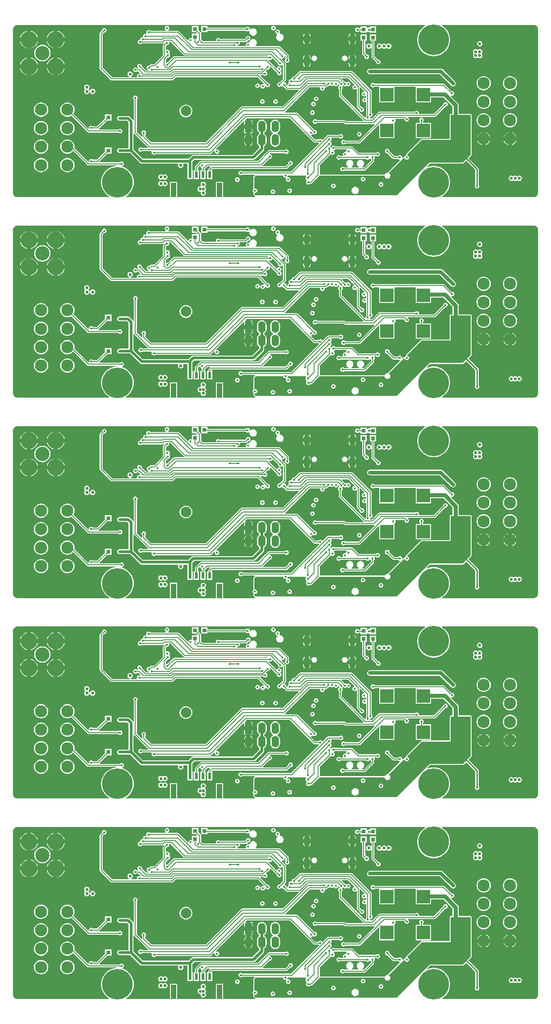
<source format=gbl>
G04*
G04 #@! TF.GenerationSoftware,Altium Limited,Altium Designer,22.1.2 (22)*
G04*
G04 Layer_Physical_Order=6*
G04 Layer_Color=16711680*
%FSLAX44Y44*%
%MOMM*%
G71*
G04*
G04 #@! TF.SameCoordinates,9A175420-6E9C-451E-8E29-60AB4C3F01C6*
G04*
G04*
G04 #@! TF.FilePolarity,Positive*
G04*
G01*
G75*
%ADD10C,0.1000*%
%ADD11C,0.2540*%
%ADD13C,0.1524*%
%ADD70C,0.5080*%
%ADD72C,0.6350*%
%ADD73C,2.3000*%
%ADD74O,1.2000X2.1000*%
%ADD75O,1.2000X2.3000*%
%ADD76O,1.4000X2.2000*%
%ADD77R,1.4000X2.2000*%
%ADD78C,2.0000*%
%ADD79C,3.2000*%
%ADD80C,2.7000*%
%ADD81C,5.8000*%
%ADD82C,0.4500*%
%ADD83C,0.6000*%
%ADD84R,0.8000X0.8000*%
%ADD85R,2.5000X2.5000*%
%ADD86R,0.6000X1.2500*%
%ADD87R,1.0000X2.7000*%
%ADD88C,0.7620*%
G36*
X376009Y1841009D02*
X376922Y1840398D01*
X378000Y1840184D01*
X535000D01*
X535710Y1839147D01*
X535694Y1838914D01*
X535548Y1838816D01*
X358000D01*
X356922Y1838602D01*
X356009Y1837991D01*
X345293Y1827275D01*
X345000Y1827333D01*
X343342Y1827003D01*
X343086Y1826833D01*
X341816Y1827511D01*
Y1832047D01*
X345494Y1835725D01*
X345786Y1835667D01*
X347444Y1835997D01*
X348850Y1836936D01*
X349789Y1838342D01*
X350119Y1840000D01*
X349789Y1841658D01*
X348850Y1843064D01*
X348610Y1844752D01*
X349003Y1845342D01*
X349333Y1847000D01*
X349003Y1848658D01*
X348064Y1850064D01*
X346658Y1851003D01*
X345000Y1851333D01*
X343342Y1851003D01*
X343086Y1850833D01*
X341816Y1851511D01*
Y1857834D01*
X343708Y1859725D01*
X344000Y1859667D01*
X345658Y1859997D01*
X347064Y1860936D01*
X348003Y1862342D01*
X348333Y1864000D01*
X348152Y1864914D01*
X349063Y1866184D01*
X350834D01*
X376009Y1841009D01*
D02*
G37*
G36*
X1042322Y1897655D02*
X1043771Y1897055D01*
X1045075Y1896184D01*
X1046184Y1895075D01*
X1047055Y1893771D01*
X1047655Y1892322D01*
X1047961Y1890784D01*
Y1890000D01*
Y1580000D01*
X1047961Y1579216D01*
X1047655Y1577678D01*
X1047055Y1576229D01*
X1046184Y1574925D01*
X1045075Y1573816D01*
X1043771Y1572945D01*
X1042322Y1572345D01*
X1040784Y1572039D01*
X866133D01*
X865775Y1573309D01*
X868278Y1574843D01*
X871988Y1578012D01*
X875157Y1581722D01*
X877707Y1585883D01*
X879574Y1590391D01*
X880713Y1595135D01*
X881096Y1600000D01*
X880713Y1604865D01*
X879574Y1609609D01*
X877707Y1614117D01*
X875157Y1618278D01*
X871988Y1621988D01*
X868278Y1625157D01*
X864117Y1627707D01*
X859609Y1629574D01*
X854865Y1630713D01*
X850000Y1631096D01*
X845136Y1630713D01*
X840391Y1629574D01*
X838450Y1628770D01*
X837730Y1629846D01*
X843345Y1635461D01*
X905000D01*
X905000Y1635461D01*
X905780Y1635616D01*
X906442Y1636058D01*
X906442Y1636058D01*
X911584Y1641201D01*
X929166Y1623619D01*
Y1595160D01*
X928497Y1594158D01*
X928167Y1592500D01*
X928497Y1590842D01*
X929436Y1589436D01*
X930842Y1588497D01*
X932500Y1588167D01*
X934158Y1588497D01*
X935564Y1589436D01*
X936503Y1590842D01*
X936833Y1592500D01*
X936503Y1594158D01*
X935834Y1595160D01*
Y1625000D01*
X935580Y1626276D01*
X934857Y1627357D01*
X916299Y1645916D01*
X921442Y1651058D01*
X921884Y1651720D01*
X922039Y1652500D01*
Y1727500D01*
X921884Y1728280D01*
X921442Y1728942D01*
X920780Y1729384D01*
X920000Y1729539D01*
X897924D01*
Y1746000D01*
X897473Y1748267D01*
X896189Y1750189D01*
X883523Y1762854D01*
X884149Y1764025D01*
X884894Y1763876D01*
X886552Y1764206D01*
X887958Y1765146D01*
X888897Y1766551D01*
X889227Y1768210D01*
X888897Y1769868D01*
X887958Y1771274D01*
X886552Y1772213D01*
X884894Y1772543D01*
X884267Y1772418D01*
X870694Y1785991D01*
X869780Y1786602D01*
X868703Y1786816D01*
X738230D01*
X738064Y1787064D01*
X736658Y1788003D01*
X735000Y1788333D01*
X733342Y1788003D01*
X731936Y1787064D01*
X730997Y1785658D01*
X730667Y1784000D01*
X730997Y1782342D01*
X731936Y1780936D01*
X733342Y1779997D01*
X735000Y1779667D01*
X736658Y1779997D01*
X738064Y1780936D01*
X738230Y1781184D01*
X746013D01*
X747000Y1780500D01*
X747000Y1779914D01*
Y1751500D01*
X776000D01*
Y1779914D01*
X776000Y1780500D01*
X776987Y1781184D01*
X815013D01*
X816000Y1780500D01*
X816000Y1779914D01*
Y1751500D01*
X845000D01*
Y1761076D01*
X868546D01*
X886076Y1743546D01*
Y1729539D01*
X882500D01*
X881720Y1729384D01*
X881058Y1728942D01*
X880616Y1728280D01*
X880461Y1727500D01*
Y1682039D01*
X827500D01*
X826720Y1681884D01*
X826058Y1681442D01*
X826058Y1681442D01*
X798481Y1653865D01*
X798315Y1653617D01*
X798125Y1653385D01*
X798096Y1653288D01*
X798039Y1653204D01*
X797981Y1652910D01*
X797894Y1652624D01*
X797904Y1652523D01*
X797884Y1652423D01*
X797943Y1652130D01*
X797972Y1651832D01*
X797493Y1651033D01*
X797342Y1651003D01*
X795936Y1650064D01*
X794997Y1648658D01*
X794972Y1648534D01*
X793593Y1648113D01*
X793577Y1648116D01*
X793477Y1648096D01*
X793376Y1648106D01*
X793090Y1648019D01*
X792796Y1647961D01*
X792712Y1647904D01*
X792615Y1647875D01*
X792383Y1647685D01*
X792135Y1647519D01*
X791508Y1646892D01*
X790248Y1647428D01*
X790003Y1648658D01*
X789064Y1650064D01*
X787658Y1651003D01*
X786000Y1651333D01*
X784342Y1651003D01*
X782936Y1650064D01*
X782770Y1649816D01*
X775166D01*
X766275Y1658707D01*
X766333Y1659000D01*
X766003Y1660658D01*
X765064Y1662064D01*
X763658Y1663003D01*
X762000Y1663333D01*
X760342Y1663003D01*
X758936Y1662064D01*
X757997Y1660658D01*
X757667Y1659000D01*
X757997Y1657342D01*
X758936Y1655936D01*
X760342Y1654997D01*
X762000Y1654667D01*
X762292Y1654725D01*
X772009Y1645009D01*
X772922Y1644398D01*
X774000Y1644184D01*
X782770D01*
X782936Y1643936D01*
X784342Y1642997D01*
X785572Y1642752D01*
X786108Y1641492D01*
X764016Y1619399D01*
X763904Y1619232D01*
X763762Y1619090D01*
X763685Y1618905D01*
X763574Y1618738D01*
X762500Y1618108D01*
X760354Y1617681D01*
X758535Y1616465D01*
X757319Y1614646D01*
X757287Y1614482D01*
X757000Y1614539D01*
X633816D01*
Y1631833D01*
X653991Y1652009D01*
X654059Y1652110D01*
X654818Y1652825D01*
X655687Y1652434D01*
X656342Y1651997D01*
X658000Y1651667D01*
X659658Y1651997D01*
X661064Y1652936D01*
X662003Y1654342D01*
X662333Y1656000D01*
X662003Y1657658D01*
X661064Y1659064D01*
X660465Y1659464D01*
X660733Y1660813D01*
X661658Y1660997D01*
X663064Y1661936D01*
X663230Y1662184D01*
X684326D01*
X684664Y1661563D01*
X684836Y1660914D01*
X683997Y1659658D01*
X683667Y1658000D01*
X682525Y1657229D01*
X682000Y1657333D01*
X680342Y1657003D01*
X678936Y1656064D01*
X677997Y1654658D01*
X677667Y1653000D01*
X677997Y1651342D01*
X678167Y1651086D01*
X677489Y1649816D01*
X673230D01*
X673064Y1650064D01*
X671658Y1651003D01*
X670000Y1651333D01*
X668342Y1651003D01*
X666936Y1650064D01*
X665997Y1648658D01*
X665667Y1647000D01*
X665997Y1645342D01*
X666936Y1643936D01*
X668342Y1642997D01*
X670000Y1642667D01*
X671658Y1642997D01*
X673064Y1643936D01*
X673230Y1644184D01*
X721770D01*
X721936Y1643936D01*
X723342Y1642997D01*
X725000Y1642667D01*
X726658Y1642997D01*
X728064Y1643936D01*
X728794Y1645029D01*
X729096Y1645108D01*
X729904D01*
X730206Y1645029D01*
X730936Y1643936D01*
X731184Y1643770D01*
Y1641167D01*
X717833Y1627816D01*
X714494D01*
X714241Y1629086D01*
X714818Y1629325D01*
X716270Y1630440D01*
X717385Y1631893D01*
X718086Y1633584D01*
X718325Y1635400D01*
X718086Y1637216D01*
X717385Y1638907D01*
X716270Y1640360D01*
X714818Y1641475D01*
X713126Y1642176D01*
X711310Y1642415D01*
X709494Y1642176D01*
X707803Y1641475D01*
X706350Y1640360D01*
X705235Y1638907D01*
X704534Y1637216D01*
X704295Y1635400D01*
X704534Y1633584D01*
X705235Y1631893D01*
X706350Y1630440D01*
X707803Y1629325D01*
X708379Y1629086D01*
X708126Y1627816D01*
X694174D01*
X693921Y1629086D01*
X694498Y1629325D01*
X695950Y1630440D01*
X697065Y1631893D01*
X697766Y1633584D01*
X698005Y1635400D01*
X697766Y1637216D01*
X697065Y1638907D01*
X695950Y1640360D01*
X694498Y1641475D01*
X692806Y1642176D01*
X690990Y1642415D01*
X689174Y1642176D01*
X687483Y1641475D01*
X686030Y1640360D01*
X684915Y1638907D01*
X684214Y1637216D01*
X683975Y1635400D01*
X684214Y1633584D01*
X684915Y1631893D01*
X686030Y1630440D01*
X687483Y1629325D01*
X688059Y1629086D01*
X687806Y1627816D01*
X680230D01*
X680064Y1628064D01*
X678658Y1629003D01*
X677000Y1629333D01*
X675342Y1629003D01*
X673936Y1628064D01*
X672997Y1626658D01*
X672667Y1625000D01*
X672997Y1623342D01*
X673936Y1621936D01*
X675342Y1620997D01*
X677000Y1620667D01*
X678658Y1620997D01*
X680064Y1621936D01*
X680230Y1622184D01*
X719000D01*
X720078Y1622398D01*
X720991Y1623009D01*
X735991Y1638009D01*
X736602Y1638922D01*
X736816Y1640000D01*
Y1643770D01*
X737064Y1643936D01*
X738003Y1645342D01*
X738333Y1647000D01*
X738003Y1648658D01*
X737833Y1648914D01*
X738511Y1650184D01*
X740770D01*
X740936Y1649936D01*
X742342Y1648997D01*
X744000Y1648667D01*
X745658Y1648997D01*
X747064Y1649936D01*
X748003Y1651342D01*
X748333Y1653000D01*
X748003Y1654658D01*
X747064Y1656064D01*
X745658Y1657003D01*
X744000Y1657333D01*
X742342Y1657003D01*
X740936Y1656064D01*
X740770Y1655816D01*
X708166D01*
X696991Y1666991D01*
X696078Y1667602D01*
X695000Y1667816D01*
X663230D01*
X663064Y1668064D01*
X661658Y1669003D01*
X660000Y1669333D01*
X658342Y1669003D01*
X656936Y1668064D01*
X656430Y1667306D01*
X655109Y1667072D01*
X654921Y1667160D01*
X653971Y1667794D01*
X653893Y1668096D01*
Y1668904D01*
X653971Y1669206D01*
X655064Y1669936D01*
X656003Y1671342D01*
X656333Y1673000D01*
X656003Y1674658D01*
X655064Y1676064D01*
X654614Y1676365D01*
Y1677635D01*
X655064Y1677936D01*
X656003Y1679342D01*
X656333Y1681000D01*
X656003Y1682658D01*
X655833Y1682914D01*
X656511Y1684184D01*
X670770D01*
X670936Y1683936D01*
X672342Y1682997D01*
X674000Y1682667D01*
X675658Y1682997D01*
X677064Y1683936D01*
X678003Y1685342D01*
X678333Y1687000D01*
X678003Y1688658D01*
X677064Y1690064D01*
X675658Y1691003D01*
X674000Y1691333D01*
X672342Y1691003D01*
X670936Y1690064D01*
X670770Y1689816D01*
X650000D01*
X648922Y1689602D01*
X648009Y1688991D01*
X639574Y1680557D01*
X638311Y1680681D01*
X638036Y1681092D01*
X636630Y1682031D01*
X634972Y1682361D01*
X633314Y1682031D01*
X631908Y1681092D01*
X631742Y1680844D01*
X625139D01*
X617509Y1688473D01*
X617927Y1689851D01*
X618658Y1689997D01*
X620064Y1690936D01*
X620732Y1691936D01*
X620936D01*
X622342Y1690997D01*
X624000Y1690667D01*
X625658Y1690997D01*
X627064Y1691936D01*
X628003Y1693342D01*
X628333Y1695000D01*
X628003Y1696658D01*
X627064Y1698064D01*
X625658Y1699003D01*
X624000Y1699333D01*
X623708Y1699275D01*
X591991Y1730991D01*
X591078Y1731602D01*
X590000Y1731816D01*
X568492D01*
X568097Y1732757D01*
X568069Y1733086D01*
X614884Y1779902D01*
X633750D01*
X634792Y1778632D01*
X634667Y1778000D01*
X634997Y1776342D01*
X635936Y1774936D01*
X637342Y1773997D01*
X639000Y1773667D01*
X640658Y1773997D01*
X642064Y1774936D01*
X643003Y1776342D01*
X643333Y1778000D01*
X643208Y1778632D01*
X644250Y1779902D01*
X645718D01*
X646796Y1780116D01*
X647709Y1780727D01*
X649707Y1782725D01*
X650000Y1782667D01*
X651658Y1782997D01*
X652611Y1783633D01*
X653500Y1783836D01*
X654389Y1783633D01*
X655342Y1782997D01*
X657000Y1782667D01*
X658658Y1782997D01*
X659921Y1783840D01*
X660109Y1783928D01*
X661430Y1783694D01*
X661936Y1782936D01*
X663342Y1781997D01*
X665000Y1781667D01*
X666658Y1781997D01*
X668064Y1782936D01*
X669003Y1784342D01*
X669095Y1784800D01*
X669440Y1785159D01*
X670522Y1785468D01*
X670819Y1785232D01*
X670997Y1784342D01*
X671121Y1784156D01*
X670770Y1782622D01*
X669936Y1782064D01*
X668997Y1780658D01*
X668667Y1779000D01*
X668997Y1777342D01*
X669936Y1775936D01*
X670184Y1775770D01*
Y1765000D01*
X670398Y1763922D01*
X671009Y1763009D01*
X716931Y1717086D01*
X716405Y1715816D01*
X683569D01*
X682394Y1716991D01*
X681480Y1717602D01*
X680403Y1717816D01*
X628230D01*
X628064Y1718064D01*
X626658Y1719003D01*
X625000Y1719333D01*
X623342Y1719003D01*
X621936Y1718064D01*
X620997Y1716658D01*
X620667Y1715000D01*
X620997Y1713342D01*
X621936Y1711936D01*
X623342Y1710997D01*
X625000Y1710667D01*
X626658Y1710997D01*
X628064Y1711936D01*
X628230Y1712184D01*
X679236D01*
X680411Y1711009D01*
X681325Y1710398D01*
X682403Y1710184D01*
X737000D01*
X737506Y1710284D01*
X738131Y1709114D01*
X707833Y1678816D01*
X682230D01*
X682064Y1679064D01*
X680658Y1680003D01*
X679000Y1680333D01*
X677342Y1680003D01*
X675936Y1679064D01*
X674997Y1677658D01*
X674667Y1676000D01*
X674997Y1674342D01*
X675936Y1672936D01*
X677342Y1671997D01*
X679000Y1671667D01*
X680658Y1671997D01*
X682064Y1672936D01*
X682230Y1673184D01*
X709000D01*
X710078Y1673398D01*
X710991Y1674009D01*
X745827Y1708844D01*
X747000Y1708358D01*
Y1683500D01*
X776000D01*
Y1712500D01*
X776000Y1712500D01*
X776000D01*
X776227Y1713744D01*
X776514Y1713936D01*
X777453Y1715342D01*
X777783Y1717000D01*
X777453Y1718658D01*
X777283Y1718914D01*
X777961Y1720184D01*
X793833D01*
X794725Y1719292D01*
X794667Y1719000D01*
X794997Y1717342D01*
X795936Y1715936D01*
X797342Y1714997D01*
X799000Y1714667D01*
X800658Y1714997D01*
X802064Y1715936D01*
X803003Y1717342D01*
X803333Y1719000D01*
X803003Y1720658D01*
X802064Y1722064D01*
X801214Y1722632D01*
X801600Y1723902D01*
X851718D01*
X852796Y1724116D01*
X853709Y1724727D01*
X872207Y1743225D01*
X872500Y1743167D01*
X874158Y1743497D01*
X875564Y1744436D01*
X876503Y1745842D01*
X876833Y1747500D01*
X876503Y1749158D01*
X875564Y1750564D01*
X874158Y1751503D01*
X872500Y1751833D01*
X870842Y1751503D01*
X869436Y1750564D01*
X868497Y1749158D01*
X868167Y1747500D01*
X868225Y1747207D01*
X850552Y1729534D01*
X823043D01*
X822237Y1730516D01*
X822333Y1731000D01*
X822003Y1732658D01*
X821064Y1734064D01*
X819658Y1735003D01*
X818000Y1735333D01*
X816342Y1735003D01*
X814936Y1734064D01*
X814770Y1733816D01*
X747000D01*
X745922Y1733602D01*
X745009Y1732991D01*
X732833Y1720816D01*
X730063D01*
X729151Y1722086D01*
X729238Y1722523D01*
X729733Y1723267D01*
X730477Y1723762D01*
X731658Y1723997D01*
X733064Y1724936D01*
X734003Y1726342D01*
X734333Y1728000D01*
X734003Y1729658D01*
X733064Y1731064D01*
X732816Y1731230D01*
Y1772000D01*
X732602Y1773078D01*
X731991Y1773991D01*
X695991Y1809991D01*
X695078Y1810602D01*
X694000Y1810816D01*
X597000D01*
X595922Y1810602D01*
X595009Y1809991D01*
X585293Y1800275D01*
X585000Y1800333D01*
X583342Y1800003D01*
X581936Y1799064D01*
X580997Y1797658D01*
X580667Y1796000D01*
X579525Y1795229D01*
X579000Y1795333D01*
X577342Y1795003D01*
X575936Y1794064D01*
X574997Y1792658D01*
X574667Y1791000D01*
X574997Y1789342D01*
X575121Y1789156D01*
X574665Y1787552D01*
X573936Y1787064D01*
X572997Y1785658D01*
X572667Y1784000D01*
X572725Y1783708D01*
X571554Y1783083D01*
X570718Y1783919D01*
X570833Y1784500D01*
X570503Y1786158D01*
X569564Y1787564D01*
X568158Y1788503D01*
X567010Y1788732D01*
X566515Y1790033D01*
X568991Y1792509D01*
X569602Y1793422D01*
X569816Y1794500D01*
Y1824000D01*
X569602Y1825078D01*
X568991Y1825991D01*
X561266Y1833717D01*
X561891Y1834887D01*
X563000Y1834667D01*
X564658Y1834997D01*
X566064Y1835936D01*
X567003Y1837342D01*
X567232Y1838493D01*
X568487Y1839025D01*
X569184Y1838482D01*
Y1834230D01*
X568936Y1834064D01*
X567997Y1832658D01*
X567667Y1831000D01*
X567997Y1829342D01*
X568936Y1827936D01*
X570342Y1826997D01*
X572000Y1826667D01*
X573658Y1826997D01*
X575064Y1827936D01*
X576003Y1829342D01*
X576333Y1831000D01*
X576003Y1832658D01*
X575064Y1834064D01*
X574816Y1834230D01*
Y1840000D01*
X574602Y1841078D01*
X573991Y1841991D01*
X558991Y1856991D01*
X558078Y1857602D01*
X557000Y1857816D01*
X512413D01*
X511982Y1859086D01*
X512560Y1859530D01*
X513675Y1860983D01*
X514376Y1862674D01*
X514615Y1864490D01*
X514376Y1866306D01*
X513675Y1867997D01*
X512560Y1869450D01*
X511107Y1870565D01*
X509416Y1871266D01*
X507600Y1871505D01*
X505784Y1871266D01*
X504092Y1870565D01*
X502640Y1869450D01*
X501525Y1867997D01*
X500824Y1866306D01*
X500757Y1865797D01*
X500204Y1865397D01*
X499379Y1865059D01*
X498000Y1865333D01*
X496342Y1865003D01*
X494936Y1864064D01*
X493997Y1862658D01*
X493667Y1861000D01*
X493997Y1859342D01*
X494167Y1859086D01*
X493489Y1857816D01*
X477251D01*
X476569Y1858881D01*
X477175Y1859831D01*
X478000Y1859667D01*
X479658Y1859997D01*
X481064Y1860936D01*
X482003Y1862342D01*
X482333Y1864000D01*
X482151Y1864914D01*
X483063Y1866184D01*
X494000D01*
X495078Y1866398D01*
X495991Y1867009D01*
X497707Y1868725D01*
X498000Y1868667D01*
X499658Y1868997D01*
X501064Y1869936D01*
X502003Y1871342D01*
X502333Y1873000D01*
X502003Y1874658D01*
X501064Y1876064D01*
X499658Y1877003D01*
X498000Y1877333D01*
X496342Y1877003D01*
X494936Y1876064D01*
X493997Y1874658D01*
X493667Y1873000D01*
X493725Y1872708D01*
X492834Y1871816D01*
X444230D01*
X444064Y1872064D01*
X442658Y1873003D01*
X441000Y1873333D01*
X439342Y1873003D01*
X437936Y1872064D01*
X436997Y1870658D01*
X436667Y1869000D01*
X436792Y1868368D01*
X435750Y1867098D01*
X411996D01*
X408816Y1870278D01*
Y1882000D01*
X408615Y1883012D01*
X408602Y1883078D01*
X408581Y1883197D01*
X408573Y1883443D01*
X409288Y1884455D01*
X409713Y1884500D01*
X410175Y1884500D01*
X421000D01*
Y1887184D01*
X493770D01*
X493936Y1886936D01*
X495342Y1885997D01*
X497000Y1885667D01*
X498658Y1885997D01*
X499538Y1886584D01*
X500722Y1885848D01*
X500585Y1884810D01*
X500824Y1882994D01*
X501525Y1881302D01*
X502640Y1879850D01*
X504092Y1878735D01*
X505784Y1878034D01*
X507600Y1877795D01*
X509416Y1878034D01*
X511107Y1878735D01*
X512560Y1879850D01*
X513675Y1881302D01*
X514376Y1882994D01*
X514615Y1884810D01*
X514376Y1886626D01*
X513675Y1888318D01*
X512560Y1889770D01*
X511107Y1890885D01*
X509416Y1891586D01*
X507600Y1891825D01*
X505784Y1891586D01*
X504092Y1890885D01*
X502640Y1889770D01*
X502562Y1889670D01*
X501708Y1889899D01*
X501309Y1890122D01*
X501003Y1891658D01*
X500064Y1893064D01*
X498658Y1894003D01*
X497000Y1894333D01*
X495342Y1894003D01*
X493936Y1893064D01*
X493770Y1892816D01*
X421000D01*
Y1896500D01*
X409000D01*
Y1885718D01*
X409000Y1884853D01*
X408922Y1884671D01*
X408545Y1884396D01*
X407905Y1884078D01*
X403500Y1888483D01*
Y1896500D01*
X391500D01*
Y1884500D01*
X399517D01*
X401344Y1882673D01*
X400858Y1881500D01*
X391500D01*
Y1873852D01*
X390230Y1873089D01*
X389000Y1873333D01*
X387342Y1873003D01*
X385936Y1872064D01*
X384997Y1870658D01*
X384851Y1869928D01*
X383473Y1869509D01*
X366991Y1885991D01*
X366078Y1886602D01*
X365000Y1886816D01*
X346697D01*
X346521Y1887045D01*
X346803Y1888761D01*
X347064Y1888936D01*
X348003Y1890342D01*
X348333Y1892000D01*
X348003Y1893658D01*
X347064Y1895064D01*
X345658Y1896003D01*
X344000Y1896333D01*
X342342Y1896003D01*
X340936Y1895064D01*
X339997Y1893658D01*
X339667Y1892000D01*
X339997Y1890342D01*
X340936Y1888936D01*
X341197Y1888761D01*
X341479Y1887045D01*
X341303Y1886816D01*
X312230D01*
X312064Y1887064D01*
X310658Y1888003D01*
X309000Y1888333D01*
X307342Y1888003D01*
X305936Y1887064D01*
X304997Y1885658D01*
X304667Y1884000D01*
X304997Y1882342D01*
X305158Y1882100D01*
X305098Y1881968D01*
X304318Y1881071D01*
X303000Y1881333D01*
X301342Y1881003D01*
X299936Y1880064D01*
X298997Y1878658D01*
X298667Y1877000D01*
X298771Y1876475D01*
X298000Y1875333D01*
X296342Y1875003D01*
X294936Y1874064D01*
X293997Y1872658D01*
X293762Y1871477D01*
X293267Y1870733D01*
X292523Y1870238D01*
X291342Y1870003D01*
X289936Y1869064D01*
X288997Y1867658D01*
X288667Y1866000D01*
X288997Y1864342D01*
X289936Y1862936D01*
X291342Y1861997D01*
X293000Y1861667D01*
X294658Y1861997D01*
X296064Y1862936D01*
X296230Y1863184D01*
X336000D01*
X337078Y1863398D01*
X337506Y1863685D01*
X338762Y1863313D01*
X338936Y1863157D01*
X338962Y1863046D01*
X338912Y1862894D01*
X337009Y1860991D01*
X336398Y1860078D01*
X336184Y1859000D01*
Y1840166D01*
X319834Y1823816D01*
X314000D01*
X312922Y1823602D01*
X312009Y1822991D01*
X310292Y1821275D01*
X310000Y1821333D01*
X308342Y1821003D01*
X306936Y1820064D01*
X305997Y1818658D01*
X305667Y1817000D01*
X305997Y1815342D01*
X306936Y1813936D01*
X308342Y1812997D01*
X309310Y1812804D01*
X309184Y1811534D01*
X304449D01*
X296275Y1819707D01*
X296333Y1820000D01*
X296003Y1821658D01*
X295064Y1823064D01*
X293658Y1824003D01*
X292000Y1824333D01*
X290342Y1824003D01*
X288936Y1823064D01*
X287997Y1821658D01*
X287667Y1820000D01*
X287997Y1818342D01*
X288836Y1817086D01*
X288664Y1816437D01*
X288399Y1815951D01*
X287157Y1815924D01*
X287064Y1816064D01*
X285658Y1817003D01*
X284000Y1817333D01*
X282342Y1817003D01*
X280936Y1816064D01*
X279997Y1814658D01*
X279667Y1813000D01*
X279997Y1811342D01*
X280936Y1809936D01*
X282342Y1808997D01*
X284000Y1808667D01*
X285658Y1808997D01*
X287064Y1809936D01*
X287230Y1810184D01*
X289834D01*
X294085Y1805932D01*
X293685Y1804536D01*
X293442Y1804480D01*
X292658Y1805003D01*
X291000Y1805333D01*
X289342Y1805003D01*
X287936Y1804064D01*
X286997Y1802658D01*
X286667Y1801000D01*
X286849Y1800086D01*
X285937Y1798816D01*
X275050D01*
X274925Y1800086D01*
X275951Y1800290D01*
X277605Y1801395D01*
X278710Y1803049D01*
X279098Y1805000D01*
X278710Y1806951D01*
X277605Y1808605D01*
X275951Y1809710D01*
X274000Y1810098D01*
X272049Y1809710D01*
X270395Y1808605D01*
X269290Y1806951D01*
X268902Y1805000D01*
X269290Y1803049D01*
X270395Y1801395D01*
X272049Y1800290D01*
X273075Y1800086D01*
X272950Y1798816D01*
X240166D01*
X221816Y1817166D01*
Y1880834D01*
X224708Y1883725D01*
X225000Y1883667D01*
X226658Y1883997D01*
X228064Y1884936D01*
X229003Y1886342D01*
X229333Y1888000D01*
X229003Y1889658D01*
X228064Y1891064D01*
X226658Y1892003D01*
X225000Y1892333D01*
X223342Y1892003D01*
X221936Y1891064D01*
X220997Y1889658D01*
X220667Y1888000D01*
X220725Y1887708D01*
X217009Y1883991D01*
X216398Y1883078D01*
X216184Y1882000D01*
Y1816000D01*
X216398Y1814922D01*
X217009Y1814009D01*
X237009Y1794009D01*
X237922Y1793398D01*
X239000Y1793184D01*
X354000D01*
X355078Y1793398D01*
X355991Y1794009D01*
X361166Y1799184D01*
X516100D01*
X528190Y1787094D01*
X527957Y1786617D01*
X527441Y1786047D01*
X526000Y1786333D01*
X524342Y1786003D01*
X522936Y1785064D01*
X521997Y1783658D01*
X521667Y1782000D01*
X521997Y1780342D01*
X522936Y1778936D01*
X524342Y1777997D01*
X526000Y1777667D01*
X527658Y1777997D01*
X529064Y1778936D01*
X530003Y1780342D01*
X530228Y1781472D01*
X531576Y1781740D01*
X531936Y1781203D01*
X533342Y1780263D01*
X535000Y1779933D01*
X536658Y1780263D01*
X538064Y1781203D01*
X539003Y1782608D01*
X539333Y1784267D01*
X539003Y1785925D01*
X538064Y1787331D01*
X536658Y1788270D01*
X535000Y1788600D01*
X534707Y1788542D01*
X521239Y1802011D01*
X521725Y1803184D01*
X526770D01*
X526936Y1802936D01*
X528342Y1801997D01*
X530000Y1801667D01*
X531658Y1801997D01*
X533064Y1802936D01*
X534003Y1804342D01*
X534333Y1806000D01*
X534003Y1807658D01*
X533064Y1809064D01*
X532332Y1809553D01*
X532095Y1811113D01*
X534707Y1813725D01*
X535000Y1813667D01*
X536658Y1813997D01*
X538064Y1814936D01*
X539003Y1816342D01*
X539333Y1818000D01*
X539113Y1819109D01*
X540283Y1819734D01*
X552725Y1807292D01*
X552667Y1807000D01*
X552997Y1805342D01*
X553936Y1803936D01*
X555342Y1802997D01*
X557000Y1802667D01*
X558658Y1802997D01*
X560064Y1803936D01*
X561003Y1805342D01*
X561333Y1807000D01*
X561003Y1808658D01*
X560064Y1810064D01*
X559614Y1810365D01*
Y1811635D01*
X560064Y1811936D01*
X561003Y1813342D01*
X561333Y1815000D01*
X561003Y1816658D01*
X560064Y1818064D01*
X558658Y1819003D01*
X557000Y1819333D01*
X555342Y1819003D01*
X553936Y1818064D01*
X553046Y1816732D01*
X552838Y1816541D01*
X551767Y1816216D01*
X536915Y1831068D01*
X537314Y1832464D01*
X537558Y1832520D01*
X538342Y1831997D01*
X540000Y1831667D01*
X541658Y1831997D01*
X543064Y1832936D01*
X543954Y1834268D01*
X544161Y1834459D01*
X545233Y1834784D01*
X554725Y1825293D01*
X554667Y1825000D01*
X554997Y1823342D01*
X555936Y1821936D01*
X557342Y1820997D01*
X559000Y1820667D01*
X560658Y1820997D01*
X562064Y1821936D01*
X563637Y1822101D01*
X564184Y1821631D01*
Y1795667D01*
X557793Y1789275D01*
X557500Y1789333D01*
X555842Y1789003D01*
X554436Y1788064D01*
X553497Y1786658D01*
X553167Y1785000D01*
X553497Y1783342D01*
X554436Y1781936D01*
X555842Y1780997D01*
X557500Y1780667D01*
X559158Y1780997D01*
X560564Y1781936D01*
X561194Y1782879D01*
X561919Y1782858D01*
X562576Y1782722D01*
X563436Y1781436D01*
X564842Y1780497D01*
X566500Y1780167D01*
X566504Y1780168D01*
X570663Y1776009D01*
X571577Y1775398D01*
X572655Y1775184D01*
X593542D01*
X594028Y1774011D01*
X563834Y1743816D01*
X487000D01*
X485922Y1743602D01*
X485009Y1742991D01*
X417834Y1675816D01*
X314167D01*
X302816Y1687166D01*
Y1690770D01*
X303064Y1690936D01*
X304003Y1692342D01*
X304333Y1694000D01*
X304003Y1695658D01*
X303064Y1697064D01*
X301658Y1698003D01*
X300000Y1698333D01*
X298342Y1698003D01*
X296936Y1697064D01*
X295997Y1695658D01*
X295667Y1694000D01*
X295997Y1692342D01*
X296936Y1690936D01*
X297184Y1690770D01*
Y1686595D01*
X295914Y1686069D01*
X286816Y1695166D01*
X286816Y1756770D01*
X287064Y1756936D01*
X288003Y1758342D01*
X288333Y1760000D01*
X288003Y1761658D01*
X287064Y1763064D01*
X285658Y1764003D01*
X284000Y1764333D01*
X282342Y1764003D01*
X280936Y1763064D01*
X279997Y1761658D01*
X279667Y1760000D01*
X279997Y1758342D01*
X280936Y1756936D01*
X281184Y1756770D01*
X281184Y1718016D01*
X279914Y1717631D01*
X279273Y1718590D01*
X273590Y1724273D01*
X272088Y1725277D01*
X270317Y1725629D01*
X270317Y1725629D01*
X254000D01*
X252229Y1725277D01*
X250727Y1724273D01*
X249723Y1722771D01*
X249371Y1721000D01*
X249723Y1719229D01*
X250727Y1717727D01*
X252229Y1716723D01*
X254000Y1716371D01*
X268399D01*
X271371Y1713399D01*
Y1664629D01*
X254000D01*
X252229Y1664277D01*
X250727Y1663273D01*
X249723Y1661771D01*
X249371Y1660000D01*
X249723Y1658229D01*
X250727Y1656727D01*
X252229Y1655723D01*
X254000Y1655371D01*
X274083D01*
X292727Y1636727D01*
X292727Y1636727D01*
X294229Y1635723D01*
X296000Y1635371D01*
X296000Y1635371D01*
X364892D01*
X365491Y1634251D01*
X365290Y1633951D01*
X364902Y1632000D01*
X365290Y1630049D01*
X366395Y1628395D01*
X368049Y1627290D01*
X370000Y1626902D01*
X371951Y1627290D01*
X373605Y1628395D01*
X374710Y1630049D01*
X375098Y1632000D01*
X374710Y1633951D01*
X374509Y1634251D01*
X375108Y1635371D01*
X382871D01*
Y1622750D01*
X382500D01*
Y1606250D01*
X392500D01*
Y1622750D01*
X392129D01*
Y1638583D01*
X395917Y1642371D01*
X508000D01*
X508000Y1642371D01*
X509771Y1642723D01*
X511273Y1643727D01*
X527273Y1659727D01*
X527273Y1659727D01*
X528277Y1661229D01*
X528629Y1663000D01*
Y1668208D01*
X530419Y1669581D01*
X531861Y1671461D01*
X532768Y1673651D01*
X533078Y1676000D01*
Y1684000D01*
X532768Y1686349D01*
X531861Y1688539D01*
X530419Y1690419D01*
X528629Y1691792D01*
Y1693608D01*
X530419Y1694981D01*
X531861Y1696861D01*
X532768Y1699050D01*
X533078Y1701400D01*
Y1709400D01*
X532768Y1711750D01*
X531861Y1713939D01*
X530419Y1715819D01*
X528539Y1717262D01*
X526349Y1718168D01*
X524000Y1718478D01*
X521651Y1718168D01*
X519461Y1717262D01*
X517581Y1715819D01*
X516138Y1713939D01*
X515232Y1711750D01*
X514922Y1709400D01*
Y1701400D01*
X515232Y1699050D01*
X516138Y1696861D01*
X517581Y1694981D01*
X519371Y1693608D01*
Y1691792D01*
X517581Y1690419D01*
X516138Y1688539D01*
X515232Y1686349D01*
X514922Y1684000D01*
Y1676000D01*
X515232Y1673651D01*
X516138Y1671461D01*
X517581Y1669581D01*
X519371Y1668208D01*
Y1664917D01*
X506083Y1651629D01*
X394000D01*
X394000Y1651629D01*
X392229Y1651277D01*
X390727Y1650273D01*
X390727Y1650273D01*
X385083Y1644629D01*
X297917D01*
X280629Y1661917D01*
Y1691788D01*
X281899Y1692173D01*
X282009Y1692009D01*
X307931Y1666086D01*
X307405Y1664816D01*
X297230D01*
X297064Y1665064D01*
X295658Y1666003D01*
X294000Y1666333D01*
X292342Y1666003D01*
X290936Y1665064D01*
X289997Y1663658D01*
X289667Y1662000D01*
X289997Y1660342D01*
X290936Y1658936D01*
X292342Y1657997D01*
X294000Y1657667D01*
X295658Y1657997D01*
X297064Y1658936D01*
X297230Y1659184D01*
X314489D01*
X315167Y1657914D01*
X314997Y1657658D01*
X314667Y1656000D01*
X314997Y1654342D01*
X315936Y1652936D01*
X317342Y1651997D01*
X319000Y1651667D01*
X320658Y1651997D01*
X322064Y1652936D01*
X322230Y1653184D01*
X426000D01*
X427078Y1653398D01*
X427991Y1654009D01*
X433717Y1659734D01*
X434887Y1659109D01*
X434667Y1658000D01*
X434997Y1656342D01*
X435936Y1654936D01*
X437342Y1653997D01*
X439000Y1653667D01*
X440658Y1653997D01*
X442064Y1654936D01*
X443003Y1656342D01*
X443333Y1658000D01*
X443003Y1659658D01*
X442064Y1661064D01*
X440658Y1662003D01*
X439000Y1662333D01*
X437891Y1662113D01*
X437266Y1663283D01*
X489411Y1715428D01*
X490584Y1714942D01*
Y1709210D01*
X494790D01*
Y1717416D01*
X493058D01*
X492572Y1718589D01*
X495166Y1721184D01*
X576833D01*
X621981Y1676037D01*
X622894Y1675426D01*
X623972Y1675212D01*
X631742D01*
X631908Y1674964D01*
X632319Y1674689D01*
X632443Y1673426D01*
X579333Y1620316D01*
X487230D01*
X487064Y1620564D01*
X485658Y1621503D01*
X484000Y1621833D01*
X482342Y1621503D01*
X480936Y1620564D01*
X479997Y1619158D01*
X479667Y1617500D01*
X479997Y1615842D01*
X480936Y1614436D01*
X482342Y1613497D01*
X484000Y1613167D01*
X485658Y1613497D01*
X487064Y1614436D01*
X487230Y1614684D01*
X510004D01*
X510530Y1613414D01*
X508558Y1611442D01*
X508116Y1610780D01*
X507961Y1610000D01*
Y1588353D01*
X508000Y1588156D01*
X508000Y1587955D01*
X508077Y1587770D01*
X508116Y1587573D01*
X508228Y1587406D01*
X508275Y1587291D01*
X507936Y1587064D01*
X506997Y1585658D01*
X506667Y1584000D01*
X506997Y1582342D01*
X507936Y1580936D01*
X508275Y1580709D01*
X508228Y1580594D01*
X508116Y1580427D01*
X508077Y1580230D01*
X508000Y1580045D01*
X508000Y1579844D01*
X507961Y1579647D01*
Y1577500D01*
X507961Y1577500D01*
X508116Y1576720D01*
X508558Y1576058D01*
X511058Y1573558D01*
X511431Y1573309D01*
X511120Y1572039D01*
X450500D01*
Y1601000D01*
X436500D01*
Y1572039D01*
X363500D01*
Y1601000D01*
X349500D01*
Y1572039D01*
X266133D01*
X265775Y1573309D01*
X268278Y1574843D01*
X271988Y1578012D01*
X275157Y1581722D01*
X277707Y1585883D01*
X279574Y1590391D01*
X280713Y1595135D01*
X281096Y1600000D01*
X280713Y1604865D01*
X279574Y1609609D01*
X277707Y1614117D01*
X275157Y1618278D01*
X271988Y1621988D01*
X268278Y1625157D01*
X264117Y1627707D01*
X259609Y1629574D01*
X259340Y1629639D01*
X259366Y1630938D01*
X259658Y1630997D01*
X261064Y1631936D01*
X262003Y1633342D01*
X262333Y1635000D01*
X262003Y1636658D01*
X261064Y1638064D01*
X259658Y1639003D01*
X258000Y1639333D01*
X256342Y1639003D01*
X254936Y1638064D01*
X254770Y1637816D01*
X216095D01*
X215569Y1639086D01*
X230483Y1654000D01*
X238500D01*
Y1666000D01*
X226500D01*
Y1657983D01*
X211334Y1642816D01*
X203350D01*
X203184Y1643064D01*
X201778Y1644003D01*
X200120Y1644333D01*
X198462Y1644003D01*
X197056Y1643064D01*
X196117Y1641658D01*
X195787Y1640000D01*
X195913Y1639366D01*
X194743Y1638740D01*
X168310Y1665172D01*
X168617Y1667500D01*
X168153Y1671024D01*
X166792Y1674308D01*
X164628Y1677128D01*
X161808Y1679292D01*
X158524Y1680652D01*
X155000Y1681116D01*
X151476Y1680652D01*
X148192Y1679292D01*
X145372Y1677128D01*
X143208Y1674308D01*
X141847Y1671024D01*
X141383Y1667500D01*
X141847Y1663976D01*
X143208Y1660692D01*
X145372Y1657872D01*
X148192Y1655708D01*
X151476Y1654348D01*
X155000Y1653884D01*
X158524Y1654348D01*
X161808Y1655708D01*
X164628Y1657872D01*
X165352Y1658815D01*
X166619Y1658898D01*
X192509Y1633009D01*
X193422Y1632398D01*
X194500Y1632184D01*
X247638D01*
X247688Y1630914D01*
X245136Y1630713D01*
X240391Y1629574D01*
X235883Y1627707D01*
X231722Y1625157D01*
X228012Y1621988D01*
X224843Y1618278D01*
X222293Y1614117D01*
X220426Y1609609D01*
X219287Y1604865D01*
X218904Y1600000D01*
X219287Y1595135D01*
X220426Y1590391D01*
X222293Y1585883D01*
X224843Y1581722D01*
X228012Y1578012D01*
X231722Y1574843D01*
X234225Y1573309D01*
X233867Y1572039D01*
X59216D01*
X57678Y1572345D01*
X56229Y1572945D01*
X54925Y1573816D01*
X53816Y1574925D01*
X52945Y1576229D01*
X52345Y1577678D01*
X52039Y1579216D01*
Y1580000D01*
Y1890000D01*
Y1890784D01*
X52345Y1892322D01*
X52945Y1893771D01*
X53816Y1895075D01*
X54925Y1896184D01*
X56229Y1897055D01*
X57678Y1897655D01*
X59216Y1897961D01*
X833867D01*
X834225Y1896691D01*
X831722Y1895157D01*
X828012Y1891988D01*
X824843Y1888278D01*
X822293Y1884117D01*
X820426Y1879609D01*
X819287Y1874865D01*
X818904Y1870000D01*
X819287Y1865136D01*
X820426Y1860391D01*
X822293Y1855883D01*
X824843Y1851722D01*
X828012Y1848012D01*
X831722Y1844843D01*
X835883Y1842293D01*
X840391Y1840426D01*
X845136Y1839287D01*
X850000Y1838904D01*
X854865Y1839287D01*
X859609Y1840426D01*
X864117Y1842293D01*
X868278Y1844843D01*
X871988Y1848012D01*
X875157Y1851722D01*
X877707Y1855883D01*
X879574Y1860391D01*
X880713Y1865136D01*
X881096Y1870000D01*
X880713Y1874865D01*
X879574Y1879609D01*
X877707Y1884117D01*
X875157Y1888278D01*
X871988Y1891988D01*
X868278Y1895157D01*
X865775Y1896691D01*
X866133Y1897961D01*
X1040784D01*
X1042322Y1897655D01*
D02*
G37*
G36*
X699491Y1785527D02*
X699073Y1784149D01*
X698342Y1784003D01*
X696936Y1783064D01*
X695997Y1781658D01*
X695667Y1780000D01*
X695997Y1778342D01*
X696936Y1776936D01*
X698342Y1775997D01*
X700000Y1775667D01*
X701658Y1775997D01*
X702914Y1776836D01*
X703563Y1776664D01*
X704184Y1776326D01*
Y1744373D01*
X704398Y1743296D01*
X705009Y1742382D01*
X709412Y1737979D01*
X709353Y1737687D01*
X709683Y1736028D01*
X710623Y1734623D01*
X712029Y1733683D01*
X713687Y1733353D01*
X715345Y1733683D01*
X716751Y1734623D01*
X717690Y1736028D01*
X718020Y1737687D01*
X717690Y1739345D01*
X716751Y1740751D01*
X715345Y1741690D01*
X713687Y1742020D01*
X713394Y1741962D01*
X709816Y1745540D01*
Y1779542D01*
X710989Y1780028D01*
X718486Y1772531D01*
X718139Y1771677D01*
X717907Y1771315D01*
X716342Y1771003D01*
X714936Y1770064D01*
X713997Y1768658D01*
X713667Y1767000D01*
X713997Y1765342D01*
X714936Y1763936D01*
X716342Y1762997D01*
X718000Y1762667D01*
X719658Y1762997D01*
X720914Y1763836D01*
X721563Y1763664D01*
X722184Y1763326D01*
Y1760511D01*
X720914Y1759833D01*
X720658Y1760003D01*
X719000Y1760333D01*
X717342Y1760003D01*
X715936Y1759064D01*
X714997Y1757658D01*
X714667Y1756000D01*
X714997Y1754342D01*
X715936Y1752936D01*
X717342Y1751997D01*
X719000Y1751667D01*
X720658Y1751997D01*
X720914Y1752167D01*
X722184Y1751489D01*
Y1726230D01*
X721936Y1726064D01*
X720997Y1724658D01*
X720685Y1723093D01*
X720323Y1722861D01*
X719469Y1722514D01*
X675816Y1766167D01*
Y1775770D01*
X676064Y1775936D01*
X677003Y1777342D01*
X677333Y1779000D01*
X677003Y1780658D01*
X676448Y1781489D01*
X676658Y1781997D01*
X678064Y1782936D01*
X678936D01*
X680342Y1781997D01*
X682000Y1781667D01*
X683658Y1781997D01*
X685000Y1782893D01*
X686342Y1781997D01*
X688000Y1781667D01*
X689658Y1781997D01*
X691064Y1782936D01*
X692003Y1784342D01*
X692333Y1786000D01*
X692003Y1787658D01*
X691064Y1789064D01*
X689658Y1790003D01*
X688000Y1790333D01*
X686342Y1790003D01*
X685000Y1789107D01*
X683658Y1790003D01*
X682000Y1790333D01*
X681708Y1790275D01*
X675972Y1796011D01*
X676458Y1797184D01*
X687833D01*
X699491Y1785527D01*
D02*
G37*
G36*
X920000Y1652500D02*
X905000Y1637500D01*
X842500D01*
X780000Y1575000D01*
X512500D01*
X510000Y1577500D01*
Y1579647D01*
X510155Y1579750D01*
X511845D01*
X513407Y1580397D01*
X514603Y1581593D01*
X515250Y1583155D01*
Y1584845D01*
X514603Y1586407D01*
X513407Y1587603D01*
X511845Y1588250D01*
X510155D01*
X510000Y1588353D01*
Y1610000D01*
X512500Y1612500D01*
X564480D01*
Y1611655D01*
X565127Y1610093D01*
X566323Y1608897D01*
X567885Y1608250D01*
X569476D01*
X569757Y1607993D01*
X570301Y1607176D01*
X569750Y1605845D01*
Y1604155D01*
X570397Y1602593D01*
X571593Y1601397D01*
X573155Y1600750D01*
X574845D01*
X576407Y1601397D01*
X577603Y1602593D01*
X578250Y1604155D01*
Y1605845D01*
X577603Y1607407D01*
X576407Y1608603D01*
X574845Y1609250D01*
X573254D01*
X572972Y1609507D01*
X572429Y1610324D01*
X572980Y1611655D01*
Y1612500D01*
X607694D01*
X608206Y1611263D01*
X608182Y1611192D01*
X607397Y1610407D01*
X606750Y1608845D01*
Y1607155D01*
X607397Y1605593D01*
X608593Y1604397D01*
X608889Y1602899D01*
X608397Y1602407D01*
X607750Y1600845D01*
Y1599155D01*
X608397Y1597593D01*
X609593Y1596397D01*
X611155Y1595750D01*
X612845D01*
X614407Y1596397D01*
X615194Y1597184D01*
X617000D01*
X618078Y1597398D01*
X618991Y1598009D01*
X632991Y1612009D01*
X633320Y1612500D01*
X757000D01*
Y1611406D01*
X757837Y1609384D01*
X759385Y1607837D01*
X761406Y1607000D01*
X763594D01*
X765615Y1607837D01*
X767163Y1609384D01*
X768000Y1611406D01*
Y1613594D01*
X767163Y1615616D01*
X765615Y1617163D01*
X765457Y1617957D01*
X793577Y1646077D01*
X794955Y1645659D01*
X795397Y1644593D01*
X796593Y1643397D01*
X798155Y1642750D01*
X799845D01*
X801407Y1643397D01*
X802603Y1644593D01*
X803250Y1646155D01*
Y1647845D01*
X802603Y1649407D01*
X801407Y1650603D01*
X800341Y1651045D01*
X799923Y1652423D01*
X827500Y1680000D01*
X882500D01*
Y1727500D01*
X920000D01*
Y1652500D01*
D02*
G37*
G36*
X376009Y1461009D02*
X376922Y1460398D01*
X378000Y1460184D01*
X535000D01*
X535710Y1459147D01*
X535694Y1458914D01*
X535548Y1458816D01*
X358000D01*
X356922Y1458602D01*
X356009Y1457991D01*
X345293Y1447275D01*
X345000Y1447333D01*
X343342Y1447003D01*
X343086Y1446833D01*
X341816Y1447511D01*
Y1452047D01*
X345494Y1455725D01*
X345786Y1455667D01*
X347444Y1455997D01*
X348850Y1456936D01*
X349789Y1458342D01*
X350119Y1460000D01*
X349789Y1461658D01*
X348850Y1463064D01*
X348610Y1464752D01*
X349003Y1465342D01*
X349333Y1467000D01*
X349003Y1468658D01*
X348064Y1470064D01*
X346658Y1471003D01*
X345000Y1471333D01*
X343342Y1471003D01*
X343086Y1470833D01*
X341816Y1471511D01*
Y1477834D01*
X343708Y1479725D01*
X344000Y1479667D01*
X345658Y1479997D01*
X347064Y1480936D01*
X348003Y1482342D01*
X348333Y1484000D01*
X348152Y1484914D01*
X349063Y1486184D01*
X350834D01*
X376009Y1461009D01*
D02*
G37*
G36*
X1042322Y1517655D02*
X1043771Y1517055D01*
X1045075Y1516184D01*
X1046184Y1515075D01*
X1047055Y1513771D01*
X1047655Y1512322D01*
X1047961Y1510784D01*
Y1510000D01*
Y1200000D01*
X1047961Y1199216D01*
X1047655Y1197678D01*
X1047055Y1196229D01*
X1046184Y1194925D01*
X1045075Y1193816D01*
X1043771Y1192945D01*
X1042322Y1192345D01*
X1040784Y1192039D01*
X866133D01*
X865775Y1193309D01*
X868278Y1194843D01*
X871988Y1198012D01*
X875157Y1201722D01*
X877707Y1205883D01*
X879574Y1210391D01*
X880713Y1215135D01*
X881096Y1220000D01*
X880713Y1224865D01*
X879574Y1229609D01*
X877707Y1234117D01*
X875157Y1238278D01*
X871988Y1241988D01*
X868278Y1245157D01*
X864117Y1247707D01*
X859609Y1249574D01*
X854865Y1250713D01*
X850000Y1251096D01*
X845136Y1250713D01*
X840391Y1249574D01*
X838450Y1248770D01*
X837730Y1249846D01*
X843345Y1255461D01*
X905000D01*
X905000Y1255461D01*
X905780Y1255616D01*
X906442Y1256058D01*
X906442Y1256058D01*
X911584Y1261201D01*
X929166Y1243619D01*
Y1215160D01*
X928497Y1214158D01*
X928167Y1212500D01*
X928497Y1210842D01*
X929436Y1209436D01*
X930842Y1208497D01*
X932500Y1208167D01*
X934158Y1208497D01*
X935564Y1209436D01*
X936503Y1210842D01*
X936833Y1212500D01*
X936503Y1214158D01*
X935834Y1215160D01*
Y1245000D01*
X935580Y1246276D01*
X934857Y1247357D01*
X916299Y1265916D01*
X921442Y1271058D01*
X921884Y1271720D01*
X922039Y1272500D01*
Y1347500D01*
X921884Y1348280D01*
X921442Y1348942D01*
X920780Y1349384D01*
X920000Y1349539D01*
X897924D01*
Y1366000D01*
X897473Y1368267D01*
X896189Y1370189D01*
X883523Y1382854D01*
X884149Y1384025D01*
X884894Y1383876D01*
X886552Y1384206D01*
X887958Y1385146D01*
X888897Y1386551D01*
X889227Y1388210D01*
X888897Y1389868D01*
X887958Y1391274D01*
X886552Y1392213D01*
X884894Y1392543D01*
X884267Y1392418D01*
X870694Y1405991D01*
X869780Y1406602D01*
X868703Y1406816D01*
X738230D01*
X738064Y1407064D01*
X736658Y1408003D01*
X735000Y1408333D01*
X733342Y1408003D01*
X731936Y1407064D01*
X730997Y1405658D01*
X730667Y1404000D01*
X730997Y1402342D01*
X731936Y1400936D01*
X733342Y1399997D01*
X735000Y1399667D01*
X736658Y1399997D01*
X738064Y1400936D01*
X738230Y1401184D01*
X746013D01*
X747000Y1400500D01*
X747000Y1399914D01*
Y1371500D01*
X776000D01*
Y1399914D01*
X776000Y1400500D01*
X776987Y1401184D01*
X815013D01*
X816000Y1400500D01*
X816000Y1399914D01*
Y1371500D01*
X845000D01*
Y1381076D01*
X868546D01*
X886076Y1363546D01*
Y1349539D01*
X882500D01*
X881720Y1349384D01*
X881058Y1348942D01*
X880616Y1348280D01*
X880461Y1347500D01*
Y1302039D01*
X827500D01*
X826720Y1301884D01*
X826058Y1301442D01*
X826058Y1301442D01*
X798481Y1273865D01*
X798315Y1273617D01*
X798125Y1273385D01*
X798096Y1273288D01*
X798039Y1273204D01*
X797981Y1272910D01*
X797894Y1272624D01*
X797904Y1272523D01*
X797884Y1272423D01*
X797943Y1272130D01*
X797972Y1271832D01*
X797493Y1271033D01*
X797342Y1271003D01*
X795936Y1270064D01*
X794997Y1268658D01*
X794972Y1268534D01*
X793593Y1268113D01*
X793577Y1268116D01*
X793477Y1268096D01*
X793376Y1268106D01*
X793090Y1268019D01*
X792796Y1267961D01*
X792712Y1267904D01*
X792615Y1267875D01*
X792383Y1267685D01*
X792135Y1267519D01*
X791508Y1266892D01*
X790248Y1267428D01*
X790003Y1268658D01*
X789064Y1270064D01*
X787658Y1271003D01*
X786000Y1271333D01*
X784342Y1271003D01*
X782936Y1270064D01*
X782770Y1269816D01*
X775166D01*
X766275Y1278708D01*
X766333Y1279000D01*
X766003Y1280658D01*
X765064Y1282064D01*
X763658Y1283003D01*
X762000Y1283333D01*
X760342Y1283003D01*
X758936Y1282064D01*
X757997Y1280658D01*
X757667Y1279000D01*
X757997Y1277342D01*
X758936Y1275936D01*
X760342Y1274997D01*
X762000Y1274667D01*
X762292Y1274725D01*
X772009Y1265009D01*
X772922Y1264398D01*
X774000Y1264184D01*
X782770D01*
X782936Y1263936D01*
X784342Y1262997D01*
X785572Y1262752D01*
X786108Y1261492D01*
X764016Y1239399D01*
X763904Y1239232D01*
X763762Y1239090D01*
X763685Y1238905D01*
X763574Y1238738D01*
X762500Y1238108D01*
X760354Y1237681D01*
X758535Y1236465D01*
X757319Y1234646D01*
X757287Y1234482D01*
X757000Y1234539D01*
X633816D01*
Y1251833D01*
X653991Y1272009D01*
X654059Y1272111D01*
X654818Y1272825D01*
X655687Y1272434D01*
X656342Y1271997D01*
X658000Y1271667D01*
X659658Y1271997D01*
X661064Y1272936D01*
X662003Y1274342D01*
X662333Y1276000D01*
X662003Y1277658D01*
X661064Y1279064D01*
X660465Y1279464D01*
X660733Y1280813D01*
X661658Y1280997D01*
X663064Y1281936D01*
X663230Y1282184D01*
X684326D01*
X684664Y1281563D01*
X684836Y1280914D01*
X683997Y1279658D01*
X683667Y1278000D01*
X682525Y1277229D01*
X682000Y1277333D01*
X680342Y1277003D01*
X678936Y1276064D01*
X677997Y1274658D01*
X677667Y1273000D01*
X677997Y1271342D01*
X678167Y1271086D01*
X677489Y1269816D01*
X673230D01*
X673064Y1270064D01*
X671658Y1271003D01*
X670000Y1271333D01*
X668342Y1271003D01*
X666936Y1270064D01*
X665997Y1268658D01*
X665667Y1267000D01*
X665997Y1265342D01*
X666936Y1263936D01*
X668342Y1262997D01*
X670000Y1262667D01*
X671658Y1262997D01*
X673064Y1263936D01*
X673230Y1264184D01*
X721770D01*
X721936Y1263936D01*
X723342Y1262997D01*
X725000Y1262667D01*
X726658Y1262997D01*
X728064Y1263936D01*
X728794Y1265029D01*
X729096Y1265107D01*
X729904D01*
X730206Y1265029D01*
X730936Y1263936D01*
X731184Y1263770D01*
Y1261167D01*
X717833Y1247816D01*
X714494D01*
X714241Y1249086D01*
X714818Y1249325D01*
X716270Y1250440D01*
X717385Y1251892D01*
X718086Y1253584D01*
X718325Y1255400D01*
X718086Y1257216D01*
X717385Y1258907D01*
X716270Y1260360D01*
X714818Y1261475D01*
X713126Y1262176D01*
X711310Y1262415D01*
X709494Y1262176D01*
X707803Y1261475D01*
X706350Y1260360D01*
X705235Y1258907D01*
X704534Y1257216D01*
X704295Y1255400D01*
X704534Y1253584D01*
X705235Y1251892D01*
X706350Y1250440D01*
X707803Y1249325D01*
X708379Y1249086D01*
X708126Y1247816D01*
X694174D01*
X693921Y1249086D01*
X694498Y1249325D01*
X695950Y1250440D01*
X697065Y1251892D01*
X697766Y1253584D01*
X698005Y1255400D01*
X697766Y1257216D01*
X697065Y1258907D01*
X695950Y1260360D01*
X694498Y1261475D01*
X692806Y1262176D01*
X690990Y1262415D01*
X689174Y1262176D01*
X687483Y1261475D01*
X686030Y1260360D01*
X684915Y1258907D01*
X684214Y1257216D01*
X683975Y1255400D01*
X684214Y1253584D01*
X684915Y1251892D01*
X686030Y1250440D01*
X687483Y1249325D01*
X688059Y1249086D01*
X687806Y1247816D01*
X680230D01*
X680064Y1248064D01*
X678658Y1249003D01*
X677000Y1249333D01*
X675342Y1249003D01*
X673936Y1248064D01*
X672997Y1246658D01*
X672667Y1245000D01*
X672997Y1243342D01*
X673936Y1241936D01*
X675342Y1240997D01*
X677000Y1240667D01*
X678658Y1240997D01*
X680064Y1241936D01*
X680230Y1242184D01*
X719000D01*
X720078Y1242398D01*
X720991Y1243009D01*
X735991Y1258009D01*
X736602Y1258922D01*
X736816Y1260000D01*
Y1263770D01*
X737064Y1263936D01*
X738003Y1265342D01*
X738333Y1267000D01*
X738003Y1268658D01*
X737833Y1268914D01*
X738511Y1270184D01*
X740770D01*
X740936Y1269936D01*
X742342Y1268997D01*
X744000Y1268667D01*
X745658Y1268997D01*
X747064Y1269936D01*
X748003Y1271342D01*
X748333Y1273000D01*
X748003Y1274658D01*
X747064Y1276064D01*
X745658Y1277003D01*
X744000Y1277333D01*
X742342Y1277003D01*
X740936Y1276064D01*
X740770Y1275816D01*
X708166D01*
X696991Y1286991D01*
X696078Y1287602D01*
X695000Y1287816D01*
X663230D01*
X663064Y1288064D01*
X661658Y1289003D01*
X660000Y1289333D01*
X658342Y1289003D01*
X656936Y1288064D01*
X656430Y1287306D01*
X655109Y1287072D01*
X654921Y1287160D01*
X653971Y1287794D01*
X653893Y1288096D01*
Y1288904D01*
X653971Y1289206D01*
X655064Y1289936D01*
X656003Y1291342D01*
X656333Y1293000D01*
X656003Y1294658D01*
X655064Y1296064D01*
X654614Y1296365D01*
Y1297635D01*
X655064Y1297936D01*
X656003Y1299342D01*
X656333Y1301000D01*
X656003Y1302658D01*
X655833Y1302914D01*
X656511Y1304184D01*
X670770D01*
X670936Y1303936D01*
X672342Y1302997D01*
X674000Y1302667D01*
X675658Y1302997D01*
X677064Y1303936D01*
X678003Y1305342D01*
X678333Y1307000D01*
X678003Y1308658D01*
X677064Y1310064D01*
X675658Y1311003D01*
X674000Y1311333D01*
X672342Y1311003D01*
X670936Y1310064D01*
X670770Y1309816D01*
X650000D01*
X648922Y1309602D01*
X648009Y1308991D01*
X639574Y1300557D01*
X638311Y1300681D01*
X638036Y1301092D01*
X636630Y1302031D01*
X634972Y1302361D01*
X633314Y1302031D01*
X631908Y1301092D01*
X631742Y1300844D01*
X625139D01*
X617509Y1308473D01*
X617927Y1309851D01*
X618658Y1309997D01*
X620064Y1310936D01*
X620732Y1311936D01*
X620936D01*
X622342Y1310997D01*
X624000Y1310667D01*
X625658Y1310997D01*
X627064Y1311936D01*
X628003Y1313342D01*
X628333Y1315000D01*
X628003Y1316658D01*
X627064Y1318064D01*
X625658Y1319003D01*
X624000Y1319333D01*
X623708Y1319275D01*
X591991Y1350991D01*
X591078Y1351602D01*
X590000Y1351816D01*
X568492D01*
X568097Y1352757D01*
X568069Y1353086D01*
X614884Y1399902D01*
X633750D01*
X634792Y1398632D01*
X634667Y1398000D01*
X634997Y1396342D01*
X635936Y1394936D01*
X637342Y1393997D01*
X639000Y1393667D01*
X640658Y1393997D01*
X642064Y1394936D01*
X643003Y1396342D01*
X643333Y1398000D01*
X643208Y1398632D01*
X644250Y1399902D01*
X645718D01*
X646796Y1400116D01*
X647709Y1400727D01*
X649707Y1402725D01*
X650000Y1402667D01*
X651658Y1402997D01*
X652611Y1403633D01*
X653500Y1403836D01*
X654389Y1403633D01*
X655342Y1402997D01*
X657000Y1402667D01*
X658658Y1402997D01*
X659921Y1403840D01*
X660109Y1403928D01*
X661430Y1403694D01*
X661936Y1402936D01*
X663342Y1401997D01*
X665000Y1401667D01*
X666658Y1401997D01*
X668064Y1402936D01*
X669003Y1404342D01*
X669095Y1404800D01*
X669440Y1405159D01*
X670522Y1405468D01*
X670819Y1405232D01*
X670997Y1404342D01*
X671121Y1404156D01*
X670770Y1402622D01*
X669936Y1402064D01*
X668997Y1400658D01*
X668667Y1399000D01*
X668997Y1397342D01*
X669936Y1395936D01*
X670184Y1395770D01*
Y1385000D01*
X670398Y1383922D01*
X671009Y1383009D01*
X716931Y1337086D01*
X716405Y1335816D01*
X683569D01*
X682394Y1336991D01*
X681480Y1337602D01*
X680403Y1337816D01*
X628230D01*
X628064Y1338064D01*
X626658Y1339003D01*
X625000Y1339333D01*
X623342Y1339003D01*
X621936Y1338064D01*
X620997Y1336658D01*
X620667Y1335000D01*
X620997Y1333342D01*
X621936Y1331936D01*
X623342Y1330997D01*
X625000Y1330667D01*
X626658Y1330997D01*
X628064Y1331936D01*
X628230Y1332184D01*
X679236D01*
X680411Y1331009D01*
X681325Y1330398D01*
X682403Y1330184D01*
X737000D01*
X737506Y1330284D01*
X738131Y1329114D01*
X707833Y1298816D01*
X682230D01*
X682064Y1299064D01*
X680658Y1300003D01*
X679000Y1300333D01*
X677342Y1300003D01*
X675936Y1299064D01*
X674997Y1297658D01*
X674667Y1296000D01*
X674997Y1294342D01*
X675936Y1292936D01*
X677342Y1291997D01*
X679000Y1291667D01*
X680658Y1291997D01*
X682064Y1292936D01*
X682230Y1293184D01*
X709000D01*
X710078Y1293398D01*
X710991Y1294009D01*
X745827Y1328844D01*
X747000Y1328358D01*
Y1303500D01*
X776000D01*
Y1332500D01*
X776000Y1332500D01*
X776000D01*
X776227Y1333744D01*
X776514Y1333936D01*
X777453Y1335342D01*
X777783Y1337000D01*
X777453Y1338658D01*
X777283Y1338914D01*
X777961Y1340184D01*
X793833D01*
X794725Y1339292D01*
X794667Y1339000D01*
X794997Y1337342D01*
X795936Y1335936D01*
X797342Y1334997D01*
X799000Y1334667D01*
X800658Y1334997D01*
X802064Y1335936D01*
X803003Y1337342D01*
X803333Y1339000D01*
X803003Y1340658D01*
X802064Y1342064D01*
X801214Y1342632D01*
X801600Y1343902D01*
X851718D01*
X852796Y1344116D01*
X853709Y1344727D01*
X872207Y1363225D01*
X872500Y1363167D01*
X874158Y1363497D01*
X875564Y1364436D01*
X876503Y1365842D01*
X876833Y1367500D01*
X876503Y1369158D01*
X875564Y1370564D01*
X874158Y1371503D01*
X872500Y1371833D01*
X870842Y1371503D01*
X869436Y1370564D01*
X868497Y1369158D01*
X868167Y1367500D01*
X868225Y1367207D01*
X850552Y1349534D01*
X823043D01*
X822237Y1350516D01*
X822333Y1351000D01*
X822003Y1352658D01*
X821064Y1354064D01*
X819658Y1355003D01*
X818000Y1355333D01*
X816342Y1355003D01*
X814936Y1354064D01*
X814770Y1353816D01*
X747000D01*
X745922Y1353602D01*
X745009Y1352991D01*
X732833Y1340816D01*
X730063D01*
X729151Y1342086D01*
X729238Y1342523D01*
X729733Y1343267D01*
X730477Y1343762D01*
X731658Y1343997D01*
X733064Y1344936D01*
X734003Y1346342D01*
X734333Y1348000D01*
X734003Y1349658D01*
X733064Y1351064D01*
X732816Y1351230D01*
Y1392000D01*
X732602Y1393078D01*
X731991Y1393991D01*
X695991Y1429991D01*
X695078Y1430602D01*
X694000Y1430816D01*
X597000D01*
X595922Y1430602D01*
X595009Y1429991D01*
X585293Y1420275D01*
X585000Y1420333D01*
X583342Y1420003D01*
X581936Y1419064D01*
X580997Y1417658D01*
X580667Y1416000D01*
X579525Y1415229D01*
X579000Y1415333D01*
X577342Y1415003D01*
X575936Y1414064D01*
X574997Y1412658D01*
X574667Y1411000D01*
X574997Y1409342D01*
X575121Y1409156D01*
X574665Y1407552D01*
X573936Y1407064D01*
X572997Y1405658D01*
X572667Y1404000D01*
X572725Y1403708D01*
X571554Y1403083D01*
X570718Y1403919D01*
X570833Y1404500D01*
X570503Y1406158D01*
X569564Y1407564D01*
X568158Y1408503D01*
X567010Y1408732D01*
X566515Y1410033D01*
X568991Y1412509D01*
X569602Y1413422D01*
X569816Y1414500D01*
Y1444000D01*
X569602Y1445078D01*
X568991Y1445991D01*
X561266Y1453717D01*
X561891Y1454887D01*
X563000Y1454667D01*
X564658Y1454997D01*
X566064Y1455936D01*
X567003Y1457342D01*
X567232Y1458493D01*
X568487Y1459025D01*
X569184Y1458482D01*
Y1454230D01*
X568936Y1454064D01*
X567997Y1452658D01*
X567667Y1451000D01*
X567997Y1449342D01*
X568936Y1447936D01*
X570342Y1446997D01*
X572000Y1446667D01*
X573658Y1446997D01*
X575064Y1447936D01*
X576003Y1449342D01*
X576333Y1451000D01*
X576003Y1452658D01*
X575064Y1454064D01*
X574816Y1454230D01*
Y1460000D01*
X574602Y1461078D01*
X573991Y1461991D01*
X558991Y1476991D01*
X558078Y1477602D01*
X557000Y1477816D01*
X512413D01*
X511982Y1479086D01*
X512560Y1479530D01*
X513675Y1480983D01*
X514376Y1482674D01*
X514615Y1484490D01*
X514376Y1486306D01*
X513675Y1487997D01*
X512560Y1489450D01*
X511107Y1490565D01*
X509416Y1491266D01*
X507600Y1491505D01*
X505784Y1491266D01*
X504092Y1490565D01*
X502640Y1489450D01*
X501525Y1487997D01*
X500824Y1486306D01*
X500757Y1485797D01*
X500204Y1485397D01*
X499379Y1485059D01*
X498000Y1485333D01*
X496342Y1485003D01*
X494936Y1484064D01*
X493997Y1482658D01*
X493667Y1481000D01*
X493997Y1479342D01*
X494167Y1479086D01*
X493489Y1477816D01*
X477251D01*
X476569Y1478881D01*
X477175Y1479831D01*
X478000Y1479667D01*
X479658Y1479997D01*
X481064Y1480936D01*
X482003Y1482342D01*
X482333Y1484000D01*
X482151Y1484914D01*
X483063Y1486184D01*
X494000D01*
X495078Y1486398D01*
X495991Y1487009D01*
X497707Y1488725D01*
X498000Y1488667D01*
X499658Y1488997D01*
X501064Y1489936D01*
X502003Y1491342D01*
X502333Y1493000D01*
X502003Y1494658D01*
X501064Y1496064D01*
X499658Y1497003D01*
X498000Y1497333D01*
X496342Y1497003D01*
X494936Y1496064D01*
X493997Y1494658D01*
X493667Y1493000D01*
X493725Y1492708D01*
X492834Y1491816D01*
X444230D01*
X444064Y1492064D01*
X442658Y1493003D01*
X441000Y1493333D01*
X439342Y1493003D01*
X437936Y1492064D01*
X436997Y1490658D01*
X436667Y1489000D01*
X436792Y1488368D01*
X435750Y1487098D01*
X411996D01*
X408816Y1490278D01*
Y1502000D01*
X408615Y1503012D01*
X408602Y1503078D01*
X408581Y1503197D01*
X408573Y1503443D01*
X409288Y1504455D01*
X409713Y1504500D01*
X410175Y1504500D01*
X421000D01*
Y1507184D01*
X493770D01*
X493936Y1506936D01*
X495342Y1505997D01*
X497000Y1505667D01*
X498658Y1505997D01*
X499538Y1506584D01*
X500722Y1505848D01*
X500585Y1504810D01*
X500824Y1502994D01*
X501525Y1501302D01*
X502640Y1499850D01*
X504092Y1498735D01*
X505784Y1498034D01*
X507600Y1497795D01*
X509416Y1498034D01*
X511107Y1498735D01*
X512560Y1499850D01*
X513675Y1501302D01*
X514376Y1502994D01*
X514615Y1504810D01*
X514376Y1506626D01*
X513675Y1508318D01*
X512560Y1509770D01*
X511107Y1510885D01*
X509416Y1511586D01*
X507600Y1511825D01*
X505784Y1511586D01*
X504092Y1510885D01*
X502640Y1509770D01*
X502562Y1509670D01*
X501708Y1509899D01*
X501309Y1510122D01*
X501003Y1511658D01*
X500064Y1513064D01*
X498658Y1514003D01*
X497000Y1514333D01*
X495342Y1514003D01*
X493936Y1513064D01*
X493770Y1512816D01*
X421000D01*
Y1516500D01*
X409000D01*
Y1505718D01*
X409000Y1504853D01*
X408922Y1504671D01*
X408545Y1504396D01*
X407905Y1504078D01*
X403500Y1508483D01*
Y1516500D01*
X391500D01*
Y1504500D01*
X399517D01*
X401344Y1502673D01*
X400858Y1501500D01*
X391500D01*
Y1493852D01*
X390230Y1493089D01*
X389000Y1493333D01*
X387342Y1493003D01*
X385936Y1492064D01*
X384997Y1490658D01*
X384851Y1489927D01*
X383473Y1489509D01*
X366991Y1505991D01*
X366078Y1506602D01*
X365000Y1506816D01*
X346697D01*
X346521Y1507045D01*
X346803Y1508761D01*
X347064Y1508936D01*
X348003Y1510342D01*
X348333Y1512000D01*
X348003Y1513658D01*
X347064Y1515064D01*
X345658Y1516003D01*
X344000Y1516333D01*
X342342Y1516003D01*
X340936Y1515064D01*
X339997Y1513658D01*
X339667Y1512000D01*
X339997Y1510342D01*
X340936Y1508936D01*
X341197Y1508761D01*
X341479Y1507045D01*
X341303Y1506816D01*
X312230D01*
X312064Y1507064D01*
X310658Y1508003D01*
X309000Y1508333D01*
X307342Y1508003D01*
X305936Y1507064D01*
X304997Y1505658D01*
X304667Y1504000D01*
X304997Y1502342D01*
X305158Y1502100D01*
X305098Y1501968D01*
X304318Y1501071D01*
X303000Y1501333D01*
X301342Y1501003D01*
X299936Y1500064D01*
X298997Y1498658D01*
X298667Y1497000D01*
X298771Y1496475D01*
X298000Y1495333D01*
X296342Y1495003D01*
X294936Y1494064D01*
X293997Y1492658D01*
X293762Y1491477D01*
X293267Y1490733D01*
X292523Y1490238D01*
X291342Y1490003D01*
X289936Y1489064D01*
X288997Y1487658D01*
X288667Y1486000D01*
X288997Y1484342D01*
X289936Y1482936D01*
X291342Y1481997D01*
X293000Y1481667D01*
X294658Y1481997D01*
X296064Y1482936D01*
X296230Y1483184D01*
X336000D01*
X337078Y1483398D01*
X337506Y1483685D01*
X338762Y1483313D01*
X338936Y1483157D01*
X338962Y1483046D01*
X338912Y1482894D01*
X337009Y1480991D01*
X336398Y1480078D01*
X336184Y1479000D01*
Y1460166D01*
X319834Y1443816D01*
X314000D01*
X312922Y1443602D01*
X312009Y1442991D01*
X310292Y1441275D01*
X310000Y1441333D01*
X308342Y1441003D01*
X306936Y1440064D01*
X305997Y1438658D01*
X305667Y1437000D01*
X305997Y1435342D01*
X306936Y1433936D01*
X308342Y1432997D01*
X309310Y1432804D01*
X309184Y1431534D01*
X304449D01*
X296275Y1439707D01*
X296333Y1440000D01*
X296003Y1441658D01*
X295064Y1443064D01*
X293658Y1444003D01*
X292000Y1444333D01*
X290342Y1444003D01*
X288936Y1443064D01*
X287997Y1441658D01*
X287667Y1440000D01*
X287997Y1438342D01*
X288836Y1437086D01*
X288664Y1436437D01*
X288399Y1435951D01*
X287157Y1435924D01*
X287064Y1436064D01*
X285658Y1437003D01*
X284000Y1437333D01*
X282342Y1437003D01*
X280936Y1436064D01*
X279997Y1434658D01*
X279667Y1433000D01*
X279997Y1431342D01*
X280936Y1429936D01*
X282342Y1428997D01*
X284000Y1428667D01*
X285658Y1428997D01*
X287064Y1429936D01*
X287230Y1430184D01*
X289834D01*
X294085Y1425932D01*
X293685Y1424536D01*
X293442Y1424480D01*
X292658Y1425003D01*
X291000Y1425333D01*
X289342Y1425003D01*
X287936Y1424064D01*
X286997Y1422658D01*
X286667Y1421000D01*
X286849Y1420086D01*
X285937Y1418816D01*
X275050D01*
X274925Y1420086D01*
X275951Y1420290D01*
X277605Y1421395D01*
X278710Y1423049D01*
X279098Y1425000D01*
X278710Y1426951D01*
X277605Y1428605D01*
X275951Y1429710D01*
X274000Y1430098D01*
X272049Y1429710D01*
X270395Y1428605D01*
X269290Y1426951D01*
X268902Y1425000D01*
X269290Y1423049D01*
X270395Y1421395D01*
X272049Y1420290D01*
X273075Y1420086D01*
X272950Y1418816D01*
X240166D01*
X221816Y1437166D01*
Y1500833D01*
X224708Y1503725D01*
X225000Y1503667D01*
X226658Y1503997D01*
X228064Y1504936D01*
X229003Y1506342D01*
X229333Y1508000D01*
X229003Y1509658D01*
X228064Y1511064D01*
X226658Y1512003D01*
X225000Y1512333D01*
X223342Y1512003D01*
X221936Y1511064D01*
X220997Y1509658D01*
X220667Y1508000D01*
X220725Y1507708D01*
X217009Y1503991D01*
X216398Y1503078D01*
X216184Y1502000D01*
Y1436000D01*
X216398Y1434922D01*
X217009Y1434009D01*
X237009Y1414009D01*
X237922Y1413398D01*
X239000Y1413184D01*
X354000D01*
X355078Y1413398D01*
X355991Y1414009D01*
X361166Y1419184D01*
X516100D01*
X528190Y1407094D01*
X527957Y1406617D01*
X527441Y1406047D01*
X526000Y1406333D01*
X524342Y1406003D01*
X522936Y1405064D01*
X521997Y1403658D01*
X521667Y1402000D01*
X521997Y1400342D01*
X522936Y1398936D01*
X524342Y1397997D01*
X526000Y1397667D01*
X527658Y1397997D01*
X529064Y1398936D01*
X530003Y1400342D01*
X530228Y1401472D01*
X531576Y1401740D01*
X531936Y1401203D01*
X533342Y1400263D01*
X535000Y1399933D01*
X536658Y1400263D01*
X538064Y1401203D01*
X539003Y1402608D01*
X539333Y1404267D01*
X539003Y1405925D01*
X538064Y1407331D01*
X536658Y1408270D01*
X535000Y1408600D01*
X534707Y1408542D01*
X521239Y1422011D01*
X521725Y1423184D01*
X526770D01*
X526936Y1422936D01*
X528342Y1421997D01*
X530000Y1421667D01*
X531658Y1421997D01*
X533064Y1422936D01*
X534003Y1424342D01*
X534333Y1426000D01*
X534003Y1427658D01*
X533064Y1429064D01*
X532332Y1429553D01*
X532095Y1431113D01*
X534707Y1433725D01*
X535000Y1433667D01*
X536658Y1433997D01*
X538064Y1434936D01*
X539003Y1436342D01*
X539333Y1438000D01*
X539113Y1439109D01*
X540283Y1439734D01*
X552725Y1427292D01*
X552667Y1427000D01*
X552997Y1425342D01*
X553936Y1423936D01*
X555342Y1422997D01*
X557000Y1422667D01*
X558658Y1422997D01*
X560064Y1423936D01*
X561003Y1425342D01*
X561333Y1427000D01*
X561003Y1428658D01*
X560064Y1430064D01*
X559614Y1430365D01*
Y1431635D01*
X560064Y1431936D01*
X561003Y1433342D01*
X561333Y1435000D01*
X561003Y1436658D01*
X560064Y1438064D01*
X558658Y1439003D01*
X557000Y1439333D01*
X555342Y1439003D01*
X553936Y1438064D01*
X553046Y1436732D01*
X552838Y1436541D01*
X551767Y1436216D01*
X536915Y1451068D01*
X537314Y1452464D01*
X537558Y1452520D01*
X538342Y1451997D01*
X540000Y1451667D01*
X541658Y1451997D01*
X543064Y1452936D01*
X543954Y1454268D01*
X544161Y1454459D01*
X545233Y1454784D01*
X554725Y1445293D01*
X554667Y1445000D01*
X554997Y1443342D01*
X555936Y1441936D01*
X557342Y1440997D01*
X559000Y1440667D01*
X560658Y1440997D01*
X562064Y1441936D01*
X563637Y1442101D01*
X564184Y1441631D01*
Y1415667D01*
X557793Y1409275D01*
X557500Y1409333D01*
X555842Y1409003D01*
X554436Y1408064D01*
X553497Y1406658D01*
X553167Y1405000D01*
X553497Y1403342D01*
X554436Y1401936D01*
X555842Y1400997D01*
X557500Y1400667D01*
X559158Y1400997D01*
X560564Y1401936D01*
X561194Y1402879D01*
X561919Y1402858D01*
X562576Y1402722D01*
X563436Y1401436D01*
X564842Y1400497D01*
X566500Y1400167D01*
X566504Y1400168D01*
X570663Y1396009D01*
X571577Y1395398D01*
X572655Y1395184D01*
X593542D01*
X594028Y1394011D01*
X563834Y1363816D01*
X487000D01*
X485922Y1363602D01*
X485009Y1362991D01*
X417834Y1295816D01*
X314167D01*
X302816Y1307166D01*
Y1310770D01*
X303064Y1310936D01*
X304003Y1312342D01*
X304333Y1314000D01*
X304003Y1315658D01*
X303064Y1317064D01*
X301658Y1318003D01*
X300000Y1318333D01*
X298342Y1318003D01*
X296936Y1317064D01*
X295997Y1315658D01*
X295667Y1314000D01*
X295997Y1312342D01*
X296936Y1310936D01*
X297184Y1310770D01*
Y1306595D01*
X295914Y1306069D01*
X286816Y1315166D01*
X286816Y1376770D01*
X287064Y1376936D01*
X288003Y1378342D01*
X288333Y1380000D01*
X288003Y1381658D01*
X287064Y1383064D01*
X285658Y1384003D01*
X284000Y1384333D01*
X282342Y1384003D01*
X280936Y1383064D01*
X279997Y1381658D01*
X279667Y1380000D01*
X279997Y1378342D01*
X280936Y1376936D01*
X281184Y1376770D01*
X281184Y1338016D01*
X279914Y1337631D01*
X279273Y1338590D01*
X273590Y1344273D01*
X272088Y1345277D01*
X270317Y1345629D01*
X270317Y1345629D01*
X254000D01*
X252229Y1345277D01*
X250727Y1344273D01*
X249723Y1342771D01*
X249371Y1341000D01*
X249723Y1339229D01*
X250727Y1337727D01*
X252229Y1336723D01*
X254000Y1336371D01*
X268399D01*
X271371Y1333399D01*
Y1284629D01*
X254000D01*
X252229Y1284277D01*
X250727Y1283273D01*
X249723Y1281771D01*
X249371Y1280000D01*
X249723Y1278229D01*
X250727Y1276727D01*
X252229Y1275723D01*
X254000Y1275371D01*
X274083D01*
X292727Y1256727D01*
X292727Y1256727D01*
X294229Y1255723D01*
X296000Y1255371D01*
X296000Y1255371D01*
X364892D01*
X365491Y1254251D01*
X365290Y1253951D01*
X364902Y1252000D01*
X365290Y1250049D01*
X366395Y1248395D01*
X368049Y1247290D01*
X370000Y1246902D01*
X371951Y1247290D01*
X373605Y1248395D01*
X374710Y1250049D01*
X375098Y1252000D01*
X374710Y1253951D01*
X374509Y1254251D01*
X375108Y1255371D01*
X382871D01*
Y1242750D01*
X382500D01*
Y1226250D01*
X392500D01*
Y1242750D01*
X392129D01*
Y1258583D01*
X395917Y1262371D01*
X508000D01*
X508000Y1262371D01*
X509771Y1262723D01*
X511273Y1263727D01*
X527273Y1279727D01*
X527273Y1279727D01*
X528277Y1281229D01*
X528629Y1283000D01*
Y1288208D01*
X530419Y1289581D01*
X531861Y1291461D01*
X532768Y1293651D01*
X533078Y1296000D01*
Y1304000D01*
X532768Y1306349D01*
X531861Y1308539D01*
X530419Y1310419D01*
X528629Y1311792D01*
Y1313608D01*
X530419Y1314981D01*
X531861Y1316861D01*
X532768Y1319050D01*
X533078Y1321400D01*
Y1329400D01*
X532768Y1331750D01*
X531861Y1333939D01*
X530419Y1335819D01*
X528539Y1337262D01*
X526349Y1338168D01*
X524000Y1338478D01*
X521651Y1338168D01*
X519461Y1337262D01*
X517581Y1335819D01*
X516138Y1333939D01*
X515232Y1331750D01*
X514922Y1329400D01*
Y1321400D01*
X515232Y1319050D01*
X516138Y1316861D01*
X517581Y1314981D01*
X519371Y1313608D01*
Y1311792D01*
X517581Y1310419D01*
X516138Y1308539D01*
X515232Y1306349D01*
X514922Y1304000D01*
Y1296000D01*
X515232Y1293651D01*
X516138Y1291461D01*
X517581Y1289581D01*
X519371Y1288208D01*
Y1284917D01*
X506083Y1271629D01*
X394000D01*
X394000Y1271629D01*
X392229Y1271277D01*
X390727Y1270273D01*
X390727Y1270273D01*
X385083Y1264629D01*
X297917D01*
X280629Y1281917D01*
Y1311788D01*
X281899Y1312173D01*
X282009Y1312009D01*
X307931Y1286086D01*
X307405Y1284816D01*
X297230D01*
X297064Y1285064D01*
X295658Y1286003D01*
X294000Y1286333D01*
X292342Y1286003D01*
X290936Y1285064D01*
X289997Y1283658D01*
X289667Y1282000D01*
X289997Y1280342D01*
X290936Y1278936D01*
X292342Y1277997D01*
X294000Y1277667D01*
X295658Y1277997D01*
X297064Y1278936D01*
X297230Y1279184D01*
X314489D01*
X315167Y1277914D01*
X314997Y1277658D01*
X314667Y1276000D01*
X314997Y1274342D01*
X315936Y1272936D01*
X317342Y1271997D01*
X319000Y1271667D01*
X320658Y1271997D01*
X322064Y1272936D01*
X322230Y1273184D01*
X426000D01*
X427078Y1273398D01*
X427991Y1274009D01*
X433717Y1279734D01*
X434887Y1279109D01*
X434667Y1278000D01*
X434997Y1276342D01*
X435936Y1274936D01*
X437342Y1273997D01*
X439000Y1273667D01*
X440658Y1273997D01*
X442064Y1274936D01*
X443003Y1276342D01*
X443333Y1278000D01*
X443003Y1279658D01*
X442064Y1281064D01*
X440658Y1282003D01*
X439000Y1282333D01*
X437891Y1282113D01*
X437266Y1283283D01*
X489411Y1335428D01*
X490584Y1334942D01*
Y1329210D01*
X494790D01*
Y1337416D01*
X493058D01*
X492572Y1338589D01*
X495166Y1341184D01*
X576833D01*
X621981Y1296037D01*
X622894Y1295426D01*
X623972Y1295212D01*
X631742D01*
X631908Y1294964D01*
X632319Y1294689D01*
X632443Y1293426D01*
X579333Y1240316D01*
X487230D01*
X487064Y1240564D01*
X485658Y1241503D01*
X484000Y1241833D01*
X482342Y1241503D01*
X480936Y1240564D01*
X479997Y1239158D01*
X479667Y1237500D01*
X479997Y1235842D01*
X480936Y1234436D01*
X482342Y1233497D01*
X484000Y1233167D01*
X485658Y1233497D01*
X487064Y1234436D01*
X487230Y1234684D01*
X510004D01*
X510530Y1233414D01*
X508558Y1231442D01*
X508116Y1230780D01*
X507961Y1230000D01*
Y1208353D01*
X508000Y1208156D01*
X508000Y1207955D01*
X508077Y1207770D01*
X508116Y1207573D01*
X508228Y1207406D01*
X508275Y1207291D01*
X507936Y1207064D01*
X506997Y1205658D01*
X506667Y1204000D01*
X506997Y1202342D01*
X507936Y1200936D01*
X508275Y1200709D01*
X508228Y1200594D01*
X508116Y1200427D01*
X508077Y1200230D01*
X508000Y1200045D01*
X508000Y1199844D01*
X507961Y1199647D01*
Y1197500D01*
X507961Y1197500D01*
X508116Y1196720D01*
X508558Y1196058D01*
X511058Y1193558D01*
X511431Y1193309D01*
X511120Y1192039D01*
X450500D01*
Y1221000D01*
X436500D01*
Y1192039D01*
X363500D01*
Y1221000D01*
X349500D01*
Y1192039D01*
X266133D01*
X265775Y1193309D01*
X268278Y1194843D01*
X271988Y1198012D01*
X275157Y1201722D01*
X277707Y1205883D01*
X279574Y1210391D01*
X280713Y1215135D01*
X281096Y1220000D01*
X280713Y1224865D01*
X279574Y1229609D01*
X277707Y1234117D01*
X275157Y1238278D01*
X271988Y1241988D01*
X268278Y1245157D01*
X264117Y1247707D01*
X259609Y1249574D01*
X259340Y1249639D01*
X259366Y1250938D01*
X259658Y1250997D01*
X261064Y1251936D01*
X262003Y1253342D01*
X262333Y1255000D01*
X262003Y1256658D01*
X261064Y1258064D01*
X259658Y1259003D01*
X258000Y1259333D01*
X256342Y1259003D01*
X254936Y1258064D01*
X254770Y1257816D01*
X216095D01*
X215569Y1259086D01*
X230483Y1274000D01*
X238500D01*
Y1286000D01*
X226500D01*
Y1277983D01*
X211334Y1262816D01*
X203350D01*
X203184Y1263064D01*
X201778Y1264003D01*
X200120Y1264333D01*
X198462Y1264003D01*
X197056Y1263064D01*
X196117Y1261658D01*
X195787Y1260000D01*
X195913Y1259366D01*
X194743Y1258740D01*
X168310Y1285172D01*
X168617Y1287500D01*
X168153Y1291024D01*
X166792Y1294308D01*
X164628Y1297128D01*
X161808Y1299292D01*
X158524Y1300652D01*
X155000Y1301116D01*
X151476Y1300652D01*
X148192Y1299292D01*
X145372Y1297128D01*
X143208Y1294308D01*
X141847Y1291024D01*
X141383Y1287500D01*
X141847Y1283976D01*
X143208Y1280692D01*
X145372Y1277872D01*
X148192Y1275708D01*
X151476Y1274348D01*
X155000Y1273884D01*
X158524Y1274348D01*
X161808Y1275708D01*
X164628Y1277872D01*
X165352Y1278815D01*
X166619Y1278898D01*
X192509Y1253009D01*
X193422Y1252398D01*
X194500Y1252184D01*
X247638D01*
X247688Y1250914D01*
X245136Y1250713D01*
X240391Y1249574D01*
X235883Y1247707D01*
X231722Y1245157D01*
X228012Y1241988D01*
X224843Y1238278D01*
X222293Y1234117D01*
X220426Y1229609D01*
X219287Y1224865D01*
X218904Y1220000D01*
X219287Y1215135D01*
X220426Y1210391D01*
X222293Y1205883D01*
X224843Y1201722D01*
X228012Y1198012D01*
X231722Y1194843D01*
X234225Y1193309D01*
X233867Y1192039D01*
X59216D01*
X57678Y1192345D01*
X56229Y1192945D01*
X54925Y1193816D01*
X53816Y1194925D01*
X52945Y1196229D01*
X52345Y1197678D01*
X52039Y1199216D01*
Y1200000D01*
Y1510000D01*
Y1510784D01*
X52345Y1512322D01*
X52945Y1513771D01*
X53816Y1515075D01*
X54925Y1516184D01*
X56229Y1517055D01*
X57678Y1517655D01*
X59216Y1517961D01*
X833867D01*
X834225Y1516691D01*
X831722Y1515157D01*
X828012Y1511988D01*
X824843Y1508278D01*
X822293Y1504117D01*
X820426Y1499609D01*
X819287Y1494865D01*
X818904Y1490000D01*
X819287Y1485136D01*
X820426Y1480391D01*
X822293Y1475883D01*
X824843Y1471722D01*
X828012Y1468012D01*
X831722Y1464843D01*
X835883Y1462293D01*
X840391Y1460426D01*
X845136Y1459287D01*
X850000Y1458904D01*
X854865Y1459287D01*
X859609Y1460426D01*
X864117Y1462293D01*
X868278Y1464843D01*
X871988Y1468012D01*
X875157Y1471722D01*
X877707Y1475883D01*
X879574Y1480391D01*
X880713Y1485136D01*
X881096Y1490000D01*
X880713Y1494865D01*
X879574Y1499609D01*
X877707Y1504117D01*
X875157Y1508278D01*
X871988Y1511988D01*
X868278Y1515157D01*
X865775Y1516691D01*
X866133Y1517961D01*
X1040784D01*
X1042322Y1517655D01*
D02*
G37*
G36*
X699491Y1405527D02*
X699073Y1404149D01*
X698342Y1404003D01*
X696936Y1403064D01*
X695997Y1401658D01*
X695667Y1400000D01*
X695997Y1398342D01*
X696936Y1396936D01*
X698342Y1395997D01*
X700000Y1395667D01*
X701658Y1395997D01*
X702914Y1396836D01*
X703563Y1396664D01*
X704184Y1396326D01*
Y1364373D01*
X704398Y1363296D01*
X705009Y1362382D01*
X709412Y1357979D01*
X709353Y1357687D01*
X709683Y1356028D01*
X710623Y1354623D01*
X712029Y1353683D01*
X713687Y1353353D01*
X715345Y1353683D01*
X716751Y1354623D01*
X717690Y1356028D01*
X718020Y1357687D01*
X717690Y1359345D01*
X716751Y1360751D01*
X715345Y1361690D01*
X713687Y1362020D01*
X713394Y1361962D01*
X709816Y1365540D01*
Y1399542D01*
X710989Y1400028D01*
X718486Y1392531D01*
X718139Y1391677D01*
X717907Y1391315D01*
X716342Y1391003D01*
X714936Y1390064D01*
X713997Y1388658D01*
X713667Y1387000D01*
X713997Y1385342D01*
X714936Y1383936D01*
X716342Y1382997D01*
X718000Y1382667D01*
X719658Y1382997D01*
X720914Y1383836D01*
X721563Y1383664D01*
X722184Y1383326D01*
Y1380511D01*
X720914Y1379833D01*
X720658Y1380003D01*
X719000Y1380333D01*
X717342Y1380003D01*
X715936Y1379064D01*
X714997Y1377658D01*
X714667Y1376000D01*
X714997Y1374342D01*
X715936Y1372936D01*
X717342Y1371997D01*
X719000Y1371667D01*
X720658Y1371997D01*
X720914Y1372167D01*
X722184Y1371489D01*
Y1346230D01*
X721936Y1346064D01*
X720997Y1344658D01*
X720685Y1343093D01*
X720323Y1342861D01*
X719469Y1342514D01*
X675816Y1386167D01*
Y1395770D01*
X676064Y1395936D01*
X677003Y1397342D01*
X677333Y1399000D01*
X677003Y1400658D01*
X676448Y1401489D01*
X676658Y1401997D01*
X678064Y1402936D01*
X678936D01*
X680342Y1401997D01*
X682000Y1401667D01*
X683658Y1401997D01*
X685000Y1402893D01*
X686342Y1401997D01*
X688000Y1401667D01*
X689658Y1401997D01*
X691064Y1402936D01*
X692003Y1404342D01*
X692333Y1406000D01*
X692003Y1407658D01*
X691064Y1409064D01*
X689658Y1410003D01*
X688000Y1410333D01*
X686342Y1410003D01*
X685000Y1409107D01*
X683658Y1410003D01*
X682000Y1410333D01*
X681708Y1410275D01*
X675972Y1416011D01*
X676458Y1417184D01*
X687833D01*
X699491Y1405527D01*
D02*
G37*
G36*
X920000Y1272500D02*
X905000Y1257500D01*
X842500D01*
X780000Y1195000D01*
X512500D01*
X510000Y1197500D01*
Y1199647D01*
X510155Y1199750D01*
X511845D01*
X513407Y1200397D01*
X514603Y1201593D01*
X515250Y1203155D01*
Y1204845D01*
X514603Y1206407D01*
X513407Y1207603D01*
X511845Y1208250D01*
X510155D01*
X510000Y1208353D01*
Y1230000D01*
X512500Y1232500D01*
X564480D01*
Y1231655D01*
X565127Y1230093D01*
X566323Y1228897D01*
X567885Y1228250D01*
X569476D01*
X569757Y1227992D01*
X570301Y1227176D01*
X569750Y1225845D01*
Y1224155D01*
X570397Y1222593D01*
X571593Y1221397D01*
X573155Y1220750D01*
X574845D01*
X576407Y1221397D01*
X577603Y1222593D01*
X578250Y1224155D01*
Y1225845D01*
X577603Y1227407D01*
X576407Y1228603D01*
X574845Y1229250D01*
X573254D01*
X572972Y1229508D01*
X572429Y1230324D01*
X572980Y1231655D01*
Y1232500D01*
X607694D01*
X608206Y1231263D01*
X608182Y1231192D01*
X607397Y1230407D01*
X606750Y1228845D01*
Y1227155D01*
X607397Y1225593D01*
X608593Y1224397D01*
X608889Y1222899D01*
X608397Y1222407D01*
X607750Y1220845D01*
Y1219155D01*
X608397Y1217593D01*
X609593Y1216397D01*
X611155Y1215750D01*
X612845D01*
X614407Y1216397D01*
X615194Y1217184D01*
X617000D01*
X618078Y1217398D01*
X618991Y1218009D01*
X632991Y1232009D01*
X633320Y1232500D01*
X757000D01*
Y1231406D01*
X757837Y1229385D01*
X759385Y1227837D01*
X761406Y1227000D01*
X763594D01*
X765615Y1227837D01*
X767163Y1229385D01*
X768000Y1231406D01*
Y1233594D01*
X767163Y1235615D01*
X765615Y1237163D01*
X765457Y1237957D01*
X793577Y1266077D01*
X794955Y1265659D01*
X795397Y1264593D01*
X796593Y1263397D01*
X798155Y1262750D01*
X799845D01*
X801407Y1263397D01*
X802603Y1264593D01*
X803250Y1266155D01*
Y1267845D01*
X802603Y1269407D01*
X801407Y1270603D01*
X800341Y1271045D01*
X799923Y1272423D01*
X827500Y1300000D01*
X882500D01*
Y1347500D01*
X920000D01*
Y1272500D01*
D02*
G37*
G36*
X376009Y1081009D02*
X376922Y1080398D01*
X378000Y1080184D01*
X535000D01*
X535710Y1079147D01*
X535694Y1078914D01*
X535548Y1078816D01*
X358000D01*
X356922Y1078602D01*
X356009Y1077991D01*
X345293Y1067275D01*
X345000Y1067333D01*
X343342Y1067003D01*
X343086Y1066833D01*
X341816Y1067511D01*
Y1072048D01*
X345494Y1075725D01*
X345786Y1075667D01*
X347444Y1075997D01*
X348850Y1076936D01*
X349789Y1078342D01*
X350119Y1080000D01*
X349789Y1081658D01*
X348850Y1083064D01*
X348610Y1084752D01*
X349003Y1085342D01*
X349333Y1087000D01*
X349003Y1088658D01*
X348064Y1090064D01*
X346658Y1091003D01*
X345000Y1091333D01*
X343342Y1091003D01*
X343086Y1090833D01*
X341816Y1091511D01*
Y1097833D01*
X343708Y1099725D01*
X344000Y1099667D01*
X345658Y1099997D01*
X347064Y1100936D01*
X348003Y1102342D01*
X348333Y1104000D01*
X348152Y1104914D01*
X349063Y1106184D01*
X350834D01*
X376009Y1081009D01*
D02*
G37*
G36*
X1042322Y1137655D02*
X1043771Y1137055D01*
X1045075Y1136184D01*
X1046184Y1135075D01*
X1047055Y1133771D01*
X1047655Y1132322D01*
X1047961Y1130784D01*
Y1130000D01*
Y820000D01*
X1047961Y819216D01*
X1047655Y817678D01*
X1047055Y816229D01*
X1046184Y814925D01*
X1045075Y813816D01*
X1043771Y812945D01*
X1042322Y812345D01*
X1040784Y812039D01*
X866133D01*
X865775Y813309D01*
X868278Y814843D01*
X871988Y818012D01*
X875157Y821722D01*
X877707Y825883D01*
X879574Y830391D01*
X880713Y835135D01*
X881096Y840000D01*
X880713Y844865D01*
X879574Y849609D01*
X877707Y854117D01*
X875157Y858278D01*
X871988Y861988D01*
X868278Y865157D01*
X864117Y867707D01*
X859609Y869574D01*
X854865Y870713D01*
X850000Y871096D01*
X845136Y870713D01*
X840391Y869574D01*
X838450Y868770D01*
X837730Y869846D01*
X843345Y875461D01*
X905000D01*
X905000Y875461D01*
X905780Y875616D01*
X906442Y876058D01*
X906442Y876058D01*
X911584Y881200D01*
X929166Y863619D01*
Y835160D01*
X928497Y834158D01*
X928167Y832500D01*
X928497Y830842D01*
X929436Y829436D01*
X930842Y828497D01*
X932500Y828167D01*
X934158Y828497D01*
X935564Y829436D01*
X936503Y830842D01*
X936833Y832500D01*
X936503Y834158D01*
X935834Y835160D01*
Y865000D01*
X935580Y866276D01*
X934857Y867357D01*
X916299Y885916D01*
X921442Y891058D01*
X921884Y891720D01*
X922039Y892500D01*
Y967500D01*
X921884Y968280D01*
X921442Y968942D01*
X920780Y969384D01*
X920000Y969539D01*
X897924D01*
Y986000D01*
X897473Y988267D01*
X896189Y990189D01*
X883523Y1002854D01*
X884149Y1004025D01*
X884894Y1003876D01*
X886552Y1004206D01*
X887958Y1005145D01*
X888897Y1006551D01*
X889227Y1008210D01*
X888897Y1009868D01*
X887958Y1011274D01*
X886552Y1012213D01*
X884894Y1012543D01*
X884267Y1012418D01*
X870694Y1025991D01*
X869780Y1026602D01*
X868703Y1026816D01*
X738230D01*
X738064Y1027064D01*
X736658Y1028003D01*
X735000Y1028333D01*
X733342Y1028003D01*
X731936Y1027064D01*
X730997Y1025658D01*
X730667Y1024000D01*
X730997Y1022342D01*
X731936Y1020936D01*
X733342Y1019997D01*
X735000Y1019667D01*
X736658Y1019997D01*
X738064Y1020936D01*
X738230Y1021184D01*
X746013D01*
X747000Y1020500D01*
X747000Y1019914D01*
Y991500D01*
X776000D01*
Y1019914D01*
X776000Y1020500D01*
X776987Y1021184D01*
X815013D01*
X816000Y1020500D01*
X816000Y1019914D01*
Y991500D01*
X845000D01*
Y1001076D01*
X868546D01*
X886076Y983546D01*
Y969539D01*
X882500D01*
X881720Y969384D01*
X881058Y968942D01*
X880616Y968280D01*
X880461Y967500D01*
Y922039D01*
X827500D01*
X826720Y921884D01*
X826058Y921442D01*
X826058Y921442D01*
X798481Y893865D01*
X798315Y893617D01*
X798125Y893385D01*
X798096Y893288D01*
X798039Y893204D01*
X797981Y892910D01*
X797894Y892624D01*
X797904Y892523D01*
X797884Y892423D01*
X797943Y892130D01*
X797972Y891832D01*
X797493Y891033D01*
X797342Y891003D01*
X795936Y890064D01*
X794997Y888658D01*
X794972Y888534D01*
X793593Y888113D01*
X793577Y888116D01*
X793477Y888096D01*
X793376Y888106D01*
X793090Y888019D01*
X792796Y887961D01*
X792712Y887904D01*
X792615Y887875D01*
X792383Y887685D01*
X792135Y887519D01*
X791508Y886892D01*
X790248Y887428D01*
X790003Y888658D01*
X789064Y890064D01*
X787658Y891003D01*
X786000Y891333D01*
X784342Y891003D01*
X782936Y890064D01*
X782770Y889816D01*
X775166D01*
X766275Y898708D01*
X766333Y899000D01*
X766003Y900658D01*
X765064Y902064D01*
X763658Y903003D01*
X762000Y903333D01*
X760342Y903003D01*
X758936Y902064D01*
X757997Y900658D01*
X757667Y899000D01*
X757997Y897342D01*
X758936Y895936D01*
X760342Y894997D01*
X762000Y894667D01*
X762292Y894725D01*
X772009Y885009D01*
X772922Y884398D01*
X774000Y884184D01*
X782770D01*
X782936Y883936D01*
X784342Y882997D01*
X785572Y882752D01*
X786108Y881492D01*
X764016Y859399D01*
X763904Y859232D01*
X763762Y859090D01*
X763685Y858905D01*
X763574Y858738D01*
X762500Y858108D01*
X760354Y857681D01*
X758535Y856465D01*
X757319Y854646D01*
X757287Y854482D01*
X757000Y854539D01*
X633816D01*
Y871833D01*
X653991Y892009D01*
X654059Y892111D01*
X654818Y892825D01*
X655687Y892434D01*
X656342Y891997D01*
X658000Y891667D01*
X659658Y891997D01*
X661064Y892936D01*
X662003Y894342D01*
X662333Y896000D01*
X662003Y897658D01*
X661064Y899064D01*
X660465Y899464D01*
X660733Y900813D01*
X661658Y900997D01*
X663064Y901936D01*
X663230Y902184D01*
X684326D01*
X684664Y901563D01*
X684836Y900914D01*
X683997Y899658D01*
X683667Y898000D01*
X682525Y897229D01*
X682000Y897333D01*
X680342Y897003D01*
X678936Y896064D01*
X677997Y894658D01*
X677667Y893000D01*
X677997Y891342D01*
X678167Y891086D01*
X677489Y889816D01*
X673230D01*
X673064Y890064D01*
X671658Y891003D01*
X670000Y891333D01*
X668342Y891003D01*
X666936Y890064D01*
X665997Y888658D01*
X665667Y887000D01*
X665997Y885342D01*
X666936Y883936D01*
X668342Y882997D01*
X670000Y882667D01*
X671658Y882997D01*
X673064Y883936D01*
X673230Y884184D01*
X721770D01*
X721936Y883936D01*
X723342Y882997D01*
X725000Y882667D01*
X726658Y882997D01*
X728064Y883936D01*
X728794Y885029D01*
X729096Y885107D01*
X729904D01*
X730206Y885029D01*
X730936Y883936D01*
X731184Y883770D01*
Y881167D01*
X717833Y867816D01*
X714494D01*
X714241Y869086D01*
X714818Y869325D01*
X716270Y870440D01*
X717385Y871892D01*
X718086Y873584D01*
X718325Y875400D01*
X718086Y877216D01*
X717385Y878907D01*
X716270Y880360D01*
X714818Y881475D01*
X713126Y882176D01*
X711310Y882415D01*
X709494Y882176D01*
X707803Y881475D01*
X706350Y880360D01*
X705235Y878907D01*
X704534Y877216D01*
X704295Y875400D01*
X704534Y873584D01*
X705235Y871892D01*
X706350Y870440D01*
X707803Y869325D01*
X708379Y869086D01*
X708126Y867816D01*
X694174D01*
X693921Y869086D01*
X694498Y869325D01*
X695950Y870440D01*
X697065Y871892D01*
X697766Y873584D01*
X698005Y875400D01*
X697766Y877216D01*
X697065Y878907D01*
X695950Y880360D01*
X694498Y881475D01*
X692806Y882176D01*
X690990Y882415D01*
X689174Y882176D01*
X687483Y881475D01*
X686030Y880360D01*
X684915Y878907D01*
X684214Y877216D01*
X683975Y875400D01*
X684214Y873584D01*
X684915Y871892D01*
X686030Y870440D01*
X687483Y869325D01*
X688059Y869086D01*
X687806Y867816D01*
X680230D01*
X680064Y868064D01*
X678658Y869003D01*
X677000Y869333D01*
X675342Y869003D01*
X673936Y868064D01*
X672997Y866658D01*
X672667Y865000D01*
X672997Y863342D01*
X673936Y861936D01*
X675342Y860997D01*
X677000Y860667D01*
X678658Y860997D01*
X680064Y861936D01*
X680230Y862184D01*
X719000D01*
X720078Y862398D01*
X720991Y863009D01*
X735991Y878009D01*
X736602Y878922D01*
X736816Y880000D01*
Y883770D01*
X737064Y883936D01*
X738003Y885342D01*
X738333Y887000D01*
X738003Y888658D01*
X737833Y888914D01*
X738511Y890184D01*
X740770D01*
X740936Y889936D01*
X742342Y888997D01*
X744000Y888667D01*
X745658Y888997D01*
X747064Y889936D01*
X748003Y891342D01*
X748333Y893000D01*
X748003Y894658D01*
X747064Y896064D01*
X745658Y897003D01*
X744000Y897333D01*
X742342Y897003D01*
X740936Y896064D01*
X740770Y895816D01*
X708166D01*
X696991Y906991D01*
X696078Y907602D01*
X695000Y907816D01*
X663230D01*
X663064Y908064D01*
X661658Y909003D01*
X660000Y909333D01*
X658342Y909003D01*
X656936Y908064D01*
X656430Y907306D01*
X655109Y907072D01*
X654921Y907160D01*
X653971Y907794D01*
X653893Y908096D01*
Y908904D01*
X653971Y909206D01*
X655064Y909936D01*
X656003Y911342D01*
X656333Y913000D01*
X656003Y914658D01*
X655064Y916064D01*
X654614Y916365D01*
Y917635D01*
X655064Y917936D01*
X656003Y919342D01*
X656333Y921000D01*
X656003Y922658D01*
X655833Y922914D01*
X656511Y924184D01*
X670770D01*
X670936Y923936D01*
X672342Y922997D01*
X674000Y922667D01*
X675658Y922997D01*
X677064Y923936D01*
X678003Y925342D01*
X678333Y927000D01*
X678003Y928658D01*
X677064Y930064D01*
X675658Y931003D01*
X674000Y931333D01*
X672342Y931003D01*
X670936Y930064D01*
X670770Y929816D01*
X650000D01*
X648922Y929602D01*
X648009Y928991D01*
X639574Y920557D01*
X638311Y920681D01*
X638036Y921092D01*
X636630Y922031D01*
X634972Y922361D01*
X633314Y922031D01*
X631908Y921092D01*
X631742Y920844D01*
X625139D01*
X617509Y928473D01*
X617927Y929851D01*
X618658Y929997D01*
X620064Y930936D01*
X620732Y931936D01*
X620936D01*
X622342Y930997D01*
X624000Y930667D01*
X625658Y930997D01*
X627064Y931936D01*
X628003Y933342D01*
X628333Y935000D01*
X628003Y936658D01*
X627064Y938064D01*
X625658Y939003D01*
X624000Y939333D01*
X623708Y939275D01*
X591991Y970991D01*
X591078Y971602D01*
X590000Y971816D01*
X568492D01*
X568097Y972757D01*
X568069Y973086D01*
X614884Y1019902D01*
X633750D01*
X634792Y1018632D01*
X634667Y1018000D01*
X634997Y1016342D01*
X635936Y1014936D01*
X637342Y1013997D01*
X639000Y1013667D01*
X640658Y1013997D01*
X642064Y1014936D01*
X643003Y1016342D01*
X643333Y1018000D01*
X643208Y1018632D01*
X644250Y1019902D01*
X645718D01*
X646796Y1020116D01*
X647709Y1020727D01*
X649707Y1022725D01*
X650000Y1022667D01*
X651658Y1022997D01*
X652611Y1023633D01*
X653500Y1023836D01*
X654389Y1023633D01*
X655342Y1022997D01*
X657000Y1022667D01*
X658658Y1022997D01*
X659921Y1023840D01*
X660109Y1023928D01*
X661430Y1023694D01*
X661936Y1022936D01*
X663342Y1021997D01*
X665000Y1021667D01*
X666658Y1021997D01*
X668064Y1022936D01*
X669003Y1024342D01*
X669095Y1024800D01*
X669440Y1025159D01*
X670522Y1025468D01*
X670819Y1025232D01*
X670997Y1024342D01*
X671121Y1024156D01*
X670770Y1022622D01*
X669936Y1022064D01*
X668997Y1020658D01*
X668667Y1019000D01*
X668997Y1017342D01*
X669936Y1015936D01*
X670184Y1015770D01*
Y1005000D01*
X670398Y1003922D01*
X671009Y1003009D01*
X716931Y957086D01*
X716405Y955816D01*
X683569D01*
X682394Y956991D01*
X681480Y957602D01*
X680403Y957816D01*
X628230D01*
X628064Y958064D01*
X626658Y959003D01*
X625000Y959333D01*
X623342Y959003D01*
X621936Y958064D01*
X620997Y956658D01*
X620667Y955000D01*
X620997Y953342D01*
X621936Y951936D01*
X623342Y950997D01*
X625000Y950667D01*
X626658Y950997D01*
X628064Y951936D01*
X628230Y952184D01*
X679236D01*
X680411Y951009D01*
X681325Y950398D01*
X682403Y950184D01*
X737000D01*
X737506Y950285D01*
X738131Y949114D01*
X707833Y918816D01*
X682230D01*
X682064Y919064D01*
X680658Y920003D01*
X679000Y920333D01*
X677342Y920003D01*
X675936Y919064D01*
X674997Y917658D01*
X674667Y916000D01*
X674997Y914342D01*
X675936Y912936D01*
X677342Y911997D01*
X679000Y911667D01*
X680658Y911997D01*
X682064Y912936D01*
X682230Y913184D01*
X709000D01*
X710078Y913398D01*
X710991Y914009D01*
X745827Y948844D01*
X747000Y948358D01*
Y923500D01*
X776000D01*
Y952500D01*
X776000Y952500D01*
X776000D01*
X776227Y953744D01*
X776514Y953936D01*
X777453Y955342D01*
X777783Y957000D01*
X777453Y958658D01*
X777283Y958914D01*
X777961Y960184D01*
X793833D01*
X794725Y959293D01*
X794667Y959000D01*
X794997Y957342D01*
X795936Y955936D01*
X797342Y954997D01*
X799000Y954667D01*
X800658Y954997D01*
X802064Y955936D01*
X803003Y957342D01*
X803333Y959000D01*
X803003Y960658D01*
X802064Y962064D01*
X801214Y962632D01*
X801600Y963902D01*
X851718D01*
X852796Y964116D01*
X853709Y964727D01*
X872207Y983225D01*
X872500Y983167D01*
X874158Y983497D01*
X875564Y984436D01*
X876503Y985842D01*
X876833Y987500D01*
X876503Y989158D01*
X875564Y990564D01*
X874158Y991503D01*
X872500Y991833D01*
X870842Y991503D01*
X869436Y990564D01*
X868497Y989158D01*
X868167Y987500D01*
X868225Y987207D01*
X850552Y969534D01*
X823043D01*
X822237Y970516D01*
X822333Y971000D01*
X822003Y972658D01*
X821064Y974064D01*
X819658Y975003D01*
X818000Y975333D01*
X816342Y975003D01*
X814936Y974064D01*
X814770Y973816D01*
X747000D01*
X745922Y973602D01*
X745009Y972991D01*
X732833Y960816D01*
X730063D01*
X729151Y962086D01*
X729238Y962523D01*
X729733Y963267D01*
X730477Y963762D01*
X731658Y963997D01*
X733064Y964936D01*
X734003Y966342D01*
X734333Y968000D01*
X734003Y969658D01*
X733064Y971064D01*
X732816Y971230D01*
Y1012000D01*
X732602Y1013078D01*
X731991Y1013991D01*
X695991Y1049991D01*
X695078Y1050602D01*
X694000Y1050816D01*
X597000D01*
X595922Y1050602D01*
X595009Y1049991D01*
X585293Y1040275D01*
X585000Y1040333D01*
X583342Y1040003D01*
X581936Y1039064D01*
X580997Y1037658D01*
X580667Y1036000D01*
X579525Y1035229D01*
X579000Y1035333D01*
X577342Y1035003D01*
X575936Y1034064D01*
X574997Y1032658D01*
X574667Y1031000D01*
X574997Y1029342D01*
X575121Y1029156D01*
X574665Y1027551D01*
X573936Y1027064D01*
X572997Y1025658D01*
X572667Y1024000D01*
X572725Y1023708D01*
X571554Y1023083D01*
X570718Y1023919D01*
X570833Y1024500D01*
X570503Y1026158D01*
X569564Y1027564D01*
X568158Y1028503D01*
X567010Y1028732D01*
X566515Y1030033D01*
X568991Y1032509D01*
X569602Y1033422D01*
X569816Y1034500D01*
Y1064000D01*
X569602Y1065078D01*
X568991Y1065991D01*
X561266Y1073717D01*
X561891Y1074887D01*
X563000Y1074667D01*
X564658Y1074997D01*
X566064Y1075936D01*
X567003Y1077342D01*
X567232Y1078493D01*
X568487Y1079025D01*
X569184Y1078482D01*
Y1074230D01*
X568936Y1074064D01*
X567997Y1072658D01*
X567667Y1071000D01*
X567997Y1069342D01*
X568936Y1067936D01*
X570342Y1066997D01*
X572000Y1066667D01*
X573658Y1066997D01*
X575064Y1067936D01*
X576003Y1069342D01*
X576333Y1071000D01*
X576003Y1072658D01*
X575064Y1074064D01*
X574816Y1074230D01*
Y1080000D01*
X574602Y1081078D01*
X573991Y1081991D01*
X558991Y1096991D01*
X558078Y1097602D01*
X557000Y1097816D01*
X512413D01*
X511982Y1099086D01*
X512560Y1099530D01*
X513675Y1100983D01*
X514376Y1102674D01*
X514615Y1104490D01*
X514376Y1106306D01*
X513675Y1107998D01*
X512560Y1109450D01*
X511107Y1110565D01*
X509416Y1111266D01*
X507600Y1111505D01*
X505784Y1111266D01*
X504092Y1110565D01*
X502640Y1109450D01*
X501525Y1107998D01*
X500824Y1106306D01*
X500757Y1105797D01*
X500204Y1105397D01*
X499379Y1105059D01*
X498000Y1105333D01*
X496342Y1105003D01*
X494936Y1104064D01*
X493997Y1102658D01*
X493667Y1101000D01*
X493997Y1099342D01*
X494167Y1099086D01*
X493489Y1097816D01*
X477251D01*
X476569Y1098881D01*
X477175Y1099831D01*
X478000Y1099667D01*
X479658Y1099997D01*
X481064Y1100936D01*
X482003Y1102342D01*
X482333Y1104000D01*
X482151Y1104914D01*
X483063Y1106184D01*
X494000D01*
X495078Y1106398D01*
X495991Y1107009D01*
X497707Y1108725D01*
X498000Y1108667D01*
X499658Y1108997D01*
X501064Y1109936D01*
X502003Y1111342D01*
X502333Y1113000D01*
X502003Y1114658D01*
X501064Y1116064D01*
X499658Y1117003D01*
X498000Y1117333D01*
X496342Y1117003D01*
X494936Y1116064D01*
X493997Y1114658D01*
X493667Y1113000D01*
X493725Y1112708D01*
X492834Y1111816D01*
X444230D01*
X444064Y1112064D01*
X442658Y1113003D01*
X441000Y1113333D01*
X439342Y1113003D01*
X437936Y1112064D01*
X436997Y1110658D01*
X436667Y1109000D01*
X436792Y1108368D01*
X435750Y1107098D01*
X411996D01*
X408816Y1110278D01*
Y1122000D01*
X408615Y1123012D01*
X408602Y1123078D01*
X408581Y1123197D01*
X408573Y1123443D01*
X409288Y1124455D01*
X409713Y1124500D01*
X410175Y1124500D01*
X421000D01*
Y1127184D01*
X493770D01*
X493936Y1126936D01*
X495342Y1125997D01*
X497000Y1125667D01*
X498658Y1125997D01*
X499538Y1126584D01*
X500722Y1125848D01*
X500585Y1124810D01*
X500824Y1122994D01*
X501525Y1121302D01*
X502640Y1119850D01*
X504092Y1118735D01*
X505784Y1118034D01*
X507600Y1117795D01*
X509416Y1118034D01*
X511107Y1118735D01*
X512560Y1119850D01*
X513675Y1121302D01*
X514376Y1122994D01*
X514615Y1124810D01*
X514376Y1126626D01*
X513675Y1128317D01*
X512560Y1129770D01*
X511107Y1130885D01*
X509416Y1131586D01*
X507600Y1131825D01*
X505784Y1131586D01*
X504092Y1130885D01*
X502640Y1129770D01*
X502562Y1129670D01*
X501708Y1129899D01*
X501309Y1130122D01*
X501003Y1131658D01*
X500064Y1133064D01*
X498658Y1134003D01*
X497000Y1134333D01*
X495342Y1134003D01*
X493936Y1133064D01*
X493770Y1132816D01*
X421000D01*
Y1136500D01*
X409000D01*
Y1125718D01*
X409000Y1124853D01*
X408922Y1124671D01*
X408545Y1124396D01*
X407905Y1124078D01*
X403500Y1128483D01*
Y1136500D01*
X391500D01*
Y1124500D01*
X399517D01*
X401344Y1122673D01*
X400858Y1121500D01*
X391500D01*
Y1113852D01*
X390230Y1113089D01*
X389000Y1113333D01*
X387342Y1113003D01*
X385936Y1112064D01*
X384997Y1110658D01*
X384851Y1109927D01*
X383473Y1109509D01*
X366991Y1125991D01*
X366078Y1126602D01*
X365000Y1126816D01*
X346697D01*
X346521Y1127045D01*
X346803Y1128761D01*
X347064Y1128936D01*
X348003Y1130342D01*
X348333Y1132000D01*
X348003Y1133658D01*
X347064Y1135064D01*
X345658Y1136003D01*
X344000Y1136333D01*
X342342Y1136003D01*
X340936Y1135064D01*
X339997Y1133658D01*
X339667Y1132000D01*
X339997Y1130342D01*
X340936Y1128936D01*
X341197Y1128761D01*
X341479Y1127045D01*
X341303Y1126816D01*
X312230D01*
X312064Y1127064D01*
X310658Y1128003D01*
X309000Y1128333D01*
X307342Y1128003D01*
X305936Y1127064D01*
X304997Y1125658D01*
X304667Y1124000D01*
X304997Y1122342D01*
X305158Y1122100D01*
X305098Y1121968D01*
X304318Y1121071D01*
X303000Y1121333D01*
X301342Y1121003D01*
X299936Y1120064D01*
X298997Y1118658D01*
X298667Y1117000D01*
X298771Y1116475D01*
X298000Y1115333D01*
X296342Y1115003D01*
X294936Y1114064D01*
X293997Y1112658D01*
X293762Y1111477D01*
X293267Y1110733D01*
X292523Y1110238D01*
X291342Y1110003D01*
X289936Y1109064D01*
X288997Y1107658D01*
X288667Y1106000D01*
X288997Y1104342D01*
X289936Y1102936D01*
X291342Y1101997D01*
X293000Y1101667D01*
X294658Y1101997D01*
X296064Y1102936D01*
X296230Y1103184D01*
X336000D01*
X337078Y1103398D01*
X337506Y1103685D01*
X338762Y1103313D01*
X338936Y1103157D01*
X338962Y1103046D01*
X338912Y1102894D01*
X337009Y1100991D01*
X336398Y1100078D01*
X336184Y1099000D01*
Y1080166D01*
X319834Y1063816D01*
X314000D01*
X312922Y1063602D01*
X312009Y1062991D01*
X310292Y1061275D01*
X310000Y1061333D01*
X308342Y1061003D01*
X306936Y1060064D01*
X305997Y1058658D01*
X305667Y1057000D01*
X305997Y1055342D01*
X306936Y1053936D01*
X308342Y1052997D01*
X309310Y1052804D01*
X309184Y1051534D01*
X304449D01*
X296275Y1059707D01*
X296333Y1060000D01*
X296003Y1061658D01*
X295064Y1063064D01*
X293658Y1064003D01*
X292000Y1064333D01*
X290342Y1064003D01*
X288936Y1063064D01*
X287997Y1061658D01*
X287667Y1060000D01*
X287997Y1058342D01*
X288836Y1057086D01*
X288664Y1056437D01*
X288399Y1055951D01*
X287157Y1055924D01*
X287064Y1056064D01*
X285658Y1057003D01*
X284000Y1057333D01*
X282342Y1057003D01*
X280936Y1056064D01*
X279997Y1054658D01*
X279667Y1053000D01*
X279997Y1051342D01*
X280936Y1049936D01*
X282342Y1048997D01*
X284000Y1048667D01*
X285658Y1048997D01*
X287064Y1049936D01*
X287230Y1050184D01*
X289834D01*
X294085Y1045932D01*
X293685Y1044536D01*
X293442Y1044480D01*
X292658Y1045003D01*
X291000Y1045333D01*
X289342Y1045003D01*
X287936Y1044064D01*
X286997Y1042658D01*
X286667Y1041000D01*
X286849Y1040086D01*
X285937Y1038816D01*
X275050D01*
X274925Y1040086D01*
X275951Y1040290D01*
X277605Y1041395D01*
X278710Y1043049D01*
X279098Y1045000D01*
X278710Y1046951D01*
X277605Y1048605D01*
X275951Y1049710D01*
X274000Y1050098D01*
X272049Y1049710D01*
X270395Y1048605D01*
X269290Y1046951D01*
X268902Y1045000D01*
X269290Y1043049D01*
X270395Y1041395D01*
X272049Y1040290D01*
X273075Y1040086D01*
X272950Y1038816D01*
X240166D01*
X221816Y1057167D01*
Y1120834D01*
X224708Y1123725D01*
X225000Y1123667D01*
X226658Y1123997D01*
X228064Y1124936D01*
X229003Y1126342D01*
X229333Y1128000D01*
X229003Y1129658D01*
X228064Y1131064D01*
X226658Y1132003D01*
X225000Y1132333D01*
X223342Y1132003D01*
X221936Y1131064D01*
X220997Y1129658D01*
X220667Y1128000D01*
X220725Y1127708D01*
X217009Y1123991D01*
X216398Y1123078D01*
X216184Y1122000D01*
Y1056000D01*
X216398Y1054922D01*
X217009Y1054009D01*
X237009Y1034009D01*
X237922Y1033398D01*
X239000Y1033184D01*
X354000D01*
X355078Y1033398D01*
X355991Y1034009D01*
X361166Y1039184D01*
X516100D01*
X528190Y1027094D01*
X527957Y1026617D01*
X527441Y1026047D01*
X526000Y1026333D01*
X524342Y1026003D01*
X522936Y1025064D01*
X521997Y1023658D01*
X521667Y1022000D01*
X521997Y1020342D01*
X522936Y1018936D01*
X524342Y1017997D01*
X526000Y1017667D01*
X527658Y1017997D01*
X529064Y1018936D01*
X530003Y1020342D01*
X530228Y1021472D01*
X531576Y1021740D01*
X531936Y1021202D01*
X533342Y1020263D01*
X535000Y1019933D01*
X536658Y1020263D01*
X538064Y1021202D01*
X539003Y1022608D01*
X539333Y1024267D01*
X539003Y1025925D01*
X538064Y1027331D01*
X536658Y1028270D01*
X535000Y1028600D01*
X534707Y1028542D01*
X521239Y1042011D01*
X521725Y1043184D01*
X526770D01*
X526936Y1042936D01*
X528342Y1041997D01*
X530000Y1041667D01*
X531658Y1041997D01*
X533064Y1042936D01*
X534003Y1044342D01*
X534333Y1046000D01*
X534003Y1047658D01*
X533064Y1049064D01*
X532332Y1049553D01*
X532095Y1051113D01*
X534707Y1053725D01*
X535000Y1053667D01*
X536658Y1053997D01*
X538064Y1054936D01*
X539003Y1056342D01*
X539333Y1058000D01*
X539113Y1059109D01*
X540283Y1059734D01*
X552725Y1047292D01*
X552667Y1047000D01*
X552997Y1045342D01*
X553936Y1043936D01*
X555342Y1042997D01*
X557000Y1042667D01*
X558658Y1042997D01*
X560064Y1043936D01*
X561003Y1045342D01*
X561333Y1047000D01*
X561003Y1048658D01*
X560064Y1050064D01*
X559614Y1050365D01*
Y1051635D01*
X560064Y1051936D01*
X561003Y1053342D01*
X561333Y1055000D01*
X561003Y1056658D01*
X560064Y1058064D01*
X558658Y1059003D01*
X557000Y1059333D01*
X555342Y1059003D01*
X553936Y1058064D01*
X553046Y1056732D01*
X552838Y1056541D01*
X551767Y1056216D01*
X536915Y1071068D01*
X537314Y1072464D01*
X537558Y1072520D01*
X538342Y1071997D01*
X540000Y1071667D01*
X541658Y1071997D01*
X543064Y1072936D01*
X543954Y1074268D01*
X544161Y1074459D01*
X545233Y1074784D01*
X554725Y1065293D01*
X554667Y1065000D01*
X554997Y1063342D01*
X555936Y1061936D01*
X557342Y1060997D01*
X559000Y1060667D01*
X560658Y1060997D01*
X562064Y1061936D01*
X563637Y1062101D01*
X564184Y1061631D01*
Y1035667D01*
X557793Y1029275D01*
X557500Y1029333D01*
X555842Y1029003D01*
X554436Y1028064D01*
X553497Y1026658D01*
X553167Y1025000D01*
X553497Y1023342D01*
X554436Y1021936D01*
X555842Y1020997D01*
X557500Y1020667D01*
X559158Y1020997D01*
X560564Y1021936D01*
X561194Y1022879D01*
X561919Y1022858D01*
X562576Y1022722D01*
X563436Y1021436D01*
X564842Y1020497D01*
X566500Y1020167D01*
X566504Y1020168D01*
X570663Y1016009D01*
X571577Y1015398D01*
X572655Y1015184D01*
X593542D01*
X594028Y1014011D01*
X563834Y983816D01*
X487000D01*
X485922Y983602D01*
X485009Y982991D01*
X417834Y915816D01*
X314167D01*
X302816Y927167D01*
Y930770D01*
X303064Y930936D01*
X304003Y932342D01*
X304333Y934000D01*
X304003Y935658D01*
X303064Y937064D01*
X301658Y938003D01*
X300000Y938333D01*
X298342Y938003D01*
X296936Y937064D01*
X295997Y935658D01*
X295667Y934000D01*
X295997Y932342D01*
X296936Y930936D01*
X297184Y930770D01*
Y926595D01*
X295914Y926069D01*
X286816Y935166D01*
X286816Y996770D01*
X287064Y996936D01*
X288003Y998342D01*
X288333Y1000000D01*
X288003Y1001658D01*
X287064Y1003064D01*
X285658Y1004003D01*
X284000Y1004333D01*
X282342Y1004003D01*
X280936Y1003064D01*
X279997Y1001658D01*
X279667Y1000000D01*
X279997Y998342D01*
X280936Y996936D01*
X281184Y996770D01*
X281184Y958016D01*
X279914Y957631D01*
X279273Y958590D01*
X273590Y964273D01*
X272088Y965277D01*
X270317Y965629D01*
X270317Y965629D01*
X254000D01*
X252229Y965277D01*
X250727Y964273D01*
X249723Y962771D01*
X249371Y961000D01*
X249723Y959229D01*
X250727Y957727D01*
X252229Y956723D01*
X254000Y956371D01*
X268399D01*
X271371Y953399D01*
Y904629D01*
X254000D01*
X252229Y904277D01*
X250727Y903273D01*
X249723Y901771D01*
X249371Y900000D01*
X249723Y898229D01*
X250727Y896727D01*
X252229Y895723D01*
X254000Y895371D01*
X274083D01*
X292727Y876727D01*
X292727Y876727D01*
X294229Y875723D01*
X296000Y875371D01*
X296000Y875371D01*
X364892D01*
X365491Y874251D01*
X365290Y873951D01*
X364902Y872000D01*
X365290Y870049D01*
X366395Y868395D01*
X368049Y867290D01*
X370000Y866902D01*
X371951Y867290D01*
X373605Y868395D01*
X374710Y870049D01*
X375098Y872000D01*
X374710Y873951D01*
X374509Y874251D01*
X375108Y875371D01*
X382871D01*
Y862750D01*
X382500D01*
Y846250D01*
X392500D01*
Y862750D01*
X392129D01*
Y878583D01*
X395917Y882371D01*
X508000D01*
X508000Y882371D01*
X509771Y882723D01*
X511273Y883727D01*
X527273Y899727D01*
X527273Y899727D01*
X528277Y901229D01*
X528629Y903000D01*
Y908208D01*
X530419Y909581D01*
X531861Y911461D01*
X532768Y913651D01*
X533078Y916000D01*
Y924000D01*
X532768Y926349D01*
X531861Y928539D01*
X530419Y930419D01*
X528629Y931792D01*
Y933608D01*
X530419Y934981D01*
X531861Y936861D01*
X532768Y939051D01*
X533078Y941400D01*
Y949400D01*
X532768Y951749D01*
X531861Y953939D01*
X530419Y955819D01*
X528539Y957262D01*
X526349Y958168D01*
X524000Y958478D01*
X521651Y958168D01*
X519461Y957262D01*
X517581Y955819D01*
X516138Y953939D01*
X515232Y951749D01*
X514922Y949400D01*
Y941400D01*
X515232Y939051D01*
X516138Y936861D01*
X517581Y934981D01*
X519371Y933608D01*
Y931792D01*
X517581Y930419D01*
X516138Y928539D01*
X515232Y926349D01*
X514922Y924000D01*
Y916000D01*
X515232Y913651D01*
X516138Y911461D01*
X517581Y909581D01*
X519371Y908208D01*
Y904917D01*
X506083Y891629D01*
X394000D01*
X394000Y891629D01*
X392229Y891277D01*
X390727Y890273D01*
X390727Y890273D01*
X385083Y884629D01*
X297917D01*
X280629Y901917D01*
Y931788D01*
X281899Y932173D01*
X282009Y932009D01*
X307931Y906086D01*
X307405Y904816D01*
X297230D01*
X297064Y905064D01*
X295658Y906003D01*
X294000Y906333D01*
X292342Y906003D01*
X290936Y905064D01*
X289997Y903658D01*
X289667Y902000D01*
X289997Y900342D01*
X290936Y898936D01*
X292342Y897997D01*
X294000Y897667D01*
X295658Y897997D01*
X297064Y898936D01*
X297230Y899184D01*
X314489D01*
X315167Y897914D01*
X314997Y897658D01*
X314667Y896000D01*
X314997Y894342D01*
X315936Y892936D01*
X317342Y891997D01*
X319000Y891667D01*
X320658Y891997D01*
X322064Y892936D01*
X322230Y893184D01*
X426000D01*
X427078Y893398D01*
X427991Y894009D01*
X433717Y899734D01*
X434887Y899109D01*
X434667Y898000D01*
X434997Y896342D01*
X435936Y894936D01*
X437342Y893997D01*
X439000Y893667D01*
X440658Y893997D01*
X442064Y894936D01*
X443003Y896342D01*
X443333Y898000D01*
X443003Y899658D01*
X442064Y901064D01*
X440658Y902003D01*
X439000Y902333D01*
X437891Y902113D01*
X437266Y903283D01*
X489411Y955428D01*
X490584Y954942D01*
Y949210D01*
X494790D01*
Y957416D01*
X493058D01*
X492572Y958589D01*
X495166Y961184D01*
X576833D01*
X621981Y916037D01*
X622894Y915426D01*
X623972Y915212D01*
X631742D01*
X631908Y914964D01*
X632319Y914689D01*
X632443Y913426D01*
X579333Y860316D01*
X487230D01*
X487064Y860564D01*
X485658Y861503D01*
X484000Y861833D01*
X482342Y861503D01*
X480936Y860564D01*
X479997Y859158D01*
X479667Y857500D01*
X479997Y855842D01*
X480936Y854436D01*
X482342Y853497D01*
X484000Y853167D01*
X485658Y853497D01*
X487064Y854436D01*
X487230Y854684D01*
X510004D01*
X510530Y853414D01*
X508558Y851442D01*
X508116Y850780D01*
X507961Y850000D01*
Y828353D01*
X508000Y828156D01*
X508000Y827955D01*
X508077Y827770D01*
X508116Y827573D01*
X508228Y827406D01*
X508275Y827291D01*
X507936Y827064D01*
X506997Y825658D01*
X506667Y824000D01*
X506997Y822342D01*
X507936Y820936D01*
X508275Y820709D01*
X508228Y820594D01*
X508116Y820427D01*
X508077Y820230D01*
X508000Y820045D01*
X508000Y819844D01*
X507961Y819647D01*
Y817500D01*
X507961Y817500D01*
X508116Y816720D01*
X508558Y816058D01*
X511058Y813558D01*
X511431Y813309D01*
X511120Y812039D01*
X450500D01*
Y841000D01*
X436500D01*
Y812039D01*
X363500D01*
Y841000D01*
X349500D01*
Y812039D01*
X266133D01*
X265775Y813309D01*
X268278Y814843D01*
X271988Y818012D01*
X275157Y821722D01*
X277707Y825883D01*
X279574Y830391D01*
X280713Y835135D01*
X281096Y840000D01*
X280713Y844865D01*
X279574Y849609D01*
X277707Y854117D01*
X275157Y858278D01*
X271988Y861988D01*
X268278Y865157D01*
X264117Y867707D01*
X259609Y869574D01*
X259340Y869639D01*
X259366Y870938D01*
X259658Y870997D01*
X261064Y871936D01*
X262003Y873342D01*
X262333Y875000D01*
X262003Y876658D01*
X261064Y878064D01*
X259658Y879003D01*
X258000Y879333D01*
X256342Y879003D01*
X254936Y878064D01*
X254770Y877816D01*
X216095D01*
X215569Y879086D01*
X230483Y894000D01*
X238500D01*
Y906000D01*
X226500D01*
Y897983D01*
X211334Y882816D01*
X203350D01*
X203184Y883064D01*
X201778Y884003D01*
X200120Y884333D01*
X198462Y884003D01*
X197056Y883064D01*
X196117Y881658D01*
X195787Y880000D01*
X195913Y879366D01*
X194743Y878740D01*
X168310Y905173D01*
X168617Y907500D01*
X168153Y911024D01*
X166792Y914308D01*
X164628Y917128D01*
X161808Y919292D01*
X158524Y920652D01*
X155000Y921116D01*
X151476Y920652D01*
X148192Y919292D01*
X145372Y917128D01*
X143208Y914308D01*
X141847Y911024D01*
X141383Y907500D01*
X141847Y903976D01*
X143208Y900692D01*
X145372Y897872D01*
X148192Y895708D01*
X151476Y894348D01*
X155000Y893884D01*
X158524Y894348D01*
X161808Y895708D01*
X164628Y897872D01*
X165352Y898815D01*
X166619Y898898D01*
X192509Y873009D01*
X193422Y872398D01*
X194500Y872184D01*
X247638D01*
X247688Y870914D01*
X245136Y870713D01*
X240391Y869574D01*
X235883Y867707D01*
X231722Y865157D01*
X228012Y861988D01*
X224843Y858278D01*
X222293Y854117D01*
X220426Y849609D01*
X219287Y844865D01*
X218904Y840000D01*
X219287Y835135D01*
X220426Y830391D01*
X222293Y825883D01*
X224843Y821722D01*
X228012Y818012D01*
X231722Y814843D01*
X234225Y813309D01*
X233867Y812039D01*
X59216D01*
X57678Y812345D01*
X56229Y812945D01*
X54925Y813816D01*
X53816Y814925D01*
X52945Y816229D01*
X52345Y817678D01*
X52039Y819216D01*
Y820000D01*
Y1130000D01*
Y1130784D01*
X52345Y1132322D01*
X52945Y1133771D01*
X53816Y1135075D01*
X54925Y1136184D01*
X56229Y1137055D01*
X57678Y1137655D01*
X59216Y1137961D01*
X833867D01*
X834225Y1136691D01*
X831722Y1135157D01*
X828012Y1131988D01*
X824843Y1128278D01*
X822293Y1124117D01*
X820426Y1119609D01*
X819287Y1114865D01*
X818904Y1110000D01*
X819287Y1105136D01*
X820426Y1100391D01*
X822293Y1095883D01*
X824843Y1091722D01*
X828012Y1088012D01*
X831722Y1084843D01*
X835883Y1082293D01*
X840391Y1080426D01*
X845136Y1079287D01*
X850000Y1078904D01*
X854865Y1079287D01*
X859609Y1080426D01*
X864117Y1082293D01*
X868278Y1084843D01*
X871988Y1088012D01*
X875157Y1091722D01*
X877707Y1095883D01*
X879574Y1100391D01*
X880713Y1105136D01*
X881096Y1110000D01*
X880713Y1114865D01*
X879574Y1119609D01*
X877707Y1124117D01*
X875157Y1128278D01*
X871988Y1131988D01*
X868278Y1135157D01*
X865775Y1136691D01*
X866133Y1137961D01*
X1040784D01*
X1042322Y1137655D01*
D02*
G37*
G36*
X699491Y1025527D02*
X699073Y1024149D01*
X698342Y1024003D01*
X696936Y1023064D01*
X695997Y1021658D01*
X695667Y1020000D01*
X695997Y1018342D01*
X696936Y1016936D01*
X698342Y1015997D01*
X700000Y1015667D01*
X701658Y1015997D01*
X702914Y1016836D01*
X703563Y1016664D01*
X704184Y1016326D01*
Y984373D01*
X704398Y983296D01*
X705009Y982382D01*
X709412Y977979D01*
X709353Y977687D01*
X709683Y976029D01*
X710623Y974623D01*
X712029Y973683D01*
X713687Y973354D01*
X715345Y973683D01*
X716751Y974623D01*
X717690Y976029D01*
X718020Y977687D01*
X717690Y979345D01*
X716751Y980751D01*
X715345Y981690D01*
X713687Y982020D01*
X713394Y981962D01*
X709816Y985540D01*
Y1019542D01*
X710989Y1020028D01*
X718486Y1012532D01*
X718139Y1011677D01*
X717907Y1011315D01*
X716342Y1011003D01*
X714936Y1010064D01*
X713997Y1008658D01*
X713667Y1007000D01*
X713997Y1005342D01*
X714936Y1003936D01*
X716342Y1002997D01*
X718000Y1002667D01*
X719658Y1002997D01*
X720914Y1003836D01*
X721563Y1003664D01*
X722184Y1003326D01*
Y1000511D01*
X720914Y999833D01*
X720658Y1000003D01*
X719000Y1000333D01*
X717342Y1000003D01*
X715936Y999064D01*
X714997Y997658D01*
X714667Y996000D01*
X714997Y994342D01*
X715936Y992936D01*
X717342Y991997D01*
X719000Y991667D01*
X720658Y991997D01*
X720914Y992167D01*
X722184Y991489D01*
Y966230D01*
X721936Y966064D01*
X720997Y964658D01*
X720685Y963093D01*
X720323Y962860D01*
X719469Y962514D01*
X675816Y1006167D01*
Y1015770D01*
X676064Y1015936D01*
X677003Y1017342D01*
X677333Y1019000D01*
X677003Y1020658D01*
X676448Y1021489D01*
X676658Y1021997D01*
X678064Y1022936D01*
X678936D01*
X680342Y1021997D01*
X682000Y1021667D01*
X683658Y1021997D01*
X685000Y1022893D01*
X686342Y1021997D01*
X688000Y1021667D01*
X689658Y1021997D01*
X691064Y1022936D01*
X692003Y1024342D01*
X692333Y1026000D01*
X692003Y1027658D01*
X691064Y1029064D01*
X689658Y1030003D01*
X688000Y1030333D01*
X686342Y1030003D01*
X685000Y1029107D01*
X683658Y1030003D01*
X682000Y1030333D01*
X681708Y1030275D01*
X675972Y1036011D01*
X676458Y1037184D01*
X687833D01*
X699491Y1025527D01*
D02*
G37*
G36*
X920000Y892500D02*
X905000Y877500D01*
X842500D01*
X780000Y815000D01*
X512500D01*
X510000Y817500D01*
Y819647D01*
X510155Y819750D01*
X511845D01*
X513407Y820397D01*
X514603Y821593D01*
X515250Y823155D01*
Y824845D01*
X514603Y826407D01*
X513407Y827603D01*
X511845Y828250D01*
X510155D01*
X510000Y828353D01*
Y850000D01*
X512500Y852500D01*
X564480D01*
Y851655D01*
X565127Y850093D01*
X566323Y848897D01*
X567885Y848250D01*
X569476D01*
X569757Y847992D01*
X570301Y847176D01*
X569750Y845845D01*
Y844155D01*
X570397Y842593D01*
X571593Y841397D01*
X573155Y840750D01*
X574845D01*
X576407Y841397D01*
X577603Y842593D01*
X578250Y844155D01*
Y845845D01*
X577603Y847407D01*
X576407Y848603D01*
X574845Y849250D01*
X573254D01*
X572972Y849508D01*
X572429Y850324D01*
X572980Y851655D01*
Y852500D01*
X607694D01*
X608206Y851263D01*
X608182Y851192D01*
X607397Y850407D01*
X606750Y848845D01*
Y847155D01*
X607397Y845593D01*
X608593Y844397D01*
X608889Y842899D01*
X608397Y842407D01*
X607750Y840845D01*
Y839155D01*
X608397Y837593D01*
X609593Y836397D01*
X611155Y835750D01*
X612845D01*
X614407Y836397D01*
X615194Y837184D01*
X617000D01*
X618078Y837398D01*
X618991Y838009D01*
X632991Y852009D01*
X633320Y852500D01*
X757000D01*
Y851406D01*
X757837Y849385D01*
X759385Y847837D01*
X761406Y847000D01*
X763594D01*
X765615Y847837D01*
X767163Y849385D01*
X768000Y851406D01*
Y853594D01*
X767163Y855615D01*
X765615Y857163D01*
X765457Y857957D01*
X793577Y886077D01*
X794955Y885659D01*
X795397Y884593D01*
X796593Y883397D01*
X798155Y882750D01*
X799845D01*
X801407Y883397D01*
X802603Y884593D01*
X803250Y886155D01*
Y887845D01*
X802603Y889407D01*
X801407Y890603D01*
X800341Y891045D01*
X799923Y892423D01*
X827500Y920000D01*
X882500D01*
Y967500D01*
X920000D01*
Y892500D01*
D02*
G37*
G36*
X376009Y701009D02*
X376922Y700398D01*
X378000Y700184D01*
X535000D01*
X535710Y699147D01*
X535694Y698914D01*
X535548Y698816D01*
X358000D01*
X356922Y698602D01*
X356009Y697991D01*
X345293Y687275D01*
X345000Y687333D01*
X343342Y687003D01*
X343086Y686833D01*
X341816Y687511D01*
Y692048D01*
X345494Y695725D01*
X345786Y695667D01*
X347444Y695997D01*
X348850Y696936D01*
X349789Y698342D01*
X350119Y700000D01*
X349789Y701658D01*
X348850Y703064D01*
X348610Y704752D01*
X349003Y705342D01*
X349333Y707000D01*
X349003Y708658D01*
X348064Y710064D01*
X346658Y711003D01*
X345000Y711333D01*
X343342Y711003D01*
X343086Y710833D01*
X341816Y711511D01*
Y717833D01*
X343708Y719725D01*
X344000Y719667D01*
X345658Y719997D01*
X347064Y720936D01*
X348003Y722342D01*
X348333Y724000D01*
X348152Y724914D01*
X349063Y726184D01*
X350834D01*
X376009Y701009D01*
D02*
G37*
G36*
X1042322Y757655D02*
X1043771Y757055D01*
X1045075Y756184D01*
X1046184Y755075D01*
X1047055Y753771D01*
X1047655Y752322D01*
X1047961Y750784D01*
Y750000D01*
Y440000D01*
X1047961Y439216D01*
X1047655Y437678D01*
X1047055Y436229D01*
X1046184Y434925D01*
X1045075Y433816D01*
X1043771Y432945D01*
X1042322Y432345D01*
X1040784Y432039D01*
X866133D01*
X865775Y433309D01*
X868278Y434843D01*
X871988Y438012D01*
X875157Y441722D01*
X877707Y445883D01*
X879574Y450391D01*
X880713Y455135D01*
X881096Y460000D01*
X880713Y464864D01*
X879574Y469609D01*
X877707Y474117D01*
X875157Y478278D01*
X871988Y481988D01*
X868278Y485157D01*
X864117Y487707D01*
X859609Y489574D01*
X854865Y490713D01*
X850000Y491096D01*
X845136Y490713D01*
X840391Y489574D01*
X838450Y488770D01*
X837730Y489846D01*
X843345Y495461D01*
X905000D01*
X905000Y495461D01*
X905780Y495616D01*
X906442Y496058D01*
X906442Y496058D01*
X911584Y501200D01*
X929166Y483619D01*
Y455160D01*
X928497Y454158D01*
X928167Y452500D01*
X928497Y450842D01*
X929436Y449436D01*
X930842Y448497D01*
X932500Y448167D01*
X934158Y448497D01*
X935564Y449436D01*
X936503Y450842D01*
X936833Y452500D01*
X936503Y454158D01*
X935834Y455160D01*
Y485000D01*
X935580Y486276D01*
X934857Y487357D01*
X916299Y505916D01*
X921442Y511058D01*
X921884Y511720D01*
X922039Y512500D01*
Y587500D01*
X921884Y588280D01*
X921442Y588942D01*
X920780Y589384D01*
X920000Y589539D01*
X897924D01*
Y606000D01*
X897473Y608267D01*
X896189Y610189D01*
X883523Y622854D01*
X884149Y624025D01*
X884894Y623876D01*
X886552Y624206D01*
X887958Y625145D01*
X888897Y626551D01*
X889227Y628210D01*
X888897Y629868D01*
X887958Y631274D01*
X886552Y632213D01*
X884894Y632543D01*
X884267Y632418D01*
X870694Y645991D01*
X869780Y646602D01*
X868703Y646816D01*
X738230D01*
X738064Y647064D01*
X736658Y648003D01*
X735000Y648333D01*
X733342Y648003D01*
X731936Y647064D01*
X730997Y645658D01*
X730667Y644000D01*
X730997Y642342D01*
X731936Y640936D01*
X733342Y639997D01*
X735000Y639667D01*
X736658Y639997D01*
X738064Y640936D01*
X738230Y641184D01*
X746013D01*
X747000Y640500D01*
X747000Y639914D01*
Y611500D01*
X776000D01*
Y639914D01*
X776000Y640500D01*
X776987Y641184D01*
X815013D01*
X816000Y640500D01*
X816000Y639914D01*
Y611500D01*
X845000D01*
Y621076D01*
X868546D01*
X886076Y603546D01*
Y589539D01*
X882500D01*
X881720Y589384D01*
X881058Y588942D01*
X880616Y588280D01*
X880461Y587500D01*
Y542039D01*
X827500D01*
X826720Y541884D01*
X826058Y541442D01*
X826058Y541442D01*
X798481Y513865D01*
X798315Y513616D01*
X798125Y513385D01*
X798096Y513288D01*
X798039Y513204D01*
X797981Y512910D01*
X797894Y512624D01*
X797904Y512523D01*
X797884Y512423D01*
X797943Y512130D01*
X797972Y511832D01*
X797493Y511033D01*
X797342Y511003D01*
X795936Y510064D01*
X794997Y508658D01*
X794972Y508534D01*
X793593Y508113D01*
X793577Y508116D01*
X793477Y508096D01*
X793376Y508106D01*
X793090Y508019D01*
X792796Y507961D01*
X792712Y507904D01*
X792615Y507875D01*
X792383Y507685D01*
X792135Y507519D01*
X791508Y506892D01*
X790248Y507428D01*
X790003Y508658D01*
X789064Y510064D01*
X787658Y511003D01*
X786000Y511333D01*
X784342Y511003D01*
X782936Y510064D01*
X782770Y509816D01*
X775166D01*
X766275Y518708D01*
X766333Y519000D01*
X766003Y520658D01*
X765064Y522064D01*
X763658Y523003D01*
X762000Y523333D01*
X760342Y523003D01*
X758936Y522064D01*
X757997Y520658D01*
X757667Y519000D01*
X757997Y517342D01*
X758936Y515936D01*
X760342Y514997D01*
X762000Y514667D01*
X762292Y514725D01*
X772009Y505009D01*
X772922Y504398D01*
X774000Y504184D01*
X782770D01*
X782936Y503936D01*
X784342Y502997D01*
X785572Y502752D01*
X786108Y501492D01*
X764016Y479399D01*
X763904Y479232D01*
X763762Y479090D01*
X763685Y478905D01*
X763574Y478738D01*
X762500Y478108D01*
X760354Y477681D01*
X758535Y476465D01*
X757319Y474646D01*
X757287Y474482D01*
X757000Y474539D01*
X633816D01*
Y491833D01*
X653991Y512009D01*
X654059Y512110D01*
X654818Y512825D01*
X655687Y512434D01*
X656342Y511997D01*
X658000Y511667D01*
X659658Y511997D01*
X661064Y512936D01*
X662003Y514342D01*
X662333Y516000D01*
X662003Y517658D01*
X661064Y519064D01*
X660465Y519464D01*
X660733Y520813D01*
X661658Y520997D01*
X663064Y521936D01*
X663230Y522184D01*
X684326D01*
X684664Y521563D01*
X684836Y520914D01*
X683997Y519658D01*
X683667Y518000D01*
X682525Y517229D01*
X682000Y517333D01*
X680342Y517003D01*
X678936Y516064D01*
X677997Y514658D01*
X677667Y513000D01*
X677997Y511342D01*
X678167Y511086D01*
X677489Y509816D01*
X673230D01*
X673064Y510064D01*
X671658Y511003D01*
X670000Y511333D01*
X668342Y511003D01*
X666936Y510064D01*
X665997Y508658D01*
X665667Y507000D01*
X665997Y505342D01*
X666936Y503936D01*
X668342Y502997D01*
X670000Y502667D01*
X671658Y502997D01*
X673064Y503936D01*
X673230Y504184D01*
X721770D01*
X721936Y503936D01*
X723342Y502997D01*
X725000Y502667D01*
X726658Y502997D01*
X728064Y503936D01*
X728794Y505029D01*
X729096Y505107D01*
X729904D01*
X730206Y505029D01*
X730936Y503936D01*
X731184Y503770D01*
Y501166D01*
X717833Y487816D01*
X714494D01*
X714241Y489086D01*
X714818Y489325D01*
X716270Y490440D01*
X717385Y491893D01*
X718086Y493584D01*
X718325Y495400D01*
X718086Y497216D01*
X717385Y498908D01*
X716270Y500360D01*
X714818Y501475D01*
X713126Y502176D01*
X711310Y502415D01*
X709494Y502176D01*
X707803Y501475D01*
X706350Y500360D01*
X705235Y498908D01*
X704534Y497216D01*
X704295Y495400D01*
X704534Y493584D01*
X705235Y491893D01*
X706350Y490440D01*
X707803Y489325D01*
X708379Y489086D01*
X708126Y487816D01*
X694174D01*
X693921Y489086D01*
X694498Y489325D01*
X695950Y490440D01*
X697065Y491893D01*
X697766Y493584D01*
X698005Y495400D01*
X697766Y497216D01*
X697065Y498908D01*
X695950Y500360D01*
X694498Y501475D01*
X692806Y502176D01*
X690990Y502415D01*
X689174Y502176D01*
X687483Y501475D01*
X686030Y500360D01*
X684915Y498908D01*
X684214Y497216D01*
X683975Y495400D01*
X684214Y493584D01*
X684915Y491893D01*
X686030Y490440D01*
X687483Y489325D01*
X688059Y489086D01*
X687806Y487816D01*
X680230D01*
X680064Y488064D01*
X678658Y489003D01*
X677000Y489333D01*
X675342Y489003D01*
X673936Y488064D01*
X672997Y486658D01*
X672667Y485000D01*
X672997Y483342D01*
X673936Y481936D01*
X675342Y480997D01*
X677000Y480667D01*
X678658Y480997D01*
X680064Y481936D01*
X680230Y482184D01*
X719000D01*
X720078Y482398D01*
X720991Y483009D01*
X735991Y498009D01*
X736602Y498922D01*
X736816Y500000D01*
Y503770D01*
X737064Y503936D01*
X738003Y505342D01*
X738333Y507000D01*
X738003Y508658D01*
X737833Y508914D01*
X738511Y510184D01*
X740770D01*
X740936Y509936D01*
X742342Y508997D01*
X744000Y508667D01*
X745658Y508997D01*
X747064Y509936D01*
X748003Y511342D01*
X748333Y513000D01*
X748003Y514658D01*
X747064Y516064D01*
X745658Y517003D01*
X744000Y517333D01*
X742342Y517003D01*
X740936Y516064D01*
X740770Y515816D01*
X708166D01*
X696991Y526991D01*
X696078Y527602D01*
X695000Y527816D01*
X663230D01*
X663064Y528064D01*
X661658Y529003D01*
X660000Y529333D01*
X658342Y529003D01*
X656936Y528064D01*
X656430Y527306D01*
X655109Y527072D01*
X654921Y527160D01*
X653971Y527794D01*
X653893Y528096D01*
Y528904D01*
X653971Y529206D01*
X655064Y529936D01*
X656003Y531342D01*
X656333Y533000D01*
X656003Y534658D01*
X655064Y536064D01*
X654614Y536365D01*
Y537635D01*
X655064Y537936D01*
X656003Y539342D01*
X656333Y541000D01*
X656003Y542658D01*
X655833Y542914D01*
X656511Y544184D01*
X670770D01*
X670936Y543936D01*
X672342Y542997D01*
X674000Y542667D01*
X675658Y542997D01*
X677064Y543936D01*
X678003Y545342D01*
X678333Y547000D01*
X678003Y548658D01*
X677064Y550064D01*
X675658Y551003D01*
X674000Y551333D01*
X672342Y551003D01*
X670936Y550064D01*
X670770Y549816D01*
X650000D01*
X648922Y549602D01*
X648009Y548991D01*
X639574Y540557D01*
X638311Y540681D01*
X638036Y541092D01*
X636630Y542031D01*
X634972Y542361D01*
X633314Y542031D01*
X631908Y541092D01*
X631742Y540844D01*
X625139D01*
X617509Y548473D01*
X617927Y549851D01*
X618658Y549997D01*
X620064Y550936D01*
X620732Y551936D01*
X620936D01*
X622342Y550997D01*
X624000Y550667D01*
X625658Y550997D01*
X627064Y551936D01*
X628003Y553342D01*
X628333Y555000D01*
X628003Y556658D01*
X627064Y558064D01*
X625658Y559003D01*
X624000Y559333D01*
X623708Y559275D01*
X591991Y590991D01*
X591078Y591602D01*
X590000Y591816D01*
X568492D01*
X568097Y592757D01*
X568069Y593086D01*
X614884Y639902D01*
X633750D01*
X634792Y638632D01*
X634667Y638000D01*
X634997Y636342D01*
X635936Y634936D01*
X637342Y633997D01*
X639000Y633667D01*
X640658Y633997D01*
X642064Y634936D01*
X643003Y636342D01*
X643333Y638000D01*
X643208Y638632D01*
X644250Y639902D01*
X645718D01*
X646796Y640116D01*
X647709Y640727D01*
X649707Y642725D01*
X650000Y642667D01*
X651658Y642997D01*
X652611Y643633D01*
X653500Y643836D01*
X654389Y643633D01*
X655342Y642997D01*
X657000Y642667D01*
X658658Y642997D01*
X659921Y643840D01*
X660109Y643928D01*
X661430Y643694D01*
X661936Y642936D01*
X663342Y641997D01*
X665000Y641667D01*
X666658Y641997D01*
X668064Y642936D01*
X669003Y644342D01*
X669095Y644800D01*
X669440Y645159D01*
X670522Y645468D01*
X670819Y645232D01*
X670997Y644342D01*
X671121Y644156D01*
X670770Y642622D01*
X669936Y642064D01*
X668997Y640658D01*
X668667Y639000D01*
X668997Y637342D01*
X669936Y635936D01*
X670184Y635770D01*
Y625000D01*
X670398Y623922D01*
X671009Y623009D01*
X716931Y577086D01*
X716405Y575816D01*
X683569D01*
X682394Y576991D01*
X681480Y577602D01*
X680403Y577816D01*
X628230D01*
X628064Y578064D01*
X626658Y579003D01*
X625000Y579333D01*
X623342Y579003D01*
X621936Y578064D01*
X620997Y576658D01*
X620667Y575000D01*
X620997Y573342D01*
X621936Y571936D01*
X623342Y570997D01*
X625000Y570667D01*
X626658Y570997D01*
X628064Y571936D01*
X628230Y572184D01*
X679236D01*
X680411Y571009D01*
X681325Y570398D01*
X682403Y570184D01*
X737000D01*
X737506Y570285D01*
X738131Y569114D01*
X707833Y538816D01*
X682230D01*
X682064Y539064D01*
X680658Y540003D01*
X679000Y540333D01*
X677342Y540003D01*
X675936Y539064D01*
X674997Y537658D01*
X674667Y536000D01*
X674997Y534342D01*
X675936Y532936D01*
X677342Y531997D01*
X679000Y531667D01*
X680658Y531997D01*
X682064Y532936D01*
X682230Y533184D01*
X709000D01*
X710078Y533398D01*
X710991Y534009D01*
X745827Y568844D01*
X747000Y568358D01*
Y543500D01*
X776000D01*
Y572500D01*
X776000Y572500D01*
X776000D01*
X776227Y573744D01*
X776514Y573936D01*
X777453Y575342D01*
X777783Y577000D01*
X777453Y578658D01*
X777283Y578914D01*
X777961Y580184D01*
X793833D01*
X794725Y579292D01*
X794667Y579000D01*
X794997Y577342D01*
X795936Y575936D01*
X797342Y574997D01*
X799000Y574667D01*
X800658Y574997D01*
X802064Y575936D01*
X803003Y577342D01*
X803333Y579000D01*
X803003Y580658D01*
X802064Y582064D01*
X801214Y582632D01*
X801600Y583902D01*
X851718D01*
X852796Y584116D01*
X853709Y584727D01*
X872207Y603225D01*
X872500Y603167D01*
X874158Y603497D01*
X875564Y604436D01*
X876503Y605842D01*
X876833Y607500D01*
X876503Y609158D01*
X875564Y610564D01*
X874158Y611503D01*
X872500Y611833D01*
X870842Y611503D01*
X869436Y610564D01*
X868497Y609158D01*
X868167Y607500D01*
X868225Y607207D01*
X850552Y589534D01*
X823043D01*
X822237Y590516D01*
X822333Y591000D01*
X822003Y592658D01*
X821064Y594064D01*
X819658Y595003D01*
X818000Y595333D01*
X816342Y595003D01*
X814936Y594064D01*
X814770Y593816D01*
X747000D01*
X745922Y593602D01*
X745009Y592991D01*
X732833Y580816D01*
X730063D01*
X729151Y582086D01*
X729238Y582523D01*
X729733Y583266D01*
X730477Y583762D01*
X731658Y583997D01*
X733064Y584936D01*
X734003Y586342D01*
X734333Y588000D01*
X734003Y589658D01*
X733064Y591064D01*
X732816Y591230D01*
Y632000D01*
X732602Y633078D01*
X731991Y633991D01*
X695991Y669991D01*
X695078Y670602D01*
X694000Y670816D01*
X597000D01*
X595922Y670602D01*
X595009Y669991D01*
X585293Y660275D01*
X585000Y660333D01*
X583342Y660003D01*
X581936Y659064D01*
X580997Y657658D01*
X580667Y656000D01*
X579525Y655229D01*
X579000Y655333D01*
X577342Y655003D01*
X575936Y654064D01*
X574997Y652658D01*
X574667Y651000D01*
X574997Y649342D01*
X575121Y649156D01*
X574665Y647551D01*
X573936Y647064D01*
X572997Y645658D01*
X572667Y644000D01*
X572725Y643708D01*
X571554Y643083D01*
X570718Y643919D01*
X570833Y644500D01*
X570503Y646158D01*
X569564Y647564D01*
X568158Y648503D01*
X567010Y648732D01*
X566515Y650033D01*
X568991Y652509D01*
X569602Y653422D01*
X569816Y654500D01*
Y684000D01*
X569602Y685078D01*
X568991Y685991D01*
X561266Y693717D01*
X561891Y694887D01*
X563000Y694667D01*
X564658Y694997D01*
X566064Y695936D01*
X567003Y697342D01*
X567232Y698493D01*
X568487Y699025D01*
X569184Y698482D01*
Y694230D01*
X568936Y694064D01*
X567997Y692658D01*
X567667Y691000D01*
X567997Y689342D01*
X568936Y687936D01*
X570342Y686997D01*
X572000Y686667D01*
X573658Y686997D01*
X575064Y687936D01*
X576003Y689342D01*
X576333Y691000D01*
X576003Y692658D01*
X575064Y694064D01*
X574816Y694230D01*
Y700000D01*
X574602Y701078D01*
X573991Y701991D01*
X558991Y716991D01*
X558078Y717602D01*
X557000Y717816D01*
X512413D01*
X511982Y719086D01*
X512560Y719530D01*
X513675Y720983D01*
X514376Y722674D01*
X514615Y724490D01*
X514376Y726306D01*
X513675Y727998D01*
X512560Y729450D01*
X511107Y730565D01*
X509416Y731266D01*
X507600Y731505D01*
X505784Y731266D01*
X504092Y730565D01*
X502640Y729450D01*
X501525Y727998D01*
X500824Y726306D01*
X500757Y725797D01*
X500204Y725397D01*
X499379Y725059D01*
X498000Y725333D01*
X496342Y725003D01*
X494936Y724064D01*
X493997Y722658D01*
X493667Y721000D01*
X493997Y719342D01*
X494167Y719086D01*
X493489Y717816D01*
X477251D01*
X476569Y718881D01*
X477175Y719831D01*
X478000Y719667D01*
X479658Y719997D01*
X481064Y720936D01*
X482003Y722342D01*
X482333Y724000D01*
X482151Y724914D01*
X483063Y726184D01*
X494000D01*
X495078Y726398D01*
X495991Y727009D01*
X497707Y728725D01*
X498000Y728667D01*
X499658Y728997D01*
X501064Y729936D01*
X502003Y731342D01*
X502333Y733000D01*
X502003Y734658D01*
X501064Y736064D01*
X499658Y737003D01*
X498000Y737333D01*
X496342Y737003D01*
X494936Y736064D01*
X493997Y734658D01*
X493667Y733000D01*
X493725Y732708D01*
X492834Y731816D01*
X444230D01*
X444064Y732064D01*
X442658Y733003D01*
X441000Y733333D01*
X439342Y733003D01*
X437936Y732064D01*
X436997Y730658D01*
X436667Y729000D01*
X436792Y728368D01*
X435750Y727098D01*
X411996D01*
X408816Y730278D01*
Y742000D01*
X408615Y743012D01*
X408602Y743078D01*
X408581Y743197D01*
X408573Y743443D01*
X409288Y744455D01*
X409713Y744500D01*
X410175Y744500D01*
X421000D01*
Y747184D01*
X493770D01*
X493936Y746936D01*
X495342Y745997D01*
X497000Y745667D01*
X498658Y745997D01*
X499538Y746584D01*
X500722Y745848D01*
X500585Y744810D01*
X500824Y742994D01*
X501525Y741302D01*
X502640Y739850D01*
X504092Y738735D01*
X505784Y738034D01*
X507600Y737795D01*
X509416Y738034D01*
X511107Y738735D01*
X512560Y739850D01*
X513675Y741302D01*
X514376Y742994D01*
X514615Y744810D01*
X514376Y746626D01*
X513675Y748317D01*
X512560Y749770D01*
X511107Y750885D01*
X509416Y751586D01*
X507600Y751825D01*
X505784Y751586D01*
X504092Y750885D01*
X502640Y749770D01*
X502562Y749670D01*
X501708Y749899D01*
X501309Y750122D01*
X501003Y751658D01*
X500064Y753064D01*
X498658Y754003D01*
X497000Y754333D01*
X495342Y754003D01*
X493936Y753064D01*
X493770Y752816D01*
X421000D01*
Y756500D01*
X409000D01*
Y745718D01*
X409000Y744853D01*
X408922Y744671D01*
X408545Y744396D01*
X407905Y744078D01*
X403500Y748483D01*
Y756500D01*
X391500D01*
Y744500D01*
X399517D01*
X401344Y742673D01*
X400858Y741500D01*
X391500D01*
Y733852D01*
X390230Y733089D01*
X389000Y733333D01*
X387342Y733003D01*
X385936Y732064D01*
X384997Y730658D01*
X384851Y729927D01*
X383473Y729509D01*
X366991Y745991D01*
X366078Y746602D01*
X365000Y746816D01*
X346697D01*
X346521Y747045D01*
X346803Y748761D01*
X347064Y748936D01*
X348003Y750342D01*
X348333Y752000D01*
X348003Y753658D01*
X347064Y755064D01*
X345658Y756003D01*
X344000Y756333D01*
X342342Y756003D01*
X340936Y755064D01*
X339997Y753658D01*
X339667Y752000D01*
X339997Y750342D01*
X340936Y748936D01*
X341197Y748761D01*
X341479Y747045D01*
X341303Y746816D01*
X312230D01*
X312064Y747064D01*
X310658Y748003D01*
X309000Y748333D01*
X307342Y748003D01*
X305936Y747064D01*
X304997Y745658D01*
X304667Y744000D01*
X304997Y742342D01*
X305158Y742100D01*
X305098Y741968D01*
X304318Y741071D01*
X303000Y741333D01*
X301342Y741003D01*
X299936Y740064D01*
X298997Y738658D01*
X298667Y737000D01*
X298771Y736475D01*
X298000Y735333D01*
X296342Y735003D01*
X294936Y734064D01*
X293997Y732658D01*
X293762Y731477D01*
X293267Y730733D01*
X292523Y730238D01*
X291342Y730003D01*
X289936Y729064D01*
X288997Y727658D01*
X288667Y726000D01*
X288997Y724342D01*
X289936Y722936D01*
X291342Y721997D01*
X293000Y721667D01*
X294658Y721997D01*
X296064Y722936D01*
X296230Y723184D01*
X336000D01*
X337078Y723398D01*
X337506Y723685D01*
X338762Y723313D01*
X338936Y723157D01*
X338962Y723046D01*
X338912Y722894D01*
X337009Y720991D01*
X336398Y720078D01*
X336184Y719000D01*
Y700166D01*
X319834Y683816D01*
X314000D01*
X312922Y683602D01*
X312009Y682991D01*
X310292Y681275D01*
X310000Y681333D01*
X308342Y681003D01*
X306936Y680064D01*
X305997Y678658D01*
X305667Y677000D01*
X305997Y675342D01*
X306936Y673936D01*
X308342Y672997D01*
X309310Y672804D01*
X309184Y671534D01*
X304449D01*
X296275Y679707D01*
X296333Y680000D01*
X296003Y681658D01*
X295064Y683064D01*
X293658Y684003D01*
X292000Y684333D01*
X290342Y684003D01*
X288936Y683064D01*
X287997Y681658D01*
X287667Y680000D01*
X287997Y678342D01*
X288836Y677086D01*
X288664Y676437D01*
X288399Y675951D01*
X287157Y675924D01*
X287064Y676064D01*
X285658Y677003D01*
X284000Y677333D01*
X282342Y677003D01*
X280936Y676064D01*
X279997Y674658D01*
X279667Y673000D01*
X279997Y671342D01*
X280936Y669936D01*
X282342Y668997D01*
X284000Y668667D01*
X285658Y668997D01*
X287064Y669936D01*
X287230Y670184D01*
X289834D01*
X294085Y665932D01*
X293685Y664536D01*
X293442Y664480D01*
X292658Y665003D01*
X291000Y665333D01*
X289342Y665003D01*
X287936Y664064D01*
X286997Y662658D01*
X286667Y661000D01*
X286849Y660086D01*
X285937Y658816D01*
X275050D01*
X274925Y660086D01*
X275951Y660290D01*
X277605Y661395D01*
X278710Y663049D01*
X279098Y665000D01*
X278710Y666951D01*
X277605Y668605D01*
X275951Y669710D01*
X274000Y670098D01*
X272049Y669710D01*
X270395Y668605D01*
X269290Y666951D01*
X268902Y665000D01*
X269290Y663049D01*
X270395Y661395D01*
X272049Y660290D01*
X273075Y660086D01*
X272950Y658816D01*
X240166D01*
X221816Y677167D01*
Y740834D01*
X224708Y743725D01*
X225000Y743667D01*
X226658Y743997D01*
X228064Y744936D01*
X229003Y746342D01*
X229333Y748000D01*
X229003Y749658D01*
X228064Y751064D01*
X226658Y752003D01*
X225000Y752333D01*
X223342Y752003D01*
X221936Y751064D01*
X220997Y749658D01*
X220667Y748000D01*
X220725Y747708D01*
X217009Y743991D01*
X216398Y743078D01*
X216184Y742000D01*
Y676000D01*
X216398Y674922D01*
X217009Y674009D01*
X237009Y654009D01*
X237922Y653398D01*
X239000Y653184D01*
X354000D01*
X355078Y653398D01*
X355991Y654009D01*
X361166Y659184D01*
X516100D01*
X528190Y647094D01*
X527957Y646617D01*
X527441Y646047D01*
X526000Y646333D01*
X524342Y646003D01*
X522936Y645064D01*
X521997Y643658D01*
X521667Y642000D01*
X521997Y640342D01*
X522936Y638936D01*
X524342Y637997D01*
X526000Y637667D01*
X527658Y637997D01*
X529064Y638936D01*
X530003Y640342D01*
X530228Y641472D01*
X531576Y641740D01*
X531936Y641202D01*
X533342Y640263D01*
X535000Y639933D01*
X536658Y640263D01*
X538064Y641202D01*
X539003Y642608D01*
X539333Y644267D01*
X539003Y645925D01*
X538064Y647331D01*
X536658Y648270D01*
X535000Y648600D01*
X534707Y648542D01*
X521239Y662011D01*
X521725Y663184D01*
X526770D01*
X526936Y662936D01*
X528342Y661997D01*
X530000Y661667D01*
X531658Y661997D01*
X533064Y662936D01*
X534003Y664342D01*
X534333Y666000D01*
X534003Y667658D01*
X533064Y669064D01*
X532332Y669553D01*
X532095Y671113D01*
X534707Y673725D01*
X535000Y673667D01*
X536658Y673997D01*
X538064Y674936D01*
X539003Y676342D01*
X539333Y678000D01*
X539113Y679109D01*
X540283Y679734D01*
X552725Y667292D01*
X552667Y667000D01*
X552997Y665342D01*
X553936Y663936D01*
X555342Y662997D01*
X557000Y662667D01*
X558658Y662997D01*
X560064Y663936D01*
X561003Y665342D01*
X561333Y667000D01*
X561003Y668658D01*
X560064Y670064D01*
X559614Y670365D01*
Y671635D01*
X560064Y671936D01*
X561003Y673342D01*
X561333Y675000D01*
X561003Y676658D01*
X560064Y678064D01*
X558658Y679003D01*
X557000Y679333D01*
X555342Y679003D01*
X553936Y678064D01*
X553046Y676732D01*
X552838Y676541D01*
X551767Y676216D01*
X536915Y691068D01*
X537314Y692464D01*
X537558Y692520D01*
X538342Y691997D01*
X540000Y691667D01*
X541658Y691997D01*
X543064Y692936D01*
X543954Y694268D01*
X544161Y694459D01*
X545233Y694784D01*
X554725Y685293D01*
X554667Y685000D01*
X554997Y683342D01*
X555936Y681936D01*
X557342Y680997D01*
X559000Y680667D01*
X560658Y680997D01*
X562064Y681936D01*
X563637Y682101D01*
X564184Y681631D01*
Y655667D01*
X557793Y649275D01*
X557500Y649333D01*
X555842Y649003D01*
X554436Y648064D01*
X553497Y646658D01*
X553167Y645000D01*
X553497Y643342D01*
X554436Y641936D01*
X555842Y640997D01*
X557500Y640667D01*
X559158Y640997D01*
X560564Y641936D01*
X561194Y642879D01*
X561919Y642858D01*
X562576Y642722D01*
X563436Y641436D01*
X564842Y640497D01*
X566500Y640167D01*
X566504Y640168D01*
X570663Y636009D01*
X571577Y635398D01*
X572655Y635184D01*
X593542D01*
X594028Y634011D01*
X563834Y603816D01*
X487000D01*
X485922Y603602D01*
X485009Y602991D01*
X417834Y535816D01*
X314167D01*
X302816Y547166D01*
Y550770D01*
X303064Y550936D01*
X304003Y552342D01*
X304333Y554000D01*
X304003Y555658D01*
X303064Y557064D01*
X301658Y558003D01*
X300000Y558333D01*
X298342Y558003D01*
X296936Y557064D01*
X295997Y555658D01*
X295667Y554000D01*
X295997Y552342D01*
X296936Y550936D01*
X297184Y550770D01*
Y546595D01*
X295914Y546069D01*
X286816Y555166D01*
X286816Y616770D01*
X287064Y616936D01*
X288003Y618342D01*
X288333Y620000D01*
X288003Y621658D01*
X287064Y623064D01*
X285658Y624003D01*
X284000Y624333D01*
X282342Y624003D01*
X280936Y623064D01*
X279997Y621658D01*
X279667Y620000D01*
X279997Y618342D01*
X280936Y616936D01*
X281184Y616770D01*
X281184Y578016D01*
X279914Y577631D01*
X279273Y578590D01*
X273590Y584273D01*
X272088Y585277D01*
X270317Y585629D01*
X270317Y585629D01*
X254000D01*
X252229Y585277D01*
X250727Y584273D01*
X249723Y582771D01*
X249371Y581000D01*
X249723Y579229D01*
X250727Y577727D01*
X252229Y576723D01*
X254000Y576371D01*
X268399D01*
X271371Y573399D01*
Y524629D01*
X254000D01*
X252229Y524277D01*
X250727Y523273D01*
X249723Y521771D01*
X249371Y520000D01*
X249723Y518229D01*
X250727Y516727D01*
X252229Y515723D01*
X254000Y515371D01*
X274083D01*
X292727Y496727D01*
X292727Y496727D01*
X294229Y495723D01*
X296000Y495371D01*
X296000Y495371D01*
X364892D01*
X365491Y494251D01*
X365290Y493951D01*
X364902Y492000D01*
X365290Y490049D01*
X366395Y488395D01*
X368049Y487290D01*
X370000Y486902D01*
X371951Y487290D01*
X373605Y488395D01*
X374710Y490049D01*
X375098Y492000D01*
X374710Y493951D01*
X374509Y494251D01*
X375108Y495371D01*
X382871D01*
Y482750D01*
X382500D01*
Y466250D01*
X392500D01*
Y482750D01*
X392129D01*
Y498583D01*
X395917Y502371D01*
X508000D01*
X508000Y502371D01*
X509771Y502723D01*
X511273Y503727D01*
X527273Y519727D01*
X527273Y519727D01*
X528277Y521229D01*
X528629Y523000D01*
Y528208D01*
X530419Y529581D01*
X531861Y531461D01*
X532768Y533651D01*
X533078Y536000D01*
Y544000D01*
X532768Y546349D01*
X531861Y548539D01*
X530419Y550419D01*
X528629Y551792D01*
Y553608D01*
X530419Y554981D01*
X531861Y556861D01*
X532768Y559050D01*
X533078Y561400D01*
Y569400D01*
X532768Y571749D01*
X531861Y573939D01*
X530419Y575819D01*
X528539Y577262D01*
X526349Y578168D01*
X524000Y578478D01*
X521651Y578168D01*
X519461Y577262D01*
X517581Y575819D01*
X516138Y573939D01*
X515232Y571749D01*
X514922Y569400D01*
Y561400D01*
X515232Y559050D01*
X516138Y556861D01*
X517581Y554981D01*
X519371Y553608D01*
Y551792D01*
X517581Y550419D01*
X516138Y548539D01*
X515232Y546349D01*
X514922Y544000D01*
Y536000D01*
X515232Y533651D01*
X516138Y531461D01*
X517581Y529581D01*
X519371Y528208D01*
Y524917D01*
X506083Y511629D01*
X394000D01*
X394000Y511629D01*
X392229Y511277D01*
X390727Y510273D01*
X390727Y510273D01*
X385083Y504629D01*
X297917D01*
X280629Y521917D01*
Y551788D01*
X281899Y552173D01*
X282009Y552009D01*
X307931Y526086D01*
X307405Y524816D01*
X297230D01*
X297064Y525064D01*
X295658Y526003D01*
X294000Y526333D01*
X292342Y526003D01*
X290936Y525064D01*
X289997Y523658D01*
X289667Y522000D01*
X289997Y520342D01*
X290936Y518936D01*
X292342Y517997D01*
X294000Y517667D01*
X295658Y517997D01*
X297064Y518936D01*
X297230Y519184D01*
X314489D01*
X315167Y517914D01*
X314997Y517658D01*
X314667Y516000D01*
X314997Y514342D01*
X315936Y512936D01*
X317342Y511997D01*
X319000Y511667D01*
X320658Y511997D01*
X322064Y512936D01*
X322230Y513184D01*
X426000D01*
X427078Y513398D01*
X427991Y514009D01*
X433717Y519734D01*
X434887Y519109D01*
X434667Y518000D01*
X434997Y516342D01*
X435936Y514936D01*
X437342Y513997D01*
X439000Y513667D01*
X440658Y513997D01*
X442064Y514936D01*
X443003Y516342D01*
X443333Y518000D01*
X443003Y519658D01*
X442064Y521064D01*
X440658Y522003D01*
X439000Y522333D01*
X437891Y522113D01*
X437266Y523283D01*
X489411Y575428D01*
X490584Y574942D01*
Y569210D01*
X494790D01*
Y577416D01*
X493058D01*
X492572Y578589D01*
X495166Y581184D01*
X576833D01*
X621981Y536037D01*
X622894Y535426D01*
X623972Y535212D01*
X631742D01*
X631908Y534964D01*
X632319Y534689D01*
X632443Y533426D01*
X579333Y480316D01*
X487230D01*
X487064Y480564D01*
X485658Y481503D01*
X484000Y481833D01*
X482342Y481503D01*
X480936Y480564D01*
X479997Y479158D01*
X479667Y477500D01*
X479997Y475842D01*
X480936Y474436D01*
X482342Y473497D01*
X484000Y473167D01*
X485658Y473497D01*
X487064Y474436D01*
X487230Y474684D01*
X510004D01*
X510530Y473414D01*
X508558Y471442D01*
X508116Y470780D01*
X507961Y470000D01*
Y448353D01*
X508000Y448156D01*
X508000Y447955D01*
X508077Y447770D01*
X508116Y447573D01*
X508228Y447406D01*
X508275Y447291D01*
X507936Y447064D01*
X506997Y445658D01*
X506667Y444000D01*
X506997Y442342D01*
X507936Y440936D01*
X508275Y440709D01*
X508228Y440594D01*
X508116Y440427D01*
X508077Y440230D01*
X508000Y440045D01*
X508000Y439844D01*
X507961Y439647D01*
Y437500D01*
X507961Y437500D01*
X508116Y436720D01*
X508558Y436058D01*
X511058Y433558D01*
X511431Y433309D01*
X511120Y432039D01*
X450500D01*
Y461000D01*
X436500D01*
Y432039D01*
X363500D01*
Y461000D01*
X349500D01*
Y432039D01*
X266133D01*
X265775Y433309D01*
X268278Y434843D01*
X271988Y438012D01*
X275157Y441722D01*
X277707Y445883D01*
X279574Y450391D01*
X280713Y455135D01*
X281096Y460000D01*
X280713Y464864D01*
X279574Y469609D01*
X277707Y474117D01*
X275157Y478278D01*
X271988Y481988D01*
X268278Y485157D01*
X264117Y487707D01*
X259609Y489574D01*
X259340Y489638D01*
X259366Y490938D01*
X259658Y490997D01*
X261064Y491936D01*
X262003Y493342D01*
X262333Y495000D01*
X262003Y496658D01*
X261064Y498064D01*
X259658Y499003D01*
X258000Y499333D01*
X256342Y499003D01*
X254936Y498064D01*
X254770Y497816D01*
X216095D01*
X215569Y499086D01*
X230483Y514000D01*
X238500D01*
Y526000D01*
X226500D01*
Y517983D01*
X211334Y502816D01*
X203350D01*
X203184Y503064D01*
X201778Y504003D01*
X200120Y504333D01*
X198462Y504003D01*
X197056Y503064D01*
X196117Y501658D01*
X195787Y500000D01*
X195913Y499366D01*
X194743Y498740D01*
X168310Y525173D01*
X168617Y527500D01*
X168153Y531024D01*
X166792Y534308D01*
X164628Y537128D01*
X161808Y539292D01*
X158524Y540653D01*
X155000Y541116D01*
X151476Y540653D01*
X148192Y539292D01*
X145372Y537128D01*
X143208Y534308D01*
X141847Y531024D01*
X141383Y527500D01*
X141847Y523976D01*
X143208Y520692D01*
X145372Y517872D01*
X148192Y515708D01*
X151476Y514347D01*
X155000Y513884D01*
X158524Y514347D01*
X161808Y515708D01*
X164628Y517872D01*
X165352Y518815D01*
X166619Y518898D01*
X192509Y493009D01*
X193422Y492398D01*
X194500Y492184D01*
X247638D01*
X247688Y490914D01*
X245136Y490713D01*
X240391Y489574D01*
X235883Y487707D01*
X231722Y485157D01*
X228012Y481988D01*
X224843Y478278D01*
X222293Y474117D01*
X220426Y469609D01*
X219287Y464864D01*
X218904Y460000D01*
X219287Y455135D01*
X220426Y450391D01*
X222293Y445883D01*
X224843Y441722D01*
X228012Y438012D01*
X231722Y434843D01*
X234225Y433309D01*
X233867Y432039D01*
X59216D01*
X57678Y432345D01*
X56229Y432945D01*
X54925Y433816D01*
X53816Y434925D01*
X52945Y436229D01*
X52345Y437678D01*
X52039Y439216D01*
Y440000D01*
Y750000D01*
Y750784D01*
X52345Y752322D01*
X52945Y753771D01*
X53816Y755075D01*
X54925Y756184D01*
X56229Y757055D01*
X57678Y757655D01*
X59216Y757961D01*
X833867D01*
X834225Y756691D01*
X831722Y755157D01*
X828012Y751988D01*
X824843Y748278D01*
X822293Y744117D01*
X820426Y739609D01*
X819287Y734865D01*
X818904Y730000D01*
X819287Y725136D01*
X820426Y720391D01*
X822293Y715883D01*
X824843Y711722D01*
X828012Y708012D01*
X831722Y704843D01*
X835883Y702293D01*
X840391Y700426D01*
X845136Y699287D01*
X850000Y698904D01*
X854865Y699287D01*
X859609Y700426D01*
X864117Y702293D01*
X868278Y704843D01*
X871988Y708012D01*
X875157Y711722D01*
X877707Y715883D01*
X879574Y720391D01*
X880713Y725136D01*
X881096Y730000D01*
X880713Y734865D01*
X879574Y739609D01*
X877707Y744117D01*
X875157Y748278D01*
X871988Y751988D01*
X868278Y755157D01*
X865775Y756691D01*
X866133Y757961D01*
X1040784D01*
X1042322Y757655D01*
D02*
G37*
G36*
X699491Y645527D02*
X699073Y644149D01*
X698342Y644003D01*
X696936Y643064D01*
X695997Y641658D01*
X695667Y640000D01*
X695997Y638342D01*
X696936Y636936D01*
X698342Y635997D01*
X700000Y635667D01*
X701658Y635997D01*
X702914Y636836D01*
X703563Y636664D01*
X704184Y636326D01*
Y604374D01*
X704398Y603296D01*
X705009Y602382D01*
X709412Y597979D01*
X709353Y597687D01*
X709683Y596029D01*
X710623Y594623D01*
X712029Y593683D01*
X713687Y593354D01*
X715345Y593683D01*
X716751Y594623D01*
X717690Y596029D01*
X718020Y597687D01*
X717690Y599345D01*
X716751Y600751D01*
X715345Y601690D01*
X713687Y602020D01*
X713394Y601962D01*
X709816Y605540D01*
Y639542D01*
X710989Y640028D01*
X718486Y632532D01*
X718139Y631677D01*
X717907Y631315D01*
X716342Y631003D01*
X714936Y630064D01*
X713997Y628658D01*
X713667Y627000D01*
X713997Y625342D01*
X714936Y623936D01*
X716342Y622997D01*
X718000Y622667D01*
X719658Y622997D01*
X720914Y623836D01*
X721563Y623664D01*
X722184Y623326D01*
Y620511D01*
X720914Y619833D01*
X720658Y620003D01*
X719000Y620333D01*
X717342Y620003D01*
X715936Y619064D01*
X714997Y617658D01*
X714667Y616000D01*
X714997Y614342D01*
X715936Y612936D01*
X717342Y611997D01*
X719000Y611667D01*
X720658Y611997D01*
X720914Y612167D01*
X722184Y611489D01*
Y586230D01*
X721936Y586064D01*
X720997Y584658D01*
X720685Y583093D01*
X720323Y582860D01*
X719469Y582514D01*
X675816Y626166D01*
Y635770D01*
X676064Y635936D01*
X677003Y637342D01*
X677333Y639000D01*
X677003Y640658D01*
X676448Y641489D01*
X676658Y641997D01*
X678064Y642936D01*
X678936D01*
X680342Y641997D01*
X682000Y641667D01*
X683658Y641997D01*
X685000Y642893D01*
X686342Y641997D01*
X688000Y641667D01*
X689658Y641997D01*
X691064Y642936D01*
X692003Y644342D01*
X692333Y646000D01*
X692003Y647658D01*
X691064Y649064D01*
X689658Y650003D01*
X688000Y650333D01*
X686342Y650003D01*
X685000Y649107D01*
X683658Y650003D01*
X682000Y650333D01*
X681708Y650275D01*
X675972Y656011D01*
X676458Y657184D01*
X687833D01*
X699491Y645527D01*
D02*
G37*
G36*
X920000Y512500D02*
X905000Y497500D01*
X842500D01*
X780000Y435000D01*
X512500D01*
X510000Y437500D01*
Y439647D01*
X510155Y439750D01*
X511845D01*
X513407Y440397D01*
X514603Y441593D01*
X515250Y443155D01*
Y444845D01*
X514603Y446407D01*
X513407Y447603D01*
X511845Y448250D01*
X510155D01*
X510000Y448353D01*
Y470000D01*
X512500Y472500D01*
X564480D01*
Y471655D01*
X565127Y470093D01*
X566323Y468897D01*
X567885Y468250D01*
X569476D01*
X569757Y467993D01*
X570301Y467176D01*
X569750Y465845D01*
Y464155D01*
X570397Y462593D01*
X571593Y461397D01*
X573155Y460750D01*
X574845D01*
X576407Y461397D01*
X577603Y462593D01*
X578250Y464155D01*
Y465845D01*
X577603Y467407D01*
X576407Y468603D01*
X574845Y469250D01*
X573254D01*
X572972Y469507D01*
X572429Y470324D01*
X572980Y471655D01*
Y472500D01*
X607694D01*
X608206Y471263D01*
X608182Y471193D01*
X607397Y470407D01*
X606750Y468845D01*
Y467155D01*
X607397Y465593D01*
X608593Y464397D01*
X608889Y462900D01*
X608397Y462407D01*
X607750Y460845D01*
Y459155D01*
X608397Y457593D01*
X609593Y456397D01*
X611155Y455750D01*
X612845D01*
X614407Y456397D01*
X615194Y457184D01*
X617000D01*
X618078Y457398D01*
X618991Y458009D01*
X632991Y472009D01*
X633320Y472500D01*
X757000D01*
Y471406D01*
X757837Y469384D01*
X759385Y467837D01*
X761406Y467000D01*
X763594D01*
X765615Y467837D01*
X767163Y469384D01*
X768000Y471406D01*
Y473594D01*
X767163Y475616D01*
X765615Y477163D01*
X765457Y477957D01*
X793577Y506077D01*
X794955Y505659D01*
X795397Y504593D01*
X796593Y503397D01*
X798155Y502750D01*
X799845D01*
X801407Y503397D01*
X802603Y504593D01*
X803250Y506155D01*
Y507845D01*
X802603Y509407D01*
X801407Y510603D01*
X800341Y511045D01*
X799923Y512423D01*
X827500Y540000D01*
X882500D01*
Y587500D01*
X920000D01*
Y512500D01*
D02*
G37*
G36*
X376009Y321009D02*
X376922Y320398D01*
X378000Y320184D01*
X535000D01*
X535710Y319147D01*
X535694Y318914D01*
X535548Y318816D01*
X358000D01*
X356922Y318602D01*
X356009Y317991D01*
X345293Y307275D01*
X345000Y307333D01*
X343342Y307003D01*
X343086Y306833D01*
X341816Y307511D01*
Y312048D01*
X345494Y315725D01*
X345786Y315667D01*
X347444Y315997D01*
X348850Y316936D01*
X349789Y318342D01*
X350119Y320000D01*
X349789Y321658D01*
X348850Y323064D01*
X348610Y324752D01*
X349003Y325342D01*
X349333Y327000D01*
X349003Y328658D01*
X348064Y330064D01*
X346658Y331003D01*
X345000Y331333D01*
X343342Y331003D01*
X343086Y330833D01*
X341816Y331511D01*
Y337834D01*
X343708Y339725D01*
X344000Y339667D01*
X345658Y339997D01*
X347064Y340936D01*
X348003Y342342D01*
X348333Y344000D01*
X348152Y344914D01*
X349063Y346184D01*
X350834D01*
X376009Y321009D01*
D02*
G37*
G36*
X1042322Y377655D02*
X1043771Y377055D01*
X1045075Y376184D01*
X1046184Y375075D01*
X1047055Y373771D01*
X1047655Y372322D01*
X1047961Y370784D01*
Y370000D01*
Y60000D01*
X1047961Y59216D01*
X1047655Y57678D01*
X1047055Y56229D01*
X1046184Y54925D01*
X1045075Y53816D01*
X1043771Y52945D01*
X1042322Y52345D01*
X1040784Y52039D01*
X866133D01*
X865775Y53309D01*
X868278Y54843D01*
X871988Y58012D01*
X875157Y61722D01*
X877707Y65883D01*
X879574Y70391D01*
X880713Y75135D01*
X881096Y80000D01*
X880713Y84864D01*
X879574Y89609D01*
X877707Y94117D01*
X875157Y98278D01*
X871988Y101988D01*
X868278Y105157D01*
X864117Y107707D01*
X859609Y109574D01*
X854865Y110713D01*
X850000Y111096D01*
X845136Y110713D01*
X840391Y109574D01*
X838450Y108770D01*
X837730Y109846D01*
X843345Y115461D01*
X905000D01*
X905000Y115461D01*
X905780Y115616D01*
X906442Y116058D01*
X906442Y116058D01*
X911584Y121201D01*
X929166Y103619D01*
Y75160D01*
X928497Y74158D01*
X928167Y72500D01*
X928497Y70842D01*
X929436Y69436D01*
X930842Y68497D01*
X932500Y68167D01*
X934158Y68497D01*
X935564Y69436D01*
X936503Y70842D01*
X936833Y72500D01*
X936503Y74158D01*
X935834Y75160D01*
Y105000D01*
X935580Y106276D01*
X934857Y107358D01*
X916299Y125916D01*
X921442Y131058D01*
X921884Y131720D01*
X922039Y132500D01*
Y207500D01*
X921884Y208280D01*
X921442Y208942D01*
X920780Y209384D01*
X920000Y209539D01*
X897924D01*
Y226000D01*
X897473Y228267D01*
X896189Y230189D01*
X883523Y242854D01*
X884149Y244025D01*
X884894Y243876D01*
X886552Y244206D01*
X887958Y245145D01*
X888897Y246551D01*
X889227Y248210D01*
X888897Y249868D01*
X887958Y251274D01*
X886552Y252213D01*
X884894Y252543D01*
X884267Y252418D01*
X870694Y265991D01*
X869780Y266602D01*
X868703Y266816D01*
X738230D01*
X738064Y267064D01*
X736658Y268003D01*
X735000Y268333D01*
X733342Y268003D01*
X731936Y267064D01*
X730997Y265658D01*
X730667Y264000D01*
X730997Y262342D01*
X731936Y260936D01*
X733342Y259997D01*
X735000Y259667D01*
X736658Y259997D01*
X738064Y260936D01*
X738230Y261184D01*
X746013D01*
X747000Y260500D01*
X747000Y259914D01*
Y231500D01*
X776000D01*
Y259914D01*
X776000Y260500D01*
X776987Y261184D01*
X815013D01*
X816000Y260500D01*
X816000Y259914D01*
Y231500D01*
X845000D01*
Y241076D01*
X868546D01*
X886076Y223546D01*
Y209539D01*
X882500D01*
X881720Y209384D01*
X881058Y208942D01*
X880616Y208280D01*
X880461Y207500D01*
Y162039D01*
X827500D01*
X826720Y161884D01*
X826058Y161442D01*
X826058Y161442D01*
X798481Y133865D01*
X798315Y133617D01*
X798125Y133385D01*
X798096Y133288D01*
X798039Y133204D01*
X797981Y132910D01*
X797894Y132624D01*
X797904Y132523D01*
X797884Y132423D01*
X797943Y132130D01*
X797972Y131832D01*
X797493Y131033D01*
X797342Y131003D01*
X795936Y130064D01*
X794997Y128658D01*
X794972Y128534D01*
X793593Y128113D01*
X793577Y128116D01*
X793477Y128096D01*
X793376Y128106D01*
X793090Y128019D01*
X792796Y127961D01*
X792712Y127904D01*
X792615Y127875D01*
X792383Y127685D01*
X792135Y127519D01*
X791508Y126892D01*
X790248Y127428D01*
X790003Y128658D01*
X789064Y130064D01*
X787658Y131003D01*
X786000Y131333D01*
X784342Y131003D01*
X782936Y130064D01*
X782770Y129816D01*
X775166D01*
X766275Y138708D01*
X766333Y139000D01*
X766003Y140658D01*
X765064Y142064D01*
X763658Y143003D01*
X762000Y143333D01*
X760342Y143003D01*
X758936Y142064D01*
X757997Y140658D01*
X757667Y139000D01*
X757997Y137342D01*
X758936Y135936D01*
X760342Y134997D01*
X762000Y134667D01*
X762292Y134725D01*
X772009Y125009D01*
X772922Y124398D01*
X774000Y124184D01*
X782770D01*
X782936Y123936D01*
X784342Y122997D01*
X785572Y122752D01*
X786108Y121492D01*
X764016Y99399D01*
X763904Y99232D01*
X763762Y99090D01*
X763685Y98905D01*
X763574Y98738D01*
X762500Y98108D01*
X760354Y97681D01*
X758535Y96465D01*
X757319Y94646D01*
X757287Y94482D01*
X757000Y94539D01*
X633816D01*
Y111833D01*
X653991Y132009D01*
X654059Y132111D01*
X654818Y132825D01*
X655687Y132434D01*
X656342Y131997D01*
X658000Y131667D01*
X659658Y131997D01*
X661064Y132936D01*
X662003Y134342D01*
X662333Y136000D01*
X662003Y137658D01*
X661064Y139064D01*
X660465Y139464D01*
X660733Y140813D01*
X661658Y140997D01*
X663064Y141936D01*
X663230Y142184D01*
X684326D01*
X684664Y141563D01*
X684836Y140914D01*
X683997Y139658D01*
X683667Y138000D01*
X682525Y137229D01*
X682000Y137333D01*
X680342Y137003D01*
X678936Y136064D01*
X677997Y134658D01*
X677667Y133000D01*
X677997Y131342D01*
X678167Y131086D01*
X677489Y129816D01*
X673230D01*
X673064Y130064D01*
X671658Y131003D01*
X670000Y131333D01*
X668342Y131003D01*
X666936Y130064D01*
X665997Y128658D01*
X665667Y127000D01*
X665997Y125342D01*
X666936Y123936D01*
X668342Y122997D01*
X670000Y122667D01*
X671658Y122997D01*
X673064Y123936D01*
X673230Y124184D01*
X721770D01*
X721936Y123936D01*
X723342Y122997D01*
X725000Y122667D01*
X726658Y122997D01*
X728064Y123936D01*
X728794Y125029D01*
X729096Y125107D01*
X729904D01*
X730206Y125029D01*
X730936Y123936D01*
X731184Y123770D01*
Y121166D01*
X717833Y107816D01*
X714494D01*
X714241Y109086D01*
X714818Y109325D01*
X716270Y110440D01*
X717385Y111892D01*
X718086Y113584D01*
X718325Y115400D01*
X718086Y117216D01*
X717385Y118907D01*
X716270Y120360D01*
X714818Y121475D01*
X713126Y122176D01*
X711310Y122415D01*
X709494Y122176D01*
X707803Y121475D01*
X706350Y120360D01*
X705235Y118907D01*
X704534Y117216D01*
X704295Y115400D01*
X704534Y113584D01*
X705235Y111892D01*
X706350Y110440D01*
X707803Y109325D01*
X708379Y109086D01*
X708126Y107816D01*
X694174D01*
X693921Y109086D01*
X694498Y109325D01*
X695950Y110440D01*
X697065Y111892D01*
X697766Y113584D01*
X698005Y115400D01*
X697766Y117216D01*
X697065Y118907D01*
X695950Y120360D01*
X694498Y121475D01*
X692806Y122176D01*
X690990Y122415D01*
X689174Y122176D01*
X687483Y121475D01*
X686030Y120360D01*
X684915Y118907D01*
X684214Y117216D01*
X683975Y115400D01*
X684214Y113584D01*
X684915Y111892D01*
X686030Y110440D01*
X687483Y109325D01*
X688059Y109086D01*
X687806Y107816D01*
X680230D01*
X680064Y108064D01*
X678658Y109003D01*
X677000Y109333D01*
X675342Y109003D01*
X673936Y108064D01*
X672997Y106658D01*
X672667Y105000D01*
X672997Y103342D01*
X673936Y101936D01*
X675342Y100997D01*
X677000Y100667D01*
X678658Y100997D01*
X680064Y101936D01*
X680230Y102184D01*
X719000D01*
X720078Y102398D01*
X720991Y103009D01*
X735991Y118009D01*
X736602Y118922D01*
X736816Y120000D01*
Y123770D01*
X737064Y123936D01*
X738003Y125342D01*
X738333Y127000D01*
X738003Y128658D01*
X737833Y128914D01*
X738511Y130184D01*
X740770D01*
X740936Y129936D01*
X742342Y128997D01*
X744000Y128667D01*
X745658Y128997D01*
X747064Y129936D01*
X748003Y131342D01*
X748333Y133000D01*
X748003Y134658D01*
X747064Y136064D01*
X745658Y137003D01*
X744000Y137333D01*
X742342Y137003D01*
X740936Y136064D01*
X740770Y135816D01*
X708166D01*
X696991Y146991D01*
X696078Y147602D01*
X695000Y147816D01*
X663230D01*
X663064Y148064D01*
X661658Y149003D01*
X660000Y149333D01*
X658342Y149003D01*
X656936Y148064D01*
X656430Y147306D01*
X655109Y147072D01*
X654921Y147160D01*
X653971Y147794D01*
X653893Y148096D01*
Y148904D01*
X653971Y149206D01*
X655064Y149936D01*
X656003Y151342D01*
X656333Y153000D01*
X656003Y154658D01*
X655064Y156064D01*
X654614Y156365D01*
Y157635D01*
X655064Y157936D01*
X656003Y159342D01*
X656333Y161000D01*
X656003Y162658D01*
X655833Y162914D01*
X656511Y164184D01*
X670770D01*
X670936Y163936D01*
X672342Y162997D01*
X674000Y162667D01*
X675658Y162997D01*
X677064Y163936D01*
X678003Y165342D01*
X678333Y167000D01*
X678003Y168658D01*
X677064Y170064D01*
X675658Y171003D01*
X674000Y171333D01*
X672342Y171003D01*
X670936Y170064D01*
X670770Y169816D01*
X650000D01*
X648922Y169602D01*
X648009Y168991D01*
X639574Y160557D01*
X638311Y160681D01*
X638036Y161092D01*
X636630Y162031D01*
X634972Y162361D01*
X633314Y162031D01*
X631908Y161092D01*
X631742Y160844D01*
X625139D01*
X617509Y168473D01*
X617927Y169851D01*
X618658Y169997D01*
X620064Y170936D01*
X620732Y171936D01*
X620936D01*
X622342Y170997D01*
X624000Y170667D01*
X625658Y170997D01*
X627064Y171936D01*
X628003Y173342D01*
X628333Y175000D01*
X628003Y176658D01*
X627064Y178064D01*
X625658Y179003D01*
X624000Y179333D01*
X623708Y179275D01*
X591991Y210991D01*
X591078Y211602D01*
X590000Y211816D01*
X568492D01*
X568097Y212757D01*
X568069Y213086D01*
X614884Y259902D01*
X633750D01*
X634792Y258632D01*
X634667Y258000D01*
X634997Y256342D01*
X635936Y254936D01*
X637342Y253997D01*
X639000Y253667D01*
X640658Y253997D01*
X642064Y254936D01*
X643003Y256342D01*
X643333Y258000D01*
X643208Y258632D01*
X644250Y259902D01*
X645718D01*
X646796Y260116D01*
X647709Y260727D01*
X649707Y262725D01*
X650000Y262667D01*
X651658Y262997D01*
X652611Y263633D01*
X653500Y263836D01*
X654389Y263633D01*
X655342Y262997D01*
X657000Y262667D01*
X658658Y262997D01*
X659921Y263840D01*
X660109Y263928D01*
X661430Y263694D01*
X661936Y262936D01*
X663342Y261997D01*
X665000Y261667D01*
X666658Y261997D01*
X668064Y262936D01*
X669003Y264342D01*
X669095Y264800D01*
X669440Y265159D01*
X670522Y265468D01*
X670819Y265232D01*
X670997Y264342D01*
X671121Y264156D01*
X670770Y262622D01*
X669936Y262064D01*
X668997Y260658D01*
X668667Y259000D01*
X668997Y257342D01*
X669936Y255936D01*
X670184Y255770D01*
Y245000D01*
X670398Y243922D01*
X671009Y243009D01*
X716931Y197086D01*
X716405Y195816D01*
X683569D01*
X682394Y196991D01*
X681480Y197602D01*
X680403Y197816D01*
X628230D01*
X628064Y198064D01*
X626658Y199003D01*
X625000Y199333D01*
X623342Y199003D01*
X621936Y198064D01*
X620997Y196658D01*
X620667Y195000D01*
X620997Y193342D01*
X621936Y191936D01*
X623342Y190997D01*
X625000Y190667D01*
X626658Y190997D01*
X628064Y191936D01*
X628230Y192184D01*
X679236D01*
X680411Y191009D01*
X681325Y190398D01*
X682403Y190184D01*
X737000D01*
X737506Y190285D01*
X738131Y189114D01*
X707833Y158816D01*
X682230D01*
X682064Y159064D01*
X680658Y160003D01*
X679000Y160333D01*
X677342Y160003D01*
X675936Y159064D01*
X674997Y157658D01*
X674667Y156000D01*
X674997Y154342D01*
X675936Y152936D01*
X677342Y151997D01*
X679000Y151667D01*
X680658Y151997D01*
X682064Y152936D01*
X682230Y153184D01*
X709000D01*
X710078Y153398D01*
X710991Y154009D01*
X745827Y188844D01*
X747000Y188358D01*
Y163500D01*
X776000D01*
Y192500D01*
X776000Y192500D01*
X776000D01*
X776227Y193744D01*
X776514Y193936D01*
X777453Y195342D01*
X777783Y197000D01*
X777453Y198658D01*
X777283Y198914D01*
X777961Y200184D01*
X793833D01*
X794725Y199293D01*
X794667Y199000D01*
X794997Y197342D01*
X795936Y195936D01*
X797342Y194997D01*
X799000Y194667D01*
X800658Y194997D01*
X802064Y195936D01*
X803003Y197342D01*
X803333Y199000D01*
X803003Y200658D01*
X802064Y202064D01*
X801214Y202632D01*
X801600Y203902D01*
X851718D01*
X852796Y204116D01*
X853709Y204727D01*
X872207Y223225D01*
X872500Y223167D01*
X874158Y223497D01*
X875564Y224436D01*
X876503Y225842D01*
X876833Y227500D01*
X876503Y229158D01*
X875564Y230564D01*
X874158Y231503D01*
X872500Y231833D01*
X870842Y231503D01*
X869436Y230564D01*
X868497Y229158D01*
X868167Y227500D01*
X868225Y227208D01*
X850552Y209534D01*
X823043D01*
X822237Y210516D01*
X822333Y211000D01*
X822003Y212658D01*
X821064Y214064D01*
X819658Y215003D01*
X818000Y215333D01*
X816342Y215003D01*
X814936Y214064D01*
X814770Y213816D01*
X747000D01*
X745922Y213602D01*
X745009Y212991D01*
X732833Y200816D01*
X730063D01*
X729151Y202086D01*
X729238Y202523D01*
X729733Y203267D01*
X730477Y203762D01*
X731658Y203997D01*
X733064Y204936D01*
X734003Y206342D01*
X734333Y208000D01*
X734003Y209658D01*
X733064Y211064D01*
X732816Y211230D01*
Y252000D01*
X732602Y253078D01*
X731991Y253991D01*
X695991Y289991D01*
X695078Y290602D01*
X694000Y290816D01*
X597000D01*
X595922Y290602D01*
X595009Y289991D01*
X585293Y280275D01*
X585000Y280333D01*
X583342Y280003D01*
X581936Y279064D01*
X580997Y277658D01*
X580667Y276000D01*
X579525Y275229D01*
X579000Y275333D01*
X577342Y275003D01*
X575936Y274064D01*
X574997Y272658D01*
X574667Y271000D01*
X574997Y269342D01*
X575121Y269156D01*
X574665Y267551D01*
X573936Y267064D01*
X572997Y265658D01*
X572667Y264000D01*
X572725Y263708D01*
X571554Y263083D01*
X570718Y263919D01*
X570833Y264500D01*
X570503Y266158D01*
X569564Y267564D01*
X568158Y268503D01*
X567010Y268732D01*
X566515Y270033D01*
X568991Y272509D01*
X569602Y273422D01*
X569816Y274500D01*
Y304000D01*
X569602Y305078D01*
X568991Y305991D01*
X561266Y313717D01*
X561891Y314887D01*
X563000Y314667D01*
X564658Y314997D01*
X566064Y315936D01*
X567003Y317342D01*
X567232Y318493D01*
X568487Y319025D01*
X569184Y318482D01*
Y314230D01*
X568936Y314064D01*
X567997Y312658D01*
X567667Y311000D01*
X567997Y309342D01*
X568936Y307936D01*
X570342Y306997D01*
X572000Y306667D01*
X573658Y306997D01*
X575064Y307936D01*
X576003Y309342D01*
X576333Y311000D01*
X576003Y312658D01*
X575064Y314064D01*
X574816Y314230D01*
Y320000D01*
X574602Y321078D01*
X573991Y321991D01*
X558991Y336991D01*
X558078Y337602D01*
X557000Y337816D01*
X512413D01*
X511982Y339086D01*
X512560Y339530D01*
X513675Y340983D01*
X514376Y342674D01*
X514615Y344490D01*
X514376Y346306D01*
X513675Y347998D01*
X512560Y349450D01*
X511107Y350565D01*
X509416Y351266D01*
X507600Y351505D01*
X505784Y351266D01*
X504092Y350565D01*
X502640Y349450D01*
X501525Y347998D01*
X500824Y346306D01*
X500757Y345797D01*
X500204Y345397D01*
X499379Y345059D01*
X498000Y345333D01*
X496342Y345003D01*
X494936Y344064D01*
X493997Y342658D01*
X493667Y341000D01*
X493997Y339342D01*
X494167Y339086D01*
X493489Y337816D01*
X477251D01*
X476569Y338881D01*
X477175Y339831D01*
X478000Y339667D01*
X479658Y339997D01*
X481064Y340936D01*
X482003Y342342D01*
X482333Y344000D01*
X482151Y344914D01*
X483063Y346184D01*
X494000D01*
X495078Y346398D01*
X495991Y347009D01*
X497707Y348725D01*
X498000Y348667D01*
X499658Y348997D01*
X501064Y349936D01*
X502003Y351342D01*
X502333Y353000D01*
X502003Y354658D01*
X501064Y356064D01*
X499658Y357003D01*
X498000Y357333D01*
X496342Y357003D01*
X494936Y356064D01*
X493997Y354658D01*
X493667Y353000D01*
X493725Y352707D01*
X492834Y351816D01*
X444230D01*
X444064Y352064D01*
X442658Y353003D01*
X441000Y353333D01*
X439342Y353003D01*
X437936Y352064D01*
X436997Y350658D01*
X436667Y349000D01*
X436792Y348368D01*
X435750Y347098D01*
X411996D01*
X408816Y350278D01*
Y362000D01*
X408615Y363012D01*
X408602Y363078D01*
X408581Y363197D01*
X408573Y363443D01*
X409288Y364455D01*
X409713Y364500D01*
X410175Y364500D01*
X421000D01*
Y367184D01*
X493770D01*
X493936Y366936D01*
X495342Y365997D01*
X497000Y365667D01*
X498658Y365997D01*
X499538Y366584D01*
X500722Y365848D01*
X500585Y364810D01*
X500824Y362994D01*
X501525Y361302D01*
X502640Y359850D01*
X504092Y358735D01*
X505784Y358034D01*
X507600Y357795D01*
X509416Y358034D01*
X511107Y358735D01*
X512560Y359850D01*
X513675Y361302D01*
X514376Y362994D01*
X514615Y364810D01*
X514376Y366626D01*
X513675Y368317D01*
X512560Y369770D01*
X511107Y370885D01*
X509416Y371586D01*
X507600Y371825D01*
X505784Y371586D01*
X504092Y370885D01*
X502640Y369770D01*
X502562Y369670D01*
X501708Y369899D01*
X501309Y370122D01*
X501003Y371658D01*
X500064Y373064D01*
X498658Y374003D01*
X497000Y374333D01*
X495342Y374003D01*
X493936Y373064D01*
X493770Y372816D01*
X421000D01*
Y376500D01*
X409000D01*
Y365718D01*
X409000Y364853D01*
X408922Y364672D01*
X408545Y364396D01*
X407905Y364078D01*
X403500Y368483D01*
Y376500D01*
X391500D01*
Y364500D01*
X399517D01*
X401344Y362673D01*
X400858Y361500D01*
X391500D01*
Y353852D01*
X390230Y353089D01*
X389000Y353333D01*
X387342Y353003D01*
X385936Y352064D01*
X384997Y350658D01*
X384851Y349927D01*
X383473Y349509D01*
X366991Y365991D01*
X366078Y366602D01*
X365000Y366816D01*
X346697D01*
X346521Y367045D01*
X346803Y368761D01*
X347064Y368936D01*
X348003Y370342D01*
X348333Y372000D01*
X348003Y373658D01*
X347064Y375064D01*
X345658Y376003D01*
X344000Y376333D01*
X342342Y376003D01*
X340936Y375064D01*
X339997Y373658D01*
X339667Y372000D01*
X339997Y370342D01*
X340936Y368936D01*
X341197Y368761D01*
X341479Y367045D01*
X341303Y366816D01*
X312230D01*
X312064Y367064D01*
X310658Y368003D01*
X309000Y368333D01*
X307342Y368003D01*
X305936Y367064D01*
X304997Y365658D01*
X304667Y364000D01*
X304997Y362342D01*
X305158Y362100D01*
X305098Y361968D01*
X304318Y361071D01*
X303000Y361333D01*
X301342Y361003D01*
X299936Y360064D01*
X298997Y358658D01*
X298667Y357000D01*
X298771Y356475D01*
X298000Y355333D01*
X296342Y355003D01*
X294936Y354064D01*
X293997Y352658D01*
X293762Y351477D01*
X293267Y350733D01*
X292523Y350238D01*
X291342Y350003D01*
X289936Y349064D01*
X288997Y347658D01*
X288667Y346000D01*
X288997Y344342D01*
X289936Y342936D01*
X291342Y341997D01*
X293000Y341667D01*
X294658Y341997D01*
X296064Y342936D01*
X296230Y343184D01*
X336000D01*
X337078Y343398D01*
X337506Y343685D01*
X338762Y343313D01*
X338936Y343157D01*
X338962Y343046D01*
X338912Y342894D01*
X337009Y340991D01*
X336398Y340078D01*
X336184Y339000D01*
Y320167D01*
X319834Y303816D01*
X314000D01*
X312922Y303602D01*
X312009Y302991D01*
X310292Y301275D01*
X310000Y301333D01*
X308342Y301003D01*
X306936Y300064D01*
X305997Y298658D01*
X305667Y297000D01*
X305997Y295342D01*
X306936Y293936D01*
X308342Y292997D01*
X309310Y292804D01*
X309184Y291534D01*
X304449D01*
X296275Y299708D01*
X296333Y300000D01*
X296003Y301658D01*
X295064Y303064D01*
X293658Y304003D01*
X292000Y304333D01*
X290342Y304003D01*
X288936Y303064D01*
X287997Y301658D01*
X287667Y300000D01*
X287997Y298342D01*
X288836Y297086D01*
X288664Y296437D01*
X288399Y295951D01*
X287157Y295924D01*
X287064Y296064D01*
X285658Y297003D01*
X284000Y297333D01*
X282342Y297003D01*
X280936Y296064D01*
X279997Y294658D01*
X279667Y293000D01*
X279997Y291342D01*
X280936Y289936D01*
X282342Y288997D01*
X284000Y288667D01*
X285658Y288997D01*
X287064Y289936D01*
X287230Y290184D01*
X289834D01*
X294085Y285932D01*
X293685Y284536D01*
X293442Y284480D01*
X292658Y285003D01*
X291000Y285333D01*
X289342Y285003D01*
X287936Y284064D01*
X286997Y282658D01*
X286667Y281000D01*
X286849Y280086D01*
X285937Y278816D01*
X275050D01*
X274925Y280086D01*
X275951Y280290D01*
X277605Y281395D01*
X278710Y283049D01*
X279098Y285000D01*
X278710Y286951D01*
X277605Y288605D01*
X275951Y289710D01*
X274000Y290098D01*
X272049Y289710D01*
X270395Y288605D01*
X269290Y286951D01*
X268902Y285000D01*
X269290Y283049D01*
X270395Y281395D01*
X272049Y280290D01*
X273075Y280086D01*
X272950Y278816D01*
X240166D01*
X221816Y297167D01*
Y360834D01*
X224708Y363725D01*
X225000Y363667D01*
X226658Y363997D01*
X228064Y364936D01*
X229003Y366342D01*
X229333Y368000D01*
X229003Y369658D01*
X228064Y371064D01*
X226658Y372003D01*
X225000Y372333D01*
X223342Y372003D01*
X221936Y371064D01*
X220997Y369658D01*
X220667Y368000D01*
X220725Y367707D01*
X217009Y363991D01*
X216398Y363078D01*
X216184Y362000D01*
Y296000D01*
X216398Y294922D01*
X217009Y294009D01*
X237009Y274009D01*
X237922Y273398D01*
X239000Y273184D01*
X354000D01*
X355078Y273398D01*
X355991Y274009D01*
X361166Y279184D01*
X516100D01*
X528190Y267094D01*
X527957Y266617D01*
X527441Y266047D01*
X526000Y266333D01*
X524342Y266003D01*
X522936Y265064D01*
X521997Y263658D01*
X521667Y262000D01*
X521997Y260342D01*
X522936Y258936D01*
X524342Y257997D01*
X526000Y257667D01*
X527658Y257997D01*
X529064Y258936D01*
X530003Y260342D01*
X530228Y261472D01*
X531576Y261740D01*
X531936Y261203D01*
X533342Y260263D01*
X535000Y259933D01*
X536658Y260263D01*
X538064Y261203D01*
X539003Y262608D01*
X539333Y264266D01*
X539003Y265925D01*
X538064Y267331D01*
X536658Y268270D01*
X535000Y268600D01*
X534707Y268542D01*
X521239Y282011D01*
X521725Y283184D01*
X526770D01*
X526936Y282936D01*
X528342Y281997D01*
X530000Y281667D01*
X531658Y281997D01*
X533064Y282936D01*
X534003Y284342D01*
X534333Y286000D01*
X534003Y287658D01*
X533064Y289064D01*
X532332Y289553D01*
X532095Y291113D01*
X534707Y293725D01*
X535000Y293667D01*
X536658Y293997D01*
X538064Y294936D01*
X539003Y296342D01*
X539333Y298000D01*
X539113Y299109D01*
X540283Y299734D01*
X552725Y287292D01*
X552667Y287000D01*
X552997Y285342D01*
X553936Y283936D01*
X555342Y282997D01*
X557000Y282667D01*
X558658Y282997D01*
X560064Y283936D01*
X561003Y285342D01*
X561333Y287000D01*
X561003Y288658D01*
X560064Y290064D01*
X559614Y290365D01*
Y291635D01*
X560064Y291936D01*
X561003Y293342D01*
X561333Y295000D01*
X561003Y296658D01*
X560064Y298064D01*
X558658Y299003D01*
X557000Y299333D01*
X555342Y299003D01*
X553936Y298064D01*
X553046Y296733D01*
X552838Y296541D01*
X551767Y296216D01*
X536915Y311068D01*
X537314Y312464D01*
X537558Y312520D01*
X538342Y311997D01*
X540000Y311667D01*
X541658Y311997D01*
X543064Y312936D01*
X543954Y314268D01*
X544161Y314459D01*
X545233Y314784D01*
X554725Y305292D01*
X554667Y305000D01*
X554997Y303342D01*
X555936Y301936D01*
X557342Y300997D01*
X559000Y300667D01*
X560658Y300997D01*
X562064Y301936D01*
X563637Y302101D01*
X564184Y301631D01*
Y275667D01*
X557793Y269275D01*
X557500Y269333D01*
X555842Y269003D01*
X554436Y268064D01*
X553497Y266658D01*
X553167Y265000D01*
X553497Y263342D01*
X554436Y261936D01*
X555842Y260997D01*
X557500Y260667D01*
X559158Y260997D01*
X560564Y261936D01*
X561194Y262879D01*
X561919Y262858D01*
X562576Y262722D01*
X563436Y261436D01*
X564842Y260497D01*
X566500Y260167D01*
X566504Y260168D01*
X570663Y256009D01*
X571577Y255398D01*
X572655Y255184D01*
X593542D01*
X594028Y254011D01*
X563834Y223816D01*
X487000D01*
X485922Y223602D01*
X485009Y222991D01*
X417834Y155816D01*
X314167D01*
X302816Y167167D01*
Y170770D01*
X303064Y170936D01*
X304003Y172342D01*
X304333Y174000D01*
X304003Y175658D01*
X303064Y177064D01*
X301658Y178003D01*
X300000Y178333D01*
X298342Y178003D01*
X296936Y177064D01*
X295997Y175658D01*
X295667Y174000D01*
X295997Y172342D01*
X296936Y170936D01*
X297184Y170770D01*
Y166595D01*
X295914Y166069D01*
X286816Y175166D01*
X286816Y236770D01*
X287064Y236936D01*
X288003Y238342D01*
X288333Y240000D01*
X288003Y241658D01*
X287064Y243064D01*
X285658Y244003D01*
X284000Y244333D01*
X282342Y244003D01*
X280936Y243064D01*
X279997Y241658D01*
X279667Y240000D01*
X279997Y238342D01*
X280936Y236936D01*
X281184Y236770D01*
X281184Y198016D01*
X279914Y197631D01*
X279273Y198590D01*
X273590Y204273D01*
X272088Y205277D01*
X270317Y205629D01*
X270317Y205629D01*
X254000D01*
X252229Y205277D01*
X250727Y204273D01*
X249723Y202771D01*
X249371Y201000D01*
X249723Y199229D01*
X250727Y197727D01*
X252229Y196723D01*
X254000Y196371D01*
X268399D01*
X271371Y193399D01*
Y144629D01*
X254000D01*
X252229Y144277D01*
X250727Y143273D01*
X249723Y141771D01*
X249371Y140000D01*
X249723Y138229D01*
X250727Y136727D01*
X252229Y135723D01*
X254000Y135371D01*
X274083D01*
X292727Y116727D01*
X292727Y116727D01*
X294229Y115723D01*
X296000Y115371D01*
X296000Y115371D01*
X364892D01*
X365491Y114251D01*
X365290Y113951D01*
X364902Y112000D01*
X365290Y110049D01*
X366395Y108395D01*
X368049Y107290D01*
X370000Y106902D01*
X371951Y107290D01*
X373605Y108395D01*
X374710Y110049D01*
X375098Y112000D01*
X374710Y113951D01*
X374509Y114251D01*
X375108Y115371D01*
X382871D01*
Y102750D01*
X382500D01*
Y86250D01*
X392500D01*
Y102750D01*
X392129D01*
Y118583D01*
X395917Y122371D01*
X508000D01*
X508000Y122371D01*
X509771Y122723D01*
X511273Y123727D01*
X527273Y139727D01*
X527273Y139727D01*
X528277Y141229D01*
X528629Y143000D01*
Y148208D01*
X530419Y149581D01*
X531861Y151461D01*
X532768Y153651D01*
X533078Y156000D01*
Y164000D01*
X532768Y166350D01*
X531861Y168539D01*
X530419Y170419D01*
X528629Y171792D01*
Y173608D01*
X530419Y174981D01*
X531861Y176861D01*
X532768Y179051D01*
X533078Y181400D01*
Y189400D01*
X532768Y191749D01*
X531861Y193939D01*
X530419Y195819D01*
X528539Y197262D01*
X526349Y198168D01*
X524000Y198478D01*
X521651Y198168D01*
X519461Y197262D01*
X517581Y195819D01*
X516138Y193939D01*
X515232Y191749D01*
X514922Y189400D01*
Y181400D01*
X515232Y179051D01*
X516138Y176861D01*
X517581Y174981D01*
X519371Y173608D01*
Y171792D01*
X517581Y170419D01*
X516138Y168539D01*
X515232Y166350D01*
X514922Y164000D01*
Y156000D01*
X515232Y153651D01*
X516138Y151461D01*
X517581Y149581D01*
X519371Y148208D01*
Y144917D01*
X506083Y131629D01*
X394000D01*
X394000Y131629D01*
X392229Y131277D01*
X390727Y130273D01*
X390727Y130273D01*
X385083Y124629D01*
X297917D01*
X280629Y141917D01*
Y171788D01*
X281899Y172173D01*
X282009Y172009D01*
X307931Y146086D01*
X307405Y144816D01*
X297230D01*
X297064Y145064D01*
X295658Y146003D01*
X294000Y146333D01*
X292342Y146003D01*
X290936Y145064D01*
X289997Y143658D01*
X289667Y142000D01*
X289997Y140342D01*
X290936Y138936D01*
X292342Y137997D01*
X294000Y137667D01*
X295658Y137997D01*
X297064Y138936D01*
X297230Y139184D01*
X314489D01*
X315167Y137914D01*
X314997Y137658D01*
X314667Y136000D01*
X314997Y134342D01*
X315936Y132936D01*
X317342Y131997D01*
X319000Y131667D01*
X320658Y131997D01*
X322064Y132936D01*
X322230Y133184D01*
X426000D01*
X427078Y133398D01*
X427991Y134009D01*
X433717Y139734D01*
X434887Y139109D01*
X434667Y138000D01*
X434997Y136342D01*
X435936Y134936D01*
X437342Y133997D01*
X439000Y133667D01*
X440658Y133997D01*
X442064Y134936D01*
X443003Y136342D01*
X443333Y138000D01*
X443003Y139658D01*
X442064Y141064D01*
X440658Y142003D01*
X439000Y142333D01*
X437891Y142113D01*
X437266Y143283D01*
X489411Y195428D01*
X490584Y194942D01*
Y189210D01*
X494790D01*
Y197416D01*
X493058D01*
X492572Y198589D01*
X495166Y201184D01*
X576833D01*
X621981Y156037D01*
X622894Y155426D01*
X623972Y155212D01*
X631742D01*
X631908Y154964D01*
X632319Y154690D01*
X632443Y153426D01*
X579333Y100316D01*
X487230D01*
X487064Y100564D01*
X485658Y101503D01*
X484000Y101833D01*
X482342Y101503D01*
X480936Y100564D01*
X479997Y99158D01*
X479667Y97500D01*
X479997Y95842D01*
X480936Y94436D01*
X482342Y93497D01*
X484000Y93167D01*
X485658Y93497D01*
X487064Y94436D01*
X487230Y94684D01*
X510004D01*
X510530Y93414D01*
X508558Y91442D01*
X508116Y90780D01*
X507961Y90000D01*
Y68353D01*
X508000Y68156D01*
X508000Y67955D01*
X508077Y67770D01*
X508116Y67573D01*
X508228Y67406D01*
X508275Y67291D01*
X507936Y67064D01*
X506997Y65658D01*
X506667Y64000D01*
X506997Y62342D01*
X507936Y60936D01*
X508275Y60709D01*
X508228Y60594D01*
X508116Y60427D01*
X508077Y60230D01*
X508000Y60045D01*
X508000Y59844D01*
X507961Y59647D01*
Y57500D01*
X507961Y57500D01*
X508116Y56720D01*
X508558Y56058D01*
X511058Y53558D01*
X511431Y53309D01*
X511120Y52039D01*
X450500D01*
Y81000D01*
X436500D01*
Y52039D01*
X363500D01*
Y81000D01*
X349500D01*
Y52039D01*
X266133D01*
X265775Y53309D01*
X268278Y54843D01*
X271988Y58012D01*
X275157Y61722D01*
X277707Y65883D01*
X279574Y70391D01*
X280713Y75135D01*
X281096Y80000D01*
X280713Y84864D01*
X279574Y89609D01*
X277707Y94117D01*
X275157Y98278D01*
X271988Y101988D01*
X268278Y105157D01*
X264117Y107707D01*
X259609Y109574D01*
X259340Y109639D01*
X259366Y110938D01*
X259658Y110997D01*
X261064Y111936D01*
X262003Y113342D01*
X262333Y115000D01*
X262003Y116658D01*
X261064Y118064D01*
X259658Y119003D01*
X258000Y119333D01*
X256342Y119003D01*
X254936Y118064D01*
X254770Y117816D01*
X216095D01*
X215569Y119086D01*
X230483Y134000D01*
X238500D01*
Y146000D01*
X226500D01*
Y137983D01*
X211334Y122816D01*
X203350D01*
X203184Y123064D01*
X201778Y124003D01*
X200120Y124333D01*
X198462Y124003D01*
X197056Y123064D01*
X196117Y121658D01*
X195787Y120000D01*
X195913Y119366D01*
X194743Y118740D01*
X168310Y145173D01*
X168617Y147500D01*
X168153Y151024D01*
X166792Y154308D01*
X164628Y157128D01*
X161808Y159292D01*
X158524Y160653D01*
X155000Y161116D01*
X151476Y160653D01*
X148192Y159292D01*
X145372Y157128D01*
X143208Y154308D01*
X141847Y151024D01*
X141383Y147500D01*
X141847Y143976D01*
X143208Y140692D01*
X145372Y137872D01*
X148192Y135708D01*
X151476Y134347D01*
X155000Y133883D01*
X158524Y134347D01*
X161808Y135708D01*
X164628Y137872D01*
X165352Y138815D01*
X166619Y138898D01*
X192509Y113009D01*
X193422Y112398D01*
X194500Y112184D01*
X247638D01*
X247688Y110914D01*
X245136Y110713D01*
X240391Y109574D01*
X235883Y107707D01*
X231722Y105157D01*
X228012Y101988D01*
X224843Y98278D01*
X222293Y94117D01*
X220426Y89609D01*
X219287Y84864D01*
X218904Y80000D01*
X219287Y75135D01*
X220426Y70391D01*
X222293Y65883D01*
X224843Y61722D01*
X228012Y58012D01*
X231722Y54843D01*
X234225Y53309D01*
X233867Y52039D01*
X59216D01*
X57678Y52345D01*
X56229Y52945D01*
X54925Y53816D01*
X53816Y54925D01*
X52945Y56229D01*
X52345Y57678D01*
X52039Y59216D01*
Y60000D01*
Y370000D01*
Y370784D01*
X52345Y372322D01*
X52945Y373771D01*
X53816Y375075D01*
X54925Y376184D01*
X56229Y377055D01*
X57678Y377655D01*
X59216Y377961D01*
X833867D01*
X834225Y376691D01*
X831722Y375157D01*
X828012Y371988D01*
X824843Y368278D01*
X822293Y364117D01*
X820426Y359609D01*
X819287Y354865D01*
X818904Y350000D01*
X819287Y345136D01*
X820426Y340391D01*
X822293Y335883D01*
X824843Y331722D01*
X828012Y328012D01*
X831722Y324843D01*
X835883Y322293D01*
X840391Y320426D01*
X845136Y319287D01*
X850000Y318904D01*
X854865Y319287D01*
X859609Y320426D01*
X864117Y322293D01*
X868278Y324843D01*
X871988Y328012D01*
X875157Y331722D01*
X877707Y335883D01*
X879574Y340391D01*
X880713Y345136D01*
X881096Y350000D01*
X880713Y354865D01*
X879574Y359609D01*
X877707Y364117D01*
X875157Y368278D01*
X871988Y371988D01*
X868278Y375157D01*
X865775Y376691D01*
X866133Y377961D01*
X1040784D01*
X1042322Y377655D01*
D02*
G37*
G36*
X699491Y265527D02*
X699073Y264149D01*
X698342Y264003D01*
X696936Y263064D01*
X695997Y261658D01*
X695667Y260000D01*
X695997Y258342D01*
X696936Y256936D01*
X698342Y255997D01*
X700000Y255667D01*
X701658Y255997D01*
X702914Y256836D01*
X703563Y256664D01*
X704184Y256326D01*
Y224373D01*
X704398Y223296D01*
X705009Y222382D01*
X709412Y217979D01*
X709353Y217687D01*
X709683Y216028D01*
X710623Y214623D01*
X712029Y213683D01*
X713687Y213354D01*
X715345Y213683D01*
X716751Y214623D01*
X717690Y216028D01*
X718020Y217687D01*
X717690Y219345D01*
X716751Y220751D01*
X715345Y221690D01*
X713687Y222020D01*
X713394Y221962D01*
X709816Y225540D01*
Y259542D01*
X710989Y260028D01*
X718486Y252532D01*
X718139Y251677D01*
X717907Y251315D01*
X716342Y251003D01*
X714936Y250064D01*
X713997Y248658D01*
X713667Y247000D01*
X713997Y245342D01*
X714936Y243936D01*
X716342Y242997D01*
X718000Y242667D01*
X719658Y242997D01*
X720914Y243836D01*
X721563Y243664D01*
X722184Y243326D01*
Y240511D01*
X720914Y239833D01*
X720658Y240003D01*
X719000Y240333D01*
X717342Y240003D01*
X715936Y239064D01*
X714997Y237658D01*
X714667Y236000D01*
X714997Y234342D01*
X715936Y232936D01*
X717342Y231997D01*
X719000Y231667D01*
X720658Y231997D01*
X720914Y232167D01*
X722184Y231489D01*
Y206230D01*
X721936Y206064D01*
X720997Y204658D01*
X720685Y203093D01*
X720323Y202861D01*
X719469Y202514D01*
X675816Y246166D01*
Y255770D01*
X676064Y255936D01*
X677003Y257342D01*
X677333Y259000D01*
X677003Y260658D01*
X676448Y261489D01*
X676658Y261997D01*
X678064Y262936D01*
X678936D01*
X680342Y261997D01*
X682000Y261667D01*
X683658Y261997D01*
X685000Y262893D01*
X686342Y261997D01*
X688000Y261667D01*
X689658Y261997D01*
X691064Y262936D01*
X692003Y264342D01*
X692333Y266000D01*
X692003Y267658D01*
X691064Y269064D01*
X689658Y270003D01*
X688000Y270333D01*
X686342Y270003D01*
X685000Y269107D01*
X683658Y270003D01*
X682000Y270333D01*
X681708Y270275D01*
X675972Y276011D01*
X676458Y277184D01*
X687833D01*
X699491Y265527D01*
D02*
G37*
G36*
X920000Y132500D02*
X905000Y117500D01*
X842500D01*
X780000Y55000D01*
X512500D01*
X510000Y57500D01*
Y59647D01*
X510155Y59750D01*
X511845D01*
X513407Y60397D01*
X514603Y61593D01*
X515250Y63155D01*
Y64845D01*
X514603Y66407D01*
X513407Y67603D01*
X511845Y68250D01*
X510155D01*
X510000Y68353D01*
Y90000D01*
X512500Y92500D01*
X564480D01*
Y91655D01*
X565127Y90093D01*
X566323Y88897D01*
X567885Y88250D01*
X569476D01*
X569757Y87992D01*
X570301Y87176D01*
X569750Y85845D01*
Y84155D01*
X570397Y82593D01*
X571593Y81397D01*
X573155Y80750D01*
X574845D01*
X576407Y81397D01*
X577603Y82593D01*
X578250Y84155D01*
Y85845D01*
X577603Y87407D01*
X576407Y88603D01*
X574845Y89250D01*
X573254D01*
X572972Y89508D01*
X572429Y90324D01*
X572980Y91655D01*
Y92500D01*
X607694D01*
X608206Y91263D01*
X608182Y91193D01*
X607397Y90407D01*
X606750Y88845D01*
Y87155D01*
X607397Y85593D01*
X608593Y84397D01*
X608889Y82900D01*
X608397Y82407D01*
X607750Y80845D01*
Y79155D01*
X608397Y77593D01*
X609593Y76397D01*
X611155Y75750D01*
X612845D01*
X614407Y76397D01*
X615194Y77184D01*
X617000D01*
X618078Y77398D01*
X618991Y78009D01*
X632991Y92009D01*
X633320Y92500D01*
X757000D01*
Y91406D01*
X757837Y89384D01*
X759385Y87837D01*
X761406Y87000D01*
X763594D01*
X765615Y87837D01*
X767163Y89384D01*
X768000Y91406D01*
Y93594D01*
X767163Y95616D01*
X765615Y97163D01*
X765457Y97957D01*
X793577Y126077D01*
X794955Y125659D01*
X795397Y124593D01*
X796593Y123397D01*
X798155Y122750D01*
X799845D01*
X801407Y123397D01*
X802603Y124593D01*
X803250Y126155D01*
Y127845D01*
X802603Y129407D01*
X801407Y130603D01*
X800341Y131045D01*
X799923Y132423D01*
X827500Y160000D01*
X882500D01*
Y207500D01*
X920000D01*
Y132500D01*
D02*
G37*
%LPC*%
G36*
X741000Y1895500D02*
X729000D01*
Y1894186D01*
X727730Y1893188D01*
X727000Y1893333D01*
X725342Y1893003D01*
X724770Y1892621D01*
X723500Y1893300D01*
Y1895500D01*
X711500D01*
Y1891816D01*
X708230D01*
X708064Y1892064D01*
X706658Y1893003D01*
X705000Y1893333D01*
X703342Y1893003D01*
X701936Y1892064D01*
X700997Y1890658D01*
X700667Y1889000D01*
X700997Y1887342D01*
X701936Y1885936D01*
X703342Y1884997D01*
X705000Y1884667D01*
X706658Y1884997D01*
X708064Y1885936D01*
X708230Y1886184D01*
X711500D01*
Y1883500D01*
X723500D01*
Y1884700D01*
X724770Y1885379D01*
X725342Y1884997D01*
X727000Y1884667D01*
X727730Y1884812D01*
X729000Y1883814D01*
Y1883500D01*
X741000D01*
Y1895500D01*
D02*
G37*
G36*
X546000Y1896333D02*
X544342Y1896003D01*
X542936Y1895064D01*
X541997Y1893658D01*
X541667Y1892000D01*
X541997Y1890342D01*
X542936Y1888936D01*
X544342Y1887997D01*
X546000Y1887667D01*
X547658Y1887997D01*
X549064Y1888936D01*
X550003Y1890342D01*
X550333Y1892000D01*
X550003Y1893658D01*
X549064Y1895064D01*
X547658Y1896003D01*
X546000Y1896333D01*
D02*
G37*
G36*
X699510Y1882170D02*
Y1875560D01*
X702776D01*
Y1876250D01*
X702535Y1878082D01*
X701828Y1879788D01*
X700704Y1881254D01*
X699510Y1882170D01*
D02*
G37*
G36*
X613110D02*
Y1875560D01*
X616376D01*
Y1876250D01*
X616135Y1878082D01*
X615428Y1879788D01*
X614304Y1881254D01*
X613110Y1882170D01*
D02*
G37*
G36*
X605490D02*
X604296Y1881254D01*
X603172Y1879788D01*
X602465Y1878082D01*
X602224Y1876250D01*
Y1875560D01*
X605490D01*
Y1882170D01*
D02*
G37*
G36*
X691890D02*
X690696Y1881254D01*
X689572Y1879788D01*
X688865Y1878082D01*
X688624Y1876250D01*
Y1875560D01*
X691890D01*
Y1882170D01*
D02*
G37*
G36*
X136710Y1887026D02*
Y1874210D01*
X149526D01*
X148697Y1876943D01*
X147117Y1879899D01*
X144990Y1882490D01*
X142399Y1884617D01*
X139443Y1886197D01*
X136710Y1887026D01*
D02*
G37*
G36*
X129090Y1887026D02*
X126357Y1886197D01*
X123401Y1884617D01*
X120810Y1882490D01*
X118683Y1879899D01*
X117103Y1876943D01*
X116274Y1874210D01*
X129090D01*
Y1887026D01*
D02*
G37*
G36*
X85910Y1887026D02*
Y1874210D01*
X98726D01*
X97897Y1876943D01*
X96317Y1879899D01*
X94190Y1882490D01*
X91599Y1884617D01*
X88643Y1886197D01*
X85910Y1887026D01*
D02*
G37*
G36*
X78290D02*
X75557Y1886197D01*
X72601Y1884617D01*
X70010Y1882490D01*
X67883Y1879899D01*
X66303Y1876943D01*
X65474Y1874210D01*
X78290D01*
Y1887026D01*
D02*
G37*
G36*
X554000Y1889333D02*
X552342Y1889003D01*
X550936Y1888064D01*
X549997Y1886658D01*
X549667Y1885000D01*
X549997Y1883342D01*
X550936Y1881936D01*
X552342Y1880997D01*
X552992Y1880867D01*
X553294Y1880019D01*
X553355Y1879500D01*
X552325Y1878158D01*
X551624Y1876466D01*
X551385Y1874650D01*
X551624Y1872834D01*
X552325Y1871142D01*
X553440Y1869690D01*
X554893Y1868575D01*
X556584Y1867874D01*
X558400Y1867635D01*
X560216Y1867874D01*
X561908Y1868575D01*
X563360Y1869690D01*
X564475Y1871142D01*
X565176Y1872834D01*
X565415Y1874650D01*
X565176Y1876466D01*
X564475Y1878158D01*
X563360Y1879610D01*
X561908Y1880725D01*
X560216Y1881426D01*
X558400Y1881665D01*
X557675Y1882850D01*
X558003Y1883342D01*
X558333Y1885000D01*
X558003Y1886658D01*
X557064Y1888064D01*
X555658Y1889003D01*
X554000Y1889333D01*
D02*
G37*
G36*
X702776Y1867940D02*
X699510D01*
Y1861330D01*
X700704Y1862246D01*
X701828Y1863712D01*
X702535Y1865419D01*
X702776Y1867250D01*
Y1867940D01*
D02*
G37*
G36*
X616376D02*
X613110D01*
Y1861330D01*
X614304Y1862246D01*
X615428Y1863712D01*
X616135Y1865419D01*
X616376Y1867250D01*
Y1867940D01*
D02*
G37*
G36*
X605490D02*
X602224D01*
Y1867250D01*
X602465Y1865419D01*
X603172Y1863712D01*
X604296Y1862246D01*
X605490Y1861330D01*
Y1867940D01*
D02*
G37*
G36*
X691890D02*
X688624D01*
Y1867250D01*
X688865Y1865419D01*
X689572Y1863712D01*
X690696Y1862246D01*
X691890Y1861330D01*
Y1867940D01*
D02*
G37*
G36*
X765000Y1863098D02*
X763049Y1862710D01*
X761395Y1861605D01*
X761135Y1861215D01*
X759865D01*
X759605Y1861605D01*
X757951Y1862710D01*
X756000Y1863098D01*
X754049Y1862710D01*
X752395Y1861605D01*
X752135Y1861215D01*
X750865D01*
X750605Y1861605D01*
X748951Y1862710D01*
X747000Y1863098D01*
X745049Y1862710D01*
X743395Y1861605D01*
X742290Y1859951D01*
X741902Y1858000D01*
X742290Y1856049D01*
X743395Y1854395D01*
X745049Y1853290D01*
X747000Y1852902D01*
X748951Y1853290D01*
X750605Y1854395D01*
X750865Y1854785D01*
X752135D01*
X752395Y1854395D01*
X754049Y1853290D01*
X756000Y1852902D01*
X757951Y1853290D01*
X759605Y1854395D01*
X759865Y1854785D01*
X761135D01*
X761395Y1854395D01*
X763049Y1853290D01*
X765000Y1852902D01*
X766951Y1853290D01*
X768605Y1854395D01*
X769710Y1856049D01*
X770098Y1858000D01*
X769710Y1859951D01*
X768605Y1861605D01*
X766951Y1862710D01*
X765000Y1863098D01*
D02*
G37*
G36*
X741000Y1880500D02*
X729000D01*
Y1868500D01*
X732184D01*
Y1861527D01*
X730914Y1861142D01*
X730605Y1861605D01*
X728951Y1862710D01*
X727000Y1863098D01*
X725049Y1862710D01*
X723395Y1861605D01*
X722290Y1859951D01*
X721902Y1858000D01*
X722290Y1856049D01*
X723395Y1854395D01*
X725049Y1853290D01*
X727000Y1852902D01*
X728951Y1853290D01*
X730605Y1854395D01*
X730914Y1854858D01*
X732184Y1854473D01*
Y1838000D01*
X732398Y1836922D01*
X733009Y1836009D01*
X740725Y1828293D01*
X740667Y1828000D01*
X740997Y1826342D01*
X741936Y1824936D01*
X743342Y1823997D01*
X745000Y1823667D01*
X746658Y1823997D01*
X748064Y1824936D01*
X749003Y1826342D01*
X749333Y1828000D01*
X749003Y1829658D01*
X748064Y1831064D01*
X746658Y1832003D01*
X745000Y1832333D01*
X744707Y1832275D01*
X737816Y1839167D01*
Y1868500D01*
X741000D01*
Y1880500D01*
D02*
G37*
G36*
X937500Y1867598D02*
X935549Y1867210D01*
X933895Y1866105D01*
X932790Y1864451D01*
X932402Y1862500D01*
X932790Y1860549D01*
X933895Y1858895D01*
X935549Y1857790D01*
X937500Y1857402D01*
X939451Y1857790D01*
X941105Y1858895D01*
X942210Y1860549D01*
X942598Y1862500D01*
X942210Y1864451D01*
X941105Y1866105D01*
X939451Y1867210D01*
X937500Y1867598D01*
D02*
G37*
G36*
X129090Y1866590D02*
X116274D01*
X117103Y1863857D01*
X118683Y1860901D01*
X120810Y1858310D01*
X123401Y1856183D01*
X126357Y1854603D01*
X129090Y1853774D01*
Y1866590D01*
D02*
G37*
G36*
X98726Y1866590D02*
X85910D01*
Y1853774D01*
X88643Y1854603D01*
X91599Y1856183D01*
X94190Y1858310D01*
X96317Y1860901D01*
X97897Y1863857D01*
X98726Y1866590D01*
D02*
G37*
G36*
X78290D02*
X65474D01*
X66303Y1863857D01*
X67883Y1860901D01*
X70010Y1858310D01*
X72601Y1856183D01*
X75557Y1854603D01*
X78290Y1853774D01*
Y1866590D01*
D02*
G37*
G36*
X149526Y1866590D02*
X136710D01*
Y1853774D01*
X139443Y1854603D01*
X142399Y1856183D01*
X144990Y1858310D01*
X147117Y1860901D01*
X148697Y1863857D01*
X149526Y1866590D01*
D02*
G37*
G36*
X937500Y1852598D02*
X935549Y1852210D01*
X934750Y1851676D01*
X933750Y1851177D01*
X932750Y1851676D01*
X931951Y1852210D01*
X930000Y1852598D01*
X928049Y1852210D01*
X926395Y1851105D01*
X925290Y1849451D01*
X924902Y1847500D01*
X925290Y1845549D01*
X925824Y1844750D01*
X926323Y1843750D01*
X925824Y1842750D01*
X925290Y1841951D01*
X924902Y1840000D01*
X925290Y1838049D01*
X926395Y1836395D01*
X928049Y1835290D01*
X930000Y1834902D01*
X931951Y1835290D01*
X932750Y1835824D01*
X933750Y1836323D01*
X934750Y1835824D01*
X935549Y1835290D01*
X937500Y1834902D01*
X939451Y1835290D01*
X941105Y1836395D01*
X942210Y1838049D01*
X942598Y1840000D01*
X942210Y1841951D01*
X941676Y1842750D01*
X941177Y1843750D01*
X941676Y1844750D01*
X942210Y1845549D01*
X942598Y1847500D01*
X942210Y1849451D01*
X941105Y1851105D01*
X939451Y1852210D01*
X937500Y1852598D01*
D02*
G37*
G36*
X613110Y1841370D02*
Y1833760D01*
X616376D01*
Y1835450D01*
X616135Y1837282D01*
X615428Y1838988D01*
X614304Y1840454D01*
X613110Y1841370D01*
D02*
G37*
G36*
X605490D02*
X604296Y1840454D01*
X603172Y1838988D01*
X602465Y1837282D01*
X602224Y1835450D01*
Y1833760D01*
X605490D01*
Y1841370D01*
D02*
G37*
G36*
X699510D02*
Y1833760D01*
X702776D01*
Y1835450D01*
X702535Y1837282D01*
X701828Y1838988D01*
X700704Y1840454D01*
X699510Y1841370D01*
D02*
G37*
G36*
X691890D02*
X690696Y1840454D01*
X689572Y1838988D01*
X688865Y1837282D01*
X688624Y1835450D01*
Y1833760D01*
X691890D01*
Y1841370D01*
D02*
G37*
G36*
X723500Y1880500D02*
X711500D01*
Y1868500D01*
X714684D01*
Y1843500D01*
X714898Y1842422D01*
X715509Y1841509D01*
X718725Y1838293D01*
X718667Y1838000D01*
X718997Y1836342D01*
X719936Y1834936D01*
X721342Y1833997D01*
X723000Y1833667D01*
X724658Y1833997D01*
X726064Y1834936D01*
X727003Y1836342D01*
X727333Y1838000D01*
X727003Y1839658D01*
X726064Y1841064D01*
X724658Y1842003D01*
X723000Y1842333D01*
X722708Y1842275D01*
X720316Y1844666D01*
Y1868500D01*
X723500D01*
Y1880500D01*
D02*
G37*
G36*
X681400Y1840303D02*
X679352Y1839895D01*
X677615Y1838735D01*
X676455Y1836998D01*
X676047Y1834950D01*
X676455Y1832902D01*
X677615Y1831165D01*
X679352Y1830005D01*
X681400Y1829597D01*
X683448Y1830005D01*
X685185Y1831165D01*
X686345Y1832902D01*
X686753Y1834950D01*
X686345Y1836998D01*
X685185Y1838735D01*
X683448Y1839895D01*
X681400Y1840303D01*
D02*
G37*
G36*
X623600D02*
X621552Y1839895D01*
X619815Y1838735D01*
X618655Y1836998D01*
X618247Y1834950D01*
X618655Y1832902D01*
X619815Y1831165D01*
X621552Y1830005D01*
X623600Y1829597D01*
X625648Y1830005D01*
X627385Y1831165D01*
X628545Y1832902D01*
X628953Y1834950D01*
X628545Y1836998D01*
X627385Y1838735D01*
X625648Y1839895D01*
X623600Y1840303D01*
D02*
G37*
G36*
X107500Y1860575D02*
X104461Y1860276D01*
X101540Y1859389D01*
X98847Y1857950D01*
X96487Y1856013D01*
X94550Y1853653D01*
X93111Y1850960D01*
X92224Y1848038D01*
X91925Y1845000D01*
X92224Y1841962D01*
X93111Y1839040D01*
X94550Y1836347D01*
X96487Y1833987D01*
X98847Y1832050D01*
X101540Y1830611D01*
X104461Y1829724D01*
X107500Y1829425D01*
X110539Y1829724D01*
X113460Y1830611D01*
X116153Y1832050D01*
X118513Y1833987D01*
X120450Y1836347D01*
X121889Y1839040D01*
X122776Y1841962D01*
X123075Y1845000D01*
X122776Y1848038D01*
X121889Y1850960D01*
X120450Y1853653D01*
X118513Y1856013D01*
X116153Y1857950D01*
X113460Y1859389D01*
X110539Y1860276D01*
X107500Y1860575D01*
D02*
G37*
G36*
X136710Y1836226D02*
Y1823410D01*
X149526D01*
X148697Y1826143D01*
X147117Y1829099D01*
X144990Y1831690D01*
X142399Y1833817D01*
X139443Y1835397D01*
X136710Y1836226D01*
D02*
G37*
G36*
X129090D02*
X126357Y1835397D01*
X123401Y1833817D01*
X120810Y1831690D01*
X118683Y1829099D01*
X117103Y1826143D01*
X116274Y1823410D01*
X129090D01*
Y1836226D01*
D02*
G37*
G36*
X85910Y1836226D02*
Y1823410D01*
X98726D01*
X97897Y1826143D01*
X96317Y1829099D01*
X94190Y1831690D01*
X91599Y1833817D01*
X88643Y1835397D01*
X85910Y1836226D01*
D02*
G37*
G36*
X78290Y1836226D02*
X75557Y1835397D01*
X72601Y1833817D01*
X70010Y1831690D01*
X67883Y1829099D01*
X66303Y1826143D01*
X65474Y1823410D01*
X78290D01*
Y1836226D01*
D02*
G37*
G36*
X702776Y1826140D02*
X699510D01*
Y1818530D01*
X700704Y1819446D01*
X701828Y1820912D01*
X702535Y1822619D01*
X702776Y1824450D01*
Y1826140D01*
D02*
G37*
G36*
X616376Y1826140D02*
X613110D01*
Y1818530D01*
X614304Y1819446D01*
X615428Y1820912D01*
X616135Y1822619D01*
X616376Y1824450D01*
Y1826140D01*
D02*
G37*
G36*
X605490D02*
X602224D01*
Y1824450D01*
X602465Y1822619D01*
X603172Y1820912D01*
X604296Y1819446D01*
X605490Y1818530D01*
Y1826140D01*
D02*
G37*
G36*
X691890Y1826140D02*
X688624D01*
Y1824450D01*
X688865Y1822619D01*
X689572Y1820912D01*
X690696Y1819446D01*
X691890Y1818530D01*
Y1826140D01*
D02*
G37*
G36*
X98726Y1815790D02*
X85910D01*
Y1802974D01*
X88643Y1803803D01*
X91599Y1805383D01*
X94190Y1807510D01*
X96317Y1810101D01*
X97897Y1813057D01*
X98726Y1815790D01*
D02*
G37*
G36*
X149526Y1815790D02*
X136710D01*
Y1802974D01*
X139443Y1803803D01*
X142399Y1805383D01*
X144990Y1807510D01*
X147117Y1810101D01*
X148697Y1813057D01*
X149526Y1815790D01*
D02*
G37*
G36*
X129090D02*
X116274D01*
X117103Y1813057D01*
X118683Y1810101D01*
X120810Y1807510D01*
X123401Y1805383D01*
X126357Y1803803D01*
X129090Y1802974D01*
Y1815790D01*
D02*
G37*
G36*
X78290Y1815790D02*
X65474D01*
X66303Y1813057D01*
X67883Y1810101D01*
X70010Y1807510D01*
X72601Y1805383D01*
X75557Y1803803D01*
X78290Y1802974D01*
Y1815790D01*
D02*
G37*
G36*
X864000Y1815276D02*
X729000D01*
X726981Y1814875D01*
X725269Y1813731D01*
X724125Y1812019D01*
X723724Y1810000D01*
X724125Y1807981D01*
X725269Y1806269D01*
X726981Y1805125D01*
X729000Y1804724D01*
X861814D01*
X883269Y1783269D01*
X884981Y1782125D01*
X887000Y1781724D01*
X889019Y1782125D01*
X890731Y1783269D01*
X891875Y1784981D01*
X892276Y1787000D01*
X891875Y1789019D01*
X890731Y1790731D01*
X867731Y1813731D01*
X866019Y1814875D01*
X864000Y1815276D01*
D02*
G37*
G36*
X516000Y1787333D02*
X514342Y1787003D01*
X512936Y1786064D01*
X511997Y1784658D01*
X511667Y1783000D01*
X511997Y1781342D01*
X512936Y1779936D01*
X514342Y1778997D01*
X516000Y1778667D01*
X517658Y1778997D01*
X519064Y1779936D01*
X520003Y1781342D01*
X520333Y1783000D01*
X520003Y1784658D01*
X519064Y1786064D01*
X517658Y1787003D01*
X516000Y1787333D01*
D02*
G37*
G36*
X995000Y1801116D02*
X991476Y1800652D01*
X988192Y1799292D01*
X985372Y1797128D01*
X983208Y1794308D01*
X981848Y1791024D01*
X981384Y1787500D01*
X981848Y1783976D01*
X983208Y1780692D01*
X985372Y1777872D01*
X988192Y1775708D01*
X991476Y1774348D01*
X995000Y1773884D01*
X998524Y1774348D01*
X1001808Y1775708D01*
X1004628Y1777872D01*
X1006792Y1780692D01*
X1008152Y1783976D01*
X1008616Y1787500D01*
X1008152Y1791024D01*
X1006792Y1794308D01*
X1004628Y1797128D01*
X1001808Y1799292D01*
X998524Y1800652D01*
X995000Y1801116D01*
D02*
G37*
G36*
X945000D02*
X941476Y1800652D01*
X938192Y1799292D01*
X935372Y1797128D01*
X933208Y1794308D01*
X931848Y1791024D01*
X931384Y1787500D01*
X931848Y1783976D01*
X933208Y1780692D01*
X935372Y1777872D01*
X938192Y1775708D01*
X941476Y1774348D01*
X945000Y1773884D01*
X948524Y1774348D01*
X951808Y1775708D01*
X954628Y1777872D01*
X956792Y1780692D01*
X958152Y1783976D01*
X958616Y1787500D01*
X958152Y1791024D01*
X956792Y1794308D01*
X954628Y1797128D01*
X951808Y1799292D01*
X948524Y1800652D01*
X945000Y1801116D01*
D02*
G37*
G36*
X192000Y1785098D02*
X190049Y1784710D01*
X188395Y1783605D01*
X187290Y1781951D01*
X186902Y1780000D01*
X187290Y1778049D01*
X188055Y1776905D01*
X188292Y1776000D01*
X188055Y1775095D01*
X187290Y1773951D01*
X186902Y1772000D01*
X187290Y1770049D01*
X188395Y1768395D01*
X190049Y1767290D01*
X192000Y1766902D01*
X193951Y1767290D01*
X195605Y1768395D01*
X196710Y1770049D01*
X196853Y1770766D01*
X198147D01*
X198290Y1770049D01*
X199395Y1768395D01*
X201049Y1767290D01*
X203000Y1766902D01*
X204951Y1767290D01*
X206605Y1768395D01*
X207710Y1770049D01*
X208098Y1772000D01*
X207710Y1773951D01*
X206605Y1775605D01*
X204951Y1776710D01*
X203000Y1777098D01*
X201049Y1776710D01*
X199395Y1775605D01*
X198290Y1773951D01*
X198147Y1773234D01*
X196853D01*
X196710Y1773951D01*
X195945Y1775095D01*
X195708Y1776000D01*
X195945Y1776905D01*
X196710Y1778049D01*
X197098Y1780000D01*
X196710Y1781951D01*
X195605Y1783605D01*
X193951Y1784710D01*
X192000Y1785098D01*
D02*
G37*
G36*
X627000Y1762333D02*
X625342Y1762003D01*
X623936Y1761064D01*
X622997Y1759658D01*
X622667Y1758000D01*
X622997Y1756342D01*
X623936Y1754936D01*
X625342Y1753997D01*
X627000Y1753667D01*
X628658Y1753997D01*
X630064Y1754936D01*
X631003Y1756342D01*
X631333Y1758000D01*
X631003Y1759658D01*
X630064Y1761064D01*
X628658Y1762003D01*
X627000Y1762333D01*
D02*
G37*
G36*
X550000Y1757333D02*
X548342Y1757003D01*
X546936Y1756064D01*
X545997Y1754658D01*
X545667Y1753000D01*
X545997Y1751342D01*
X546936Y1749936D01*
X548342Y1748997D01*
X550000Y1748667D01*
X551658Y1748997D01*
X553064Y1749936D01*
X554003Y1751342D01*
X554333Y1753000D01*
X554003Y1754658D01*
X553064Y1756064D01*
X551658Y1757003D01*
X550000Y1757333D01*
D02*
G37*
G36*
X525000D02*
X523342Y1757003D01*
X521936Y1756064D01*
X520997Y1754658D01*
X520667Y1753000D01*
X520997Y1751342D01*
X521936Y1749936D01*
X523342Y1748997D01*
X525000Y1748667D01*
X526658Y1748997D01*
X528064Y1749936D01*
X529003Y1751342D01*
X529333Y1753000D01*
X529003Y1754658D01*
X528064Y1756064D01*
X526658Y1757003D01*
X525000Y1757333D01*
D02*
G37*
G36*
X622000Y1752333D02*
X620342Y1752003D01*
X618936Y1751064D01*
X617997Y1749658D01*
X617667Y1748000D01*
X617997Y1746342D01*
X618936Y1744936D01*
X620342Y1743997D01*
X622000Y1743667D01*
X623658Y1743997D01*
X625064Y1744936D01*
X626003Y1746342D01*
X626333Y1748000D01*
X626003Y1749658D01*
X625064Y1751064D01*
X623658Y1752003D01*
X622000Y1752333D01*
D02*
G37*
G36*
X995000Y1766116D02*
X991476Y1765653D01*
X988192Y1764292D01*
X985372Y1762128D01*
X983208Y1759308D01*
X981848Y1756024D01*
X981384Y1752500D01*
X981848Y1748976D01*
X983208Y1745692D01*
X985372Y1742872D01*
X988192Y1740708D01*
X991476Y1739348D01*
X995000Y1738884D01*
X998524Y1739348D01*
X1001808Y1740708D01*
X1004628Y1742872D01*
X1006792Y1745692D01*
X1008152Y1748976D01*
X1008616Y1752500D01*
X1008152Y1756024D01*
X1006792Y1759308D01*
X1004628Y1762128D01*
X1001808Y1764292D01*
X998524Y1765653D01*
X995000Y1766116D01*
D02*
G37*
G36*
X945000D02*
X941476Y1765653D01*
X938192Y1764292D01*
X935372Y1762128D01*
X933208Y1759308D01*
X931848Y1756024D01*
X931384Y1752500D01*
X931848Y1748976D01*
X933208Y1745692D01*
X935372Y1742872D01*
X938192Y1740708D01*
X941476Y1739348D01*
X945000Y1738884D01*
X948524Y1739348D01*
X951808Y1740708D01*
X954628Y1742872D01*
X956792Y1745692D01*
X958152Y1748976D01*
X958616Y1752500D01*
X958152Y1756024D01*
X956792Y1759308D01*
X954628Y1762128D01*
X951808Y1764292D01*
X948524Y1765653D01*
X945000Y1766116D01*
D02*
G37*
G36*
X620000Y1736333D02*
X618342Y1736003D01*
X616936Y1735064D01*
X615997Y1733658D01*
X615667Y1732000D01*
X615997Y1730342D01*
X616936Y1728936D01*
X618342Y1727997D01*
X620000Y1727667D01*
X621658Y1727997D01*
X623064Y1728936D01*
X624003Y1730342D01*
X624333Y1732000D01*
X624003Y1733658D01*
X623064Y1735064D01*
X621658Y1736003D01*
X620000Y1736333D01*
D02*
G37*
G36*
X105000Y1751116D02*
X101476Y1750652D01*
X98192Y1749292D01*
X95372Y1747128D01*
X93208Y1744308D01*
X91847Y1741024D01*
X91383Y1737500D01*
X91847Y1733976D01*
X93208Y1730692D01*
X95372Y1727872D01*
X98192Y1725708D01*
X101476Y1724348D01*
X105000Y1723884D01*
X108524Y1724348D01*
X111808Y1725708D01*
X114628Y1727872D01*
X116792Y1730692D01*
X118153Y1733976D01*
X118617Y1737500D01*
X118153Y1741024D01*
X116792Y1744308D01*
X114628Y1747128D01*
X111808Y1749292D01*
X108524Y1750652D01*
X105000Y1751116D01*
D02*
G37*
G36*
X380000Y1747104D02*
X376867Y1746691D01*
X373948Y1745482D01*
X371441Y1743559D01*
X369518Y1741052D01*
X368309Y1738133D01*
X367896Y1735000D01*
X368309Y1731867D01*
X369518Y1728948D01*
X371441Y1726441D01*
X373948Y1724518D01*
X376867Y1723309D01*
X380000Y1722897D01*
X383133Y1723309D01*
X386052Y1724518D01*
X388559Y1726441D01*
X390482Y1728948D01*
X391691Y1731867D01*
X392104Y1735000D01*
X391691Y1738133D01*
X390482Y1741052D01*
X388559Y1743559D01*
X386052Y1745482D01*
X383133Y1746691D01*
X380000Y1747104D01*
D02*
G37*
G36*
X506616Y1717416D02*
X502410D01*
Y1709210D01*
X506616D01*
Y1717416D01*
D02*
G37*
G36*
X995000Y1731116D02*
X991476Y1730652D01*
X988192Y1729292D01*
X985372Y1727128D01*
X983208Y1724308D01*
X981848Y1721024D01*
X981384Y1717500D01*
X981848Y1713976D01*
X983208Y1710692D01*
X985372Y1707872D01*
X988192Y1705708D01*
X991476Y1704348D01*
X995000Y1703884D01*
X998524Y1704348D01*
X1001808Y1705708D01*
X1004628Y1707872D01*
X1006792Y1710692D01*
X1008152Y1713976D01*
X1008616Y1717500D01*
X1008152Y1721024D01*
X1006792Y1724308D01*
X1004628Y1727128D01*
X1001808Y1729292D01*
X998524Y1730652D01*
X995000Y1731116D01*
D02*
G37*
G36*
X945000D02*
X941476Y1730652D01*
X938192Y1729292D01*
X935372Y1727128D01*
X933208Y1724308D01*
X931848Y1721024D01*
X931384Y1717500D01*
X931848Y1713976D01*
X933208Y1710692D01*
X935372Y1707872D01*
X938192Y1705708D01*
X941476Y1704348D01*
X945000Y1703884D01*
X948524Y1704348D01*
X951808Y1705708D01*
X954628Y1707872D01*
X956792Y1710692D01*
X958152Y1713976D01*
X958616Y1717500D01*
X958152Y1721024D01*
X956792Y1724308D01*
X954628Y1727128D01*
X951808Y1729292D01*
X948524Y1730652D01*
X945000Y1731116D01*
D02*
G37*
G36*
X506616Y1701590D02*
X502410D01*
Y1693384D01*
X506616D01*
Y1701590D01*
D02*
G37*
G36*
X494790D02*
X490584D01*
Y1693384D01*
X494790D01*
Y1701590D01*
D02*
G37*
G36*
X155000Y1751116D02*
X151476Y1750652D01*
X148192Y1749292D01*
X145372Y1747128D01*
X143208Y1744308D01*
X141847Y1741024D01*
X141383Y1737500D01*
X141847Y1733976D01*
X143208Y1730692D01*
X145372Y1727872D01*
X148192Y1725708D01*
X151476Y1724348D01*
X155000Y1723884D01*
X158524Y1724348D01*
X161808Y1725708D01*
X162375Y1726142D01*
X193509Y1695009D01*
X194422Y1694398D01*
X195500Y1694184D01*
X251770D01*
X251936Y1693936D01*
X253342Y1692997D01*
X255000Y1692667D01*
X256658Y1692997D01*
X258064Y1693936D01*
X259003Y1695342D01*
X259333Y1697000D01*
X259003Y1698658D01*
X258064Y1700064D01*
X256658Y1701003D01*
X255000Y1701333D01*
X253342Y1701003D01*
X251936Y1700064D01*
X251770Y1699816D01*
X214992D01*
X214597Y1700757D01*
X214569Y1701086D01*
X230483Y1717000D01*
X238500D01*
Y1729000D01*
X226500D01*
Y1720983D01*
X211334Y1705816D01*
X203230D01*
X203064Y1706064D01*
X201658Y1707003D01*
X200000Y1707333D01*
X198342Y1707003D01*
X196936Y1706064D01*
X195997Y1704658D01*
X195667Y1703000D01*
X195763Y1702516D01*
X194593Y1701890D01*
X166357Y1730125D01*
X166792Y1730692D01*
X168153Y1733976D01*
X168617Y1737500D01*
X168153Y1741024D01*
X166792Y1744308D01*
X164628Y1747128D01*
X161808Y1749292D01*
X158524Y1750652D01*
X155000Y1751116D01*
D02*
G37*
G36*
Y1716116D02*
X151476Y1715652D01*
X148192Y1714292D01*
X145372Y1712128D01*
X143208Y1709308D01*
X141847Y1706024D01*
X141383Y1702500D01*
X141847Y1698976D01*
X143208Y1695692D01*
X145372Y1692872D01*
X148192Y1690708D01*
X151476Y1689348D01*
X155000Y1688884D01*
X158524Y1689348D01*
X161808Y1690708D01*
X164628Y1692872D01*
X166792Y1695692D01*
X168153Y1698976D01*
X168617Y1702500D01*
X168153Y1706024D01*
X166792Y1709308D01*
X164628Y1712128D01*
X161808Y1714292D01*
X158524Y1715652D01*
X155000Y1716116D01*
D02*
G37*
G36*
X105000D02*
X101476Y1715652D01*
X98192Y1714292D01*
X95372Y1712128D01*
X93208Y1709308D01*
X91847Y1706024D01*
X91383Y1702500D01*
X91847Y1698976D01*
X93208Y1695692D01*
X95372Y1692872D01*
X98192Y1690708D01*
X101476Y1689348D01*
X105000Y1688884D01*
X108524Y1689348D01*
X111808Y1690708D01*
X114628Y1692872D01*
X116792Y1695692D01*
X118153Y1698976D01*
X118617Y1702500D01*
X118153Y1706024D01*
X116792Y1709308D01*
X114628Y1712128D01*
X111808Y1714292D01*
X108524Y1715652D01*
X105000Y1716116D01*
D02*
G37*
G36*
X709000Y1695333D02*
X707342Y1695003D01*
X705936Y1694064D01*
X704997Y1692658D01*
X704667Y1691000D01*
X704997Y1689342D01*
X705936Y1687936D01*
X707342Y1686997D01*
X709000Y1686667D01*
X710658Y1686997D01*
X712064Y1687936D01*
X713003Y1689342D01*
X713333Y1691000D01*
X713003Y1692658D01*
X712064Y1694064D01*
X710658Y1695003D01*
X709000Y1695333D01*
D02*
G37*
G36*
X998810Y1694469D02*
Y1686310D01*
X1006969D01*
X1005933Y1688812D01*
X1003926Y1691427D01*
X1001312Y1693433D01*
X998810Y1694469D01*
D02*
G37*
G36*
X948810D02*
Y1686310D01*
X956969D01*
X955933Y1688812D01*
X953926Y1691427D01*
X951312Y1693433D01*
X948810Y1694469D01*
D02*
G37*
G36*
X991190Y1694469D02*
X988688Y1693433D01*
X986074Y1691427D01*
X984067Y1688812D01*
X983031Y1686310D01*
X991190D01*
Y1694469D01*
D02*
G37*
G36*
X941190D02*
X938688Y1693433D01*
X936074Y1691427D01*
X934067Y1688812D01*
X933031Y1686310D01*
X941190D01*
Y1694469D01*
D02*
G37*
G36*
X502410Y1691098D02*
Y1683810D01*
X506685D01*
Y1684000D01*
X506410Y1686093D01*
X505602Y1688043D01*
X504317Y1689717D01*
X502643Y1691002D01*
X502410Y1691098D01*
D02*
G37*
G36*
X494790D02*
X494557Y1691002D01*
X492883Y1689717D01*
X491598Y1688043D01*
X490790Y1686093D01*
X490515Y1684000D01*
Y1683810D01*
X494790D01*
Y1691098D01*
D02*
G37*
G36*
X827000Y1722333D02*
X825342Y1722003D01*
X823936Y1721064D01*
X822997Y1719658D01*
X822667Y1718000D01*
X822997Y1716342D01*
X823936Y1714936D01*
X824184Y1714770D01*
Y1712500D01*
X816000D01*
Y1683500D01*
X845000D01*
Y1712500D01*
X829816D01*
Y1714770D01*
X830064Y1714936D01*
X831003Y1716342D01*
X831333Y1718000D01*
X831003Y1719658D01*
X830064Y1721064D01*
X828658Y1722003D01*
X827000Y1722333D01*
D02*
G37*
G36*
X1006969Y1678690D02*
X998810D01*
Y1670531D01*
X1001312Y1671567D01*
X1003926Y1673573D01*
X1005933Y1676188D01*
X1006969Y1678690D01*
D02*
G37*
G36*
X956969D02*
X948810D01*
Y1670531D01*
X951312Y1671567D01*
X953926Y1673573D01*
X955933Y1676188D01*
X956969Y1678690D01*
D02*
G37*
G36*
X991190D02*
X983031D01*
X984067Y1676188D01*
X986074Y1673573D01*
X988688Y1671567D01*
X991190Y1670531D01*
Y1678690D01*
D02*
G37*
G36*
X941190D02*
X933031D01*
X934067Y1676188D01*
X936074Y1673573D01*
X938688Y1671567D01*
X941190Y1670531D01*
Y1678690D01*
D02*
G37*
G36*
X506685Y1676190D02*
X502410D01*
Y1668902D01*
X502643Y1668998D01*
X504317Y1670283D01*
X505602Y1671957D01*
X506410Y1673907D01*
X506685Y1676000D01*
Y1676190D01*
D02*
G37*
G36*
X494790D02*
X490515D01*
Y1676000D01*
X490790Y1673907D01*
X491598Y1671957D01*
X492883Y1670283D01*
X494557Y1668998D01*
X494790Y1668902D01*
Y1676190D01*
D02*
G37*
G36*
X549400Y1718478D02*
X547051Y1718168D01*
X544861Y1717262D01*
X542981Y1715819D01*
X541539Y1713939D01*
X540632Y1711750D01*
X540322Y1709400D01*
Y1701400D01*
X540632Y1699050D01*
X541539Y1696861D01*
X542981Y1694981D01*
X544861Y1693539D01*
X545353Y1693335D01*
Y1692065D01*
X544861Y1691862D01*
X542981Y1690419D01*
X541539Y1688539D01*
X540632Y1686349D01*
X540322Y1684000D01*
Y1676000D01*
X540632Y1673651D01*
X541539Y1671461D01*
X542981Y1669581D01*
X544861Y1668138D01*
X547051Y1667232D01*
X549400Y1666922D01*
X551749Y1667232D01*
X553939Y1668138D01*
X555819Y1669581D01*
X557261Y1671461D01*
X558168Y1673651D01*
X558478Y1676000D01*
Y1684000D01*
X558168Y1686349D01*
X557261Y1688539D01*
X555819Y1690419D01*
X553939Y1691862D01*
X553447Y1692065D01*
Y1693335D01*
X553939Y1693539D01*
X555819Y1694981D01*
X557261Y1696861D01*
X558168Y1699050D01*
X558478Y1701400D01*
Y1709400D01*
X558168Y1711750D01*
X557261Y1713939D01*
X555819Y1715819D01*
X553939Y1717262D01*
X551749Y1718168D01*
X549400Y1718478D01*
D02*
G37*
G36*
X105000Y1681116D02*
X101476Y1680652D01*
X98192Y1679292D01*
X95372Y1677128D01*
X93208Y1674308D01*
X91847Y1671024D01*
X91383Y1667500D01*
X91847Y1663976D01*
X93208Y1660692D01*
X95372Y1657872D01*
X98192Y1655708D01*
X101476Y1654348D01*
X105000Y1653884D01*
X108524Y1654348D01*
X111808Y1655708D01*
X114628Y1657872D01*
X116792Y1660692D01*
X118153Y1663976D01*
X118617Y1667500D01*
X118153Y1671024D01*
X116792Y1674308D01*
X114628Y1677128D01*
X111808Y1679292D01*
X108524Y1680652D01*
X105000Y1681116D01*
D02*
G37*
G36*
X571000Y1662333D02*
X569342Y1662003D01*
X567936Y1661064D01*
X567770Y1660816D01*
X538000D01*
X536922Y1660602D01*
X536009Y1659991D01*
X516833Y1640816D01*
X409000D01*
X407922Y1640602D01*
X407009Y1639991D01*
X398009Y1630991D01*
X397398Y1630078D01*
X397184Y1629000D01*
Y1622750D01*
X395000D01*
Y1606250D01*
X405000D01*
Y1622750D01*
X402816D01*
Y1627834D01*
X405767Y1630784D01*
X406838Y1630459D01*
X407046Y1630268D01*
X407936Y1628936D01*
X409326Y1628007D01*
X409342Y1627995D01*
X409906Y1626590D01*
X409898Y1626578D01*
X409684Y1625500D01*
Y1622750D01*
X407500D01*
Y1606250D01*
X417500D01*
Y1622750D01*
X415316D01*
Y1624333D01*
X421166Y1630184D01*
X425405D01*
X425931Y1628914D01*
X423009Y1625991D01*
X422398Y1625078D01*
X422184Y1624000D01*
Y1622750D01*
X420000D01*
Y1606250D01*
X430000D01*
Y1622750D01*
X429529D01*
X429002Y1624020D01*
X430166Y1625184D01*
X570500D01*
X571578Y1625398D01*
X572491Y1626009D01*
X578208Y1631725D01*
X578500Y1631667D01*
X580158Y1631997D01*
X581564Y1632936D01*
X582503Y1634342D01*
X582833Y1636000D01*
X582503Y1637658D01*
X581564Y1639064D01*
X580158Y1640003D01*
X578500Y1640333D01*
X576842Y1640003D01*
X575436Y1639064D01*
X574497Y1637658D01*
X574167Y1636000D01*
X574225Y1635708D01*
X569333Y1630816D01*
X526595D01*
X526069Y1632086D01*
X538708Y1644725D01*
X539000Y1644667D01*
X540658Y1644997D01*
X542064Y1645936D01*
X543003Y1647342D01*
X543333Y1649000D01*
X543003Y1650658D01*
X542064Y1652064D01*
X540658Y1653003D01*
X539507Y1653232D01*
X538975Y1654487D01*
X539518Y1655184D01*
X567770D01*
X567936Y1654936D01*
X569342Y1653997D01*
X571000Y1653667D01*
X572658Y1653997D01*
X574064Y1654936D01*
X575003Y1656342D01*
X575333Y1658000D01*
X575003Y1659658D01*
X574064Y1661064D01*
X572658Y1662003D01*
X571000Y1662333D01*
D02*
G37*
G36*
X155000Y1646116D02*
X151476Y1645652D01*
X148192Y1644292D01*
X145372Y1642128D01*
X143208Y1639308D01*
X141847Y1636024D01*
X141383Y1632500D01*
X141847Y1628976D01*
X143208Y1625692D01*
X145372Y1622872D01*
X148192Y1620708D01*
X151476Y1619348D01*
X155000Y1618884D01*
X158524Y1619348D01*
X161808Y1620708D01*
X164628Y1622872D01*
X166792Y1625692D01*
X168153Y1628976D01*
X168617Y1632500D01*
X168153Y1636024D01*
X166792Y1639308D01*
X164628Y1642128D01*
X161808Y1644292D01*
X158524Y1645652D01*
X155000Y1646116D01*
D02*
G37*
G36*
X105000D02*
X101476Y1645652D01*
X98192Y1644292D01*
X95372Y1642128D01*
X93208Y1639308D01*
X91847Y1636024D01*
X91383Y1632500D01*
X91847Y1628976D01*
X93208Y1625692D01*
X95372Y1622872D01*
X98192Y1620708D01*
X101476Y1619348D01*
X105000Y1618884D01*
X108524Y1619348D01*
X111808Y1620708D01*
X114628Y1622872D01*
X116792Y1625692D01*
X118153Y1628976D01*
X118617Y1632500D01*
X118153Y1636024D01*
X116792Y1639308D01*
X114628Y1642128D01*
X111808Y1644292D01*
X108524Y1645652D01*
X105000Y1646116D01*
D02*
G37*
G36*
X340000Y1615098D02*
X338049Y1614710D01*
X336395Y1613605D01*
X336105D01*
X334451Y1614710D01*
X332500Y1615098D01*
X330549Y1614710D01*
X328895Y1613605D01*
X327790Y1611951D01*
X327402Y1610000D01*
X327790Y1608049D01*
X328895Y1606395D01*
X330549Y1605290D01*
X332500Y1604902D01*
X334451Y1605290D01*
X336105Y1606395D01*
X336395D01*
X338049Y1605290D01*
X340000Y1604902D01*
X341951Y1605290D01*
X343605Y1606395D01*
X344710Y1608049D01*
X345098Y1610000D01*
X344710Y1611951D01*
X343605Y1613605D01*
X341951Y1614710D01*
X340000Y1615098D01*
D02*
G37*
G36*
X1012500Y1612598D02*
X1010549Y1612210D01*
X1008895Y1611105D01*
X1008605D01*
X1006951Y1612210D01*
X1005000Y1612598D01*
X1003049Y1612210D01*
X1002250Y1611676D01*
X1001250Y1611177D01*
X1000250Y1611676D01*
X999451Y1612210D01*
X997500Y1612598D01*
X995549Y1612210D01*
X993895Y1611105D01*
X992790Y1609451D01*
X992402Y1607500D01*
X992790Y1605549D01*
X993895Y1603895D01*
X995549Y1602790D01*
X997500Y1602402D01*
X999451Y1602790D01*
X1000250Y1603324D01*
X1001250Y1603823D01*
X1002250Y1603324D01*
X1003049Y1602790D01*
X1005000Y1602402D01*
X1006951Y1602790D01*
X1008605Y1603895D01*
X1008895D01*
X1010549Y1602790D01*
X1012500Y1602402D01*
X1014451Y1602790D01*
X1016105Y1603895D01*
X1017210Y1605549D01*
X1017598Y1607500D01*
X1017210Y1609451D01*
X1016105Y1611105D01*
X1014451Y1612210D01*
X1012500Y1612598D01*
D02*
G37*
G36*
X340000Y1602598D02*
X338049Y1602210D01*
X336395Y1601105D01*
X336105D01*
X334451Y1602210D01*
X332500Y1602598D01*
X330549Y1602210D01*
X328895Y1601105D01*
X327790Y1599451D01*
X327402Y1597500D01*
X327790Y1595549D01*
X328895Y1593895D01*
X330549Y1592790D01*
X332500Y1592402D01*
X334451Y1592790D01*
X336105Y1593895D01*
X336395D01*
X338049Y1592790D01*
X340000Y1592402D01*
X341951Y1592790D01*
X343605Y1593895D01*
X344710Y1595549D01*
X345098Y1597500D01*
X344710Y1599451D01*
X343605Y1601105D01*
X341951Y1602210D01*
X340000Y1602598D01*
D02*
G37*
G36*
X477500Y1609333D02*
X475842Y1609003D01*
X474436Y1608064D01*
X473497Y1606658D01*
X473167Y1605000D01*
X473497Y1603342D01*
X474436Y1601936D01*
X475842Y1600997D01*
X477500Y1600667D01*
X479158Y1600997D01*
X480564Y1601936D01*
X481503Y1603342D01*
X481833Y1605000D01*
X481
... [218404 chars truncated]
</source>
